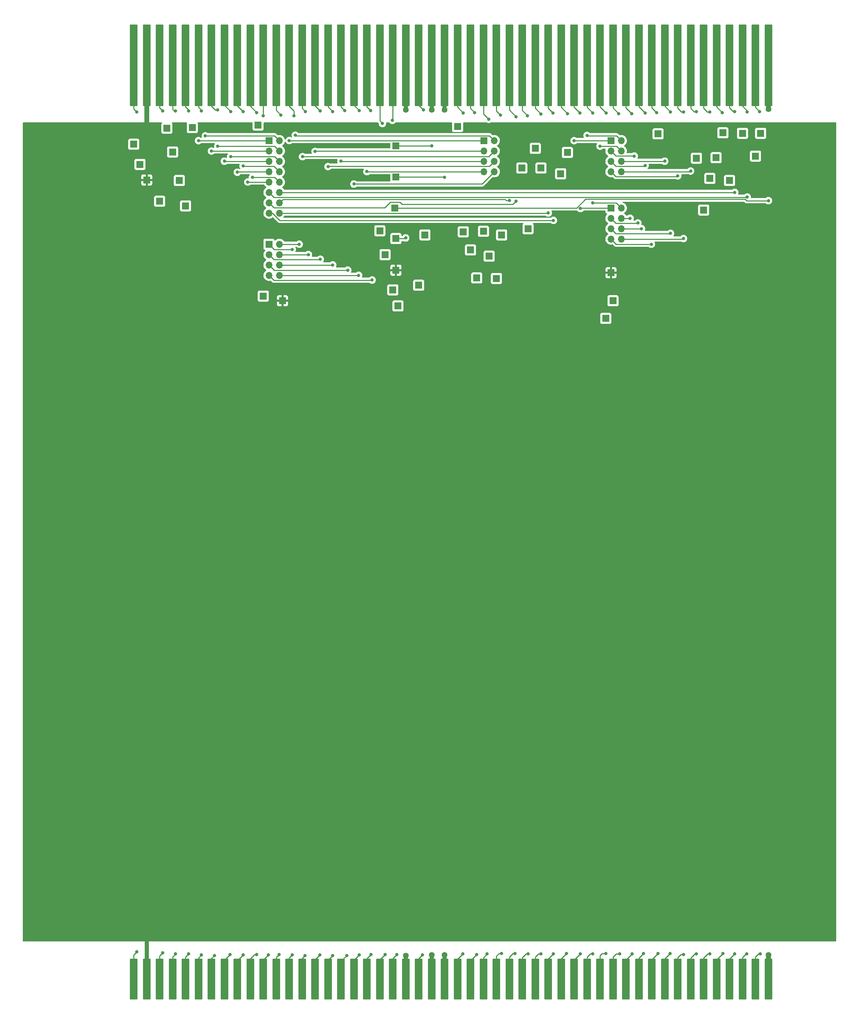
<source format=gbr>
%TF.GenerationSoftware,KiCad,Pcbnew,(6.0.9-0)*%
%TF.CreationDate,2023-01-29T21:50:31+01:00*%
%TF.ProjectId,Intellec8ExtenderBoard,496e7465-6c6c-4656-9338-457874656e64,rev?*%
%TF.SameCoordinates,Original*%
%TF.FileFunction,Copper,L2,Bot*%
%TF.FilePolarity,Positive*%
%FSLAX46Y46*%
G04 Gerber Fmt 4.6, Leading zero omitted, Abs format (unit mm)*
G04 Created by KiCad (PCBNEW (6.0.9-0)) date 2023-01-29 21:50:31*
%MOMM*%
%LPD*%
G01*
G04 APERTURE LIST*
G04 Aperture macros list*
%AMRoundRect*
0 Rectangle with rounded corners*
0 $1 Rounding radius*
0 $2 $3 $4 $5 $6 $7 $8 $9 X,Y pos of 4 corners*
0 Add a 4 corners polygon primitive as box body*
4,1,4,$2,$3,$4,$5,$6,$7,$8,$9,$2,$3,0*
0 Add four circle primitives for the rounded corners*
1,1,$1+$1,$2,$3*
1,1,$1+$1,$4,$5*
1,1,$1+$1,$6,$7*
1,1,$1+$1,$8,$9*
0 Add four rect primitives between the rounded corners*
20,1,$1+$1,$2,$3,$4,$5,0*
20,1,$1+$1,$4,$5,$6,$7,0*
20,1,$1+$1,$6,$7,$8,$9,0*
20,1,$1+$1,$8,$9,$2,$3,0*%
G04 Aperture macros list end*
%TA.AperFunction,SMDPad,CuDef*%
%ADD10RoundRect,0.072000X0.828000X-4.928000X0.828000X4.928000X-0.828000X4.928000X-0.828000X-4.928000X0*%
%TD*%
%TA.AperFunction,ComponentPad*%
%ADD11R,1.700000X1.700000*%
%TD*%
%TA.AperFunction,ComponentPad*%
%ADD12O,1.700000X1.700000*%
%TD*%
%TA.AperFunction,SMDPad,CuDef*%
%ADD13RoundRect,0.072000X0.828000X-9.928000X0.828000X9.928000X-0.828000X9.928000X-0.828000X-9.928000X0*%
%TD*%
%TA.AperFunction,ViaPad*%
%ADD14C,1.400000*%
%TD*%
%TA.AperFunction,ViaPad*%
%ADD15C,0.800000*%
%TD*%
%TA.AperFunction,Conductor*%
%ADD16C,1.200000*%
%TD*%
%TA.AperFunction,Conductor*%
%ADD17C,1.000000*%
%TD*%
%TA.AperFunction,Conductor*%
%ADD18C,0.250000*%
%TD*%
G04 APERTURE END LIST*
D10*
%TO.P,J1,2,Pin_2*%
%TO.N,/~{DB OUT}*%
X105900000Y-331825000D03*
%TO.P,J1,4,Pin_4*%
%TO.N,/GND*%
X109075000Y-331825000D03*
%TO.P,J1,6,Pin_6*%
%TO.N,/STACK CYCLE*%
X112250000Y-331825000D03*
%TO.P,J1,8,Pin_8*%
%TO.N,/~{T47}*%
X115425000Y-331825000D03*
%TO.P,J1,10,Pin_10*%
%TO.N,/~{T1}*%
X118600000Y-331825000D03*
%TO.P,J1,12,Pin_12*%
%TO.N,/MAD1*%
X121775000Y-331825000D03*
%TO.P,J1,14,Pin_14*%
%TO.N,/MAD3*%
X124950000Y-331825000D03*
%TO.P,J1,16,Pin_16*%
%TO.N,/MAD5*%
X128125000Y-331825000D03*
%TO.P,J1,18,Pin_18*%
%TO.N,/MAD7*%
X131300000Y-331825000D03*
%TO.P,J1,20,Pin_20*%
%TO.N,/MAD9*%
X134475000Y-331825000D03*
%TO.P,J1,22,Pin_22*%
%TO.N,/~{DBIN}*%
X137650000Y-331825000D03*
%TO.P,J1,24,Pin_24*%
%TO.N,/DB0*%
X140825000Y-331825000D03*
%TO.P,J1,26,Pin_26*%
%TO.N,/DB1*%
X144000000Y-331825000D03*
%TO.P,J1,28,Pin_28*%
%TO.N,/DB3*%
X147175000Y-331825000D03*
%TO.P,J1,30,Pin_30*%
%TO.N,/DB2*%
X150350000Y-331825000D03*
%TO.P,J1,32,Pin_32*%
%TO.N,/DB5*%
X153525000Y-331825000D03*
%TO.P,J1,34,Pin_34*%
%TO.N,/DB4*%
X156700000Y-331825000D03*
%TO.P,J1,36,Pin_36*%
%TO.N,/DB7*%
X159875000Y-331825000D03*
%TO.P,J1,38,Pin_38*%
%TO.N,/DB6*%
X163050000Y-331825000D03*
%TO.P,J1,40,Pin_40*%
%TO.N,/~{T40}*%
X166225000Y-331825000D03*
%TO.P,J1,42,Pin_42*%
%TO.N,/~{INT REQ}*%
X169400000Y-331825000D03*
%TO.P,J1,44,Pin_44*%
%TO.N,/-9V*%
X172575000Y-331825000D03*
%TO.P,J1,46,Pin_46*%
%TO.N,/~{HOLD ACK}*%
X175750000Y-331825000D03*
%TO.P,J1,48,Pin_48*%
%TO.N,/-12V*%
X178925000Y-331825000D03*
%TO.P,J1,50,Pin_50*%
%TO.N,/+12V*%
X182100000Y-331825000D03*
%TO.P,J1,52,Pin_52*%
%TO.N,/~{RESET}*%
X185275000Y-331825000D03*
%TO.P,J1,54,Pin_54*%
%TO.N,/~{I{slash}O OUT}*%
X188450000Y-331825000D03*
%TO.P,J1,56,Pin_56*%
%TO.N,/~{HLT INT REQ}*%
X191625000Y-331825000D03*
%TO.P,J1,58,Pin_58*%
%TO.N,/~{MEM WRITE CYCLE}*%
X194800000Y-331825000D03*
%TO.P,J1,60,Pin_60*%
%TO.N,/MAD12*%
X197975000Y-331825000D03*
%TO.P,J1,62,Pin_62*%
%TO.N,/~{HALT ACK}*%
X201150000Y-331825000D03*
%TO.P,J1,64,Pin_64*%
%TO.N,/~{I{slash}O CYCLE}*%
X204325000Y-331825000D03*
%TO.P,J1,66,Pin_66*%
%TO.N,/MAD14*%
X207500000Y-331825000D03*
%TO.P,J1,68,Pin_68*%
%TO.N,/~{FETCH CYCLE}*%
X210675000Y-331825000D03*
%TO.P,J1,70,Pin_70*%
%TO.N,/IN0*%
X213850000Y-331825000D03*
%TO.P,J1,72,Pin_72*%
%TO.N,/IN1*%
X217025000Y-331825000D03*
%TO.P,J1,74,Pin_74*%
%TO.N,/~{INT DSBL}*%
X220200000Y-331825000D03*
%TO.P,J1,76,Pin_76*%
%TO.N,/IN3*%
X223375000Y-331825000D03*
%TO.P,J1,78,Pin_78*%
%TO.N,/IN2*%
X226550000Y-331825000D03*
%TO.P,J1,80,Pin_80*%
%TO.N,/II4*%
X229725000Y-331825000D03*
%TO.P,J1,82,Pin_82*%
%TO.N,/~{I{slash}O IN}*%
X232900000Y-331825000D03*
%TO.P,J1,84,Pin_84*%
%TO.N,/IN4*%
X236075000Y-331825000D03*
%TO.P,J1,86,Pin_86*%
%TO.N,/IN7*%
X239250000Y-331825000D03*
%TO.P,J1,88,Pin_88*%
%TO.N,/~{T3A}*%
X242425000Y-331825000D03*
%TO.P,J1,90,Pin_90*%
%TO.N,/~{T44}*%
X245600000Y-331825000D03*
%TO.P,J1,92,Pin_92*%
%TO.N,/~{T46}*%
X248775000Y-331825000D03*
%TO.P,J1,94,Pin_94*%
%TO.N,/MAD11*%
X251950000Y-331825000D03*
%TO.P,J1,96,Pin_96*%
%TO.N,/MAD10*%
X255125000Y-331825000D03*
%TO.P,J1,98,Pin_98*%
%TO.N,/CLK PHASE 1*%
X258300000Y-331825000D03*
%TO.P,J1,100,Pin_100*%
%TO.N,/+5V*%
X261475000Y-331825000D03*
%TD*%
D11*
%TO.P,J57,1,Pin_1*%
%TO.N,/~{DB OUT}*%
X107442000Y-132207000D03*
%TD*%
%TO.P,J56,1,Pin_1*%
%TO.N,/~{HALT ACK}*%
X202565000Y-147955000D03*
%TD*%
%TO.P,J55,1,Pin_1*%
%TO.N,/~{INT REQ}*%
X170688000Y-166878000D03*
%TD*%
%TO.P,J54,1,Pin_1*%
%TO.N,/~{INTACK}*%
X112268000Y-141224000D03*
%TD*%
%TO.P,J53,1,Pin_1*%
%TO.N,/PROM MOD ENBL*%
X258318000Y-130175000D03*
%TD*%
%TO.P,J52,1,Pin_1*%
%TO.N,/~{HLT INT REQ}*%
X193040000Y-154686000D03*
%TD*%
%TO.P,J51,1,Pin_1*%
%TO.N,/~{INT REQ LTH}*%
X118618000Y-142367000D03*
%TD*%
%TO.P,J50,1,Pin_1*%
%TO.N,/~{INT DSBL}*%
X221615000Y-169926000D03*
%TD*%
%TO.P,J49,1,Pin_1*%
%TO.N,/CLK PHASE 2*%
X245618000Y-143383000D03*
%TD*%
%TO.P,J48,1,Pin_1*%
%TO.N,/~{HOLD REQ}*%
X185293000Y-122936000D03*
%TD*%
%TO.P,J47,1,Pin_1*%
%TO.N,/RAM MOD ENBL*%
X251968000Y-136144000D03*
%TD*%
%TO.P,J46,1,Pin_1*%
%TO.N,/CLK PHASE 1*%
X259588000Y-124587000D03*
%TD*%
%TO.P,J45,1,Pin_1*%
%TO.N,/OSC*%
X191643000Y-148590000D03*
%TD*%
%TO.P,J44,1,Pin_1*%
%TO.N,/~{HOLD ACK}*%
X177292000Y-149479000D03*
%TD*%
%TO.P,J43,1,Pin_1*%
%TO.N,/~{BUS BUSY}*%
X188468000Y-153162000D03*
%TD*%
%TO.P,J18,1,Pin_1*%
%TO.N,/R{slash}~{W}*%
X255143000Y-124587000D03*
%TD*%
%TO.P,J17,1,Pin_1*%
%TO.N,/~{IN JAM ENBL}*%
X194818000Y-160147000D03*
%TD*%
%TO.P,J16,1,Pin_1*%
%TO.N,/~{SYNCA}*%
X115443000Y-129159000D03*
%TD*%
%TO.P,J15,1,Pin_1*%
%TO.N,/~{I{slash}O OUT}*%
X189992000Y-160020000D03*
%TD*%
%TO.P,J11,1,Pin_1*%
%TO.N,/~{I{slash}O IN}*%
X234442000Y-124714000D03*
%TD*%
%TO.P,J10,1,Pin_1*%
%TO.N,/~{DBIN}*%
X137668000Y-164465000D03*
%TD*%
%TO.P,J42,1,Pin_1*%
%TO.N,/~{INT CYCLE}*%
X223393000Y-165608000D03*
%TD*%
%TO.P,J41,1,Pin_1*%
%TO.N,/~{MEM READ CYCLE}*%
X210566000Y-134493000D03*
%TD*%
%TO.P,J40,1,Pin_1*%
%TO.N,/~{MEM WRITE CYCLE}*%
X196088000Y-149479000D03*
%TD*%
%TO.P,J39,1,Pin_1*%
%TO.N,/~{FETCH CYCLE}*%
X212217000Y-129286000D03*
%TD*%
%TO.P,J38,1,Pin_1*%
%TO.N,/~{I{slash}O CYCLE}*%
X205740000Y-133096000D03*
%TD*%
%TO.P,J37,1,Pin_1*%
%TO.N,/STACK CYCLE*%
X114046000Y-123317000D03*
%TD*%
%TO.P,J13,1,Pin_1*%
%TO.N,/~{WAIT ACK}*%
X201041000Y-133096000D03*
%TD*%
%TO.P,J8,1,Pin_1*%
%TO.N,/~{WAIT REQ}*%
X136398000Y-122555000D03*
%TD*%
%TO.P,J29,1,Pin_1*%
%TO.N,/~{T44}*%
X247142000Y-135636000D03*
%TD*%
%TO.P,J25,1,Pin_1*%
%TO.N,/GND*%
X109093000Y-136017000D03*
%TD*%
%TO.P,J12,1,Pin_1*%
%TO.N,/+5V*%
X169926000Y-142875000D03*
%TD*%
%TO.P,J7,1,Pin_1*%
%TO.N,/IN0*%
X222885000Y-142875000D03*
D12*
%TO.P,J7,2,Pin_2*%
%TO.N,/IN1*%
X225425000Y-142875000D03*
%TO.P,J7,3,Pin_3*%
%TO.N,/IN2*%
X222885000Y-145415000D03*
%TO.P,J7,4,Pin_4*%
%TO.N,/IN3*%
X225425000Y-145415000D03*
%TO.P,J7,5,Pin_5*%
%TO.N,/IN4*%
X222885000Y-147955000D03*
%TO.P,J7,6,Pin_6*%
%TO.N,/IN5*%
X225425000Y-147955000D03*
%TO.P,J7,7,Pin_7*%
%TO.N,/IN6*%
X222885000Y-150495000D03*
%TO.P,J7,8,Pin_8*%
%TO.N,/IN7*%
X225425000Y-150495000D03*
%TD*%
D11*
%TO.P,J27,1,Pin_1*%
%TO.N,/~{T40}*%
X167513000Y-154305000D03*
%TD*%
%TO.P,J23,1,Pin_1*%
%TO.N,/GND*%
X170180000Y-158115000D03*
%TD*%
%TO.P,J32,1,Pin_1*%
%TO.N,/~{T3A}*%
X243840000Y-130683000D03*
%TD*%
%TO.P,J36,1,Pin_1*%
%TO.N,/~{T47}*%
X117094000Y-136144000D03*
%TD*%
%TO.P,J31,1,Pin_1*%
%TO.N,/~{T2}*%
X105918000Y-127254000D03*
%TD*%
%TO.P,J20,1,Pin_1*%
%TO.N,/-12V*%
X170180000Y-127635000D03*
%TD*%
%TO.P,J4,1,Pin_1*%
%TO.N,/DB0*%
X139060000Y-151765000D03*
D12*
%TO.P,J4,2,Pin_2*%
%TO.N,/DB1*%
X141600000Y-151765000D03*
%TO.P,J4,3,Pin_3*%
%TO.N,/DB2*%
X139060000Y-154305000D03*
%TO.P,J4,4,Pin_4*%
%TO.N,/DB3*%
X141600000Y-154305000D03*
%TO.P,J4,5,Pin_5*%
%TO.N,/DB4*%
X139060000Y-156845000D03*
%TO.P,J4,6,Pin_6*%
%TO.N,/DB5*%
X141600000Y-156845000D03*
%TO.P,J4,7,Pin_7*%
%TO.N,/DB6*%
X139060000Y-159385000D03*
%TO.P,J4,8,Pin_8*%
%TO.N,/DB7*%
X141600000Y-159385000D03*
%TD*%
D11*
%TO.P,J33,1,Pin_1*%
%TO.N,/~{T41}*%
X166243000Y-148463000D03*
%TD*%
%TO.P,J30,1,Pin_1*%
%TO.N,/~{T46}*%
X250317000Y-124460000D03*
%TD*%
%TO.P,J5,1,Pin_1*%
%TO.N,/MDI0*%
X191770000Y-126365000D03*
D12*
%TO.P,J5,2,Pin_2*%
%TO.N,/MDI1*%
X194310000Y-126365000D03*
%TO.P,J5,3,Pin_3*%
%TO.N,/MDI2*%
X191770000Y-128905000D03*
%TO.P,J5,4,Pin_4*%
%TO.N,/MDI3*%
X194310000Y-128905000D03*
%TO.P,J5,5,Pin_5*%
%TO.N,/MDI4*%
X191770000Y-131445000D03*
%TO.P,J5,6,Pin_6*%
%TO.N,/MDI5*%
X194310000Y-131445000D03*
%TO.P,J5,7,Pin_7*%
%TO.N,/MDI6*%
X191770000Y-133985000D03*
%TO.P,J5,8,Pin_8*%
%TO.N,/MDI7*%
X194310000Y-133985000D03*
%TD*%
D11*
%TO.P,J26,1,Pin_1*%
%TO.N,/~{T3}*%
X204343000Y-128270000D03*
%TD*%
%TO.P,J19,1,Pin_1*%
%TO.N,/-9V*%
X170180000Y-150368000D03*
%TD*%
%TO.P,J21,1,Pin_1*%
%TO.N,/+12V*%
X170180000Y-135255000D03*
%TD*%
D13*
%TO.P,J2,2,Pin_2*%
%TO.N,/~{DB OUT}*%
X105900000Y-107905000D03*
%TO.P,J2,4,Pin_4*%
%TO.N,/GND*%
X109075000Y-107905000D03*
%TO.P,J2,6,Pin_6*%
%TO.N,/STACK CYCLE*%
X112250000Y-107905000D03*
%TO.P,J2,8,Pin_8*%
%TO.N,/~{T47}*%
X115425000Y-107905000D03*
%TO.P,J2,10,Pin_10*%
%TO.N,/~{T1}*%
X118600000Y-107905000D03*
%TO.P,J2,12,Pin_12*%
%TO.N,/MAD1*%
X121775000Y-107905000D03*
%TO.P,J2,14,Pin_14*%
%TO.N,/MAD3*%
X124950000Y-107905000D03*
%TO.P,J2,16,Pin_16*%
%TO.N,/MAD5*%
X128125000Y-107905000D03*
%TO.P,J2,18,Pin_18*%
%TO.N,/MAD7*%
X131300000Y-107905000D03*
%TO.P,J2,20,Pin_20*%
%TO.N,/MAD9*%
X134475000Y-107905000D03*
%TO.P,J2,22,Pin_22*%
%TO.N,/~{DBIN}*%
X137650000Y-107905000D03*
%TO.P,J2,24,Pin_24*%
%TO.N,/DB0*%
X140825000Y-107905000D03*
%TO.P,J2,26,Pin_26*%
%TO.N,/DB1*%
X144000000Y-107905000D03*
%TO.P,J2,28,Pin_28*%
%TO.N,/DB3*%
X147175000Y-107905000D03*
%TO.P,J2,30,Pin_30*%
%TO.N,/DB2*%
X150350000Y-107905000D03*
%TO.P,J2,32,Pin_32*%
%TO.N,/DB5*%
X153525000Y-107905000D03*
%TO.P,J2,34,Pin_34*%
%TO.N,/DB4*%
X156700000Y-107905000D03*
%TO.P,J2,36,Pin_36*%
%TO.N,/DB7*%
X159875000Y-107905000D03*
%TO.P,J2,38,Pin_38*%
%TO.N,/DB6*%
X163050000Y-107905000D03*
%TO.P,J2,40,Pin_40*%
%TO.N,/~{T40}*%
X166225000Y-107905000D03*
%TO.P,J2,42,Pin_42*%
%TO.N,/~{INT REQ}*%
X169400000Y-107905000D03*
%TO.P,J2,44,Pin_44*%
%TO.N,/-9V*%
X172575000Y-107905000D03*
%TO.P,J2,46,Pin_46*%
%TO.N,/~{HOLD ACK}*%
X175750000Y-107905000D03*
%TO.P,J2,48,Pin_48*%
%TO.N,/-12V*%
X178925000Y-107905000D03*
%TO.P,J2,50,Pin_50*%
%TO.N,/+12V*%
X182100000Y-107905000D03*
%TO.P,J2,52,Pin_52*%
%TO.N,/~{RESET}*%
X185275000Y-107905000D03*
%TO.P,J2,54,Pin_54*%
%TO.N,/~{I{slash}O OUT}*%
X188450000Y-107905000D03*
%TO.P,J2,56,Pin_56*%
%TO.N,/~{HLT INT REQ}*%
X191625000Y-107905000D03*
%TO.P,J2,58,Pin_58*%
%TO.N,/~{MEM WRITE CYCLE}*%
X194800000Y-107905000D03*
%TO.P,J2,60,Pin_60*%
%TO.N,/MAD12*%
X197975000Y-107905000D03*
%TO.P,J2,62,Pin_62*%
%TO.N,/~{HALT ACK}*%
X201150000Y-107905000D03*
%TO.P,J2,64,Pin_64*%
%TO.N,/~{I{slash}O CYCLE}*%
X204325000Y-107905000D03*
%TO.P,J2,66,Pin_66*%
%TO.N,/MAD14*%
X207500000Y-107905000D03*
%TO.P,J2,68,Pin_68*%
%TO.N,/~{FETCH CYCLE}*%
X210675000Y-107905000D03*
%TO.P,J2,70,Pin_70*%
%TO.N,/IN0*%
X213850000Y-107905000D03*
%TO.P,J2,72,Pin_72*%
%TO.N,/IN1*%
X217025000Y-107905000D03*
%TO.P,J2,74,Pin_74*%
%TO.N,/~{INT DSBL}*%
X220200000Y-107905000D03*
%TO.P,J2,76,Pin_76*%
%TO.N,/IN3*%
X223375000Y-107905000D03*
%TO.P,J2,78,Pin_78*%
%TO.N,/IN2*%
X226550000Y-107905000D03*
%TO.P,J2,80,Pin_80*%
%TO.N,/II4*%
X229725000Y-107905000D03*
%TO.P,J2,82,Pin_82*%
%TO.N,/~{I{slash}O IN}*%
X232900000Y-107905000D03*
%TO.P,J2,84,Pin_84*%
%TO.N,/IN4*%
X236075000Y-107905000D03*
%TO.P,J2,86,Pin_86*%
%TO.N,/IN7*%
X239250000Y-107905000D03*
%TO.P,J2,88,Pin_88*%
%TO.N,/~{T3A}*%
X242425000Y-107905000D03*
%TO.P,J2,90,Pin_90*%
%TO.N,/~{T44}*%
X245600000Y-107905000D03*
%TO.P,J2,92,Pin_92*%
%TO.N,/~{T46}*%
X248775000Y-107905000D03*
%TO.P,J2,94,Pin_94*%
%TO.N,/MAD11*%
X251950000Y-107905000D03*
%TO.P,J2,96,Pin_96*%
%TO.N,/MAD10*%
X255125000Y-107905000D03*
%TO.P,J2,98,Pin_98*%
%TO.N,/CLK PHASE 1*%
X258300000Y-107905000D03*
%TO.P,J2,100,Pin_100*%
%TO.N,/+5V*%
X261475000Y-107905000D03*
%TD*%
D11*
%TO.P,J6,1,Pin_1*%
%TO.N,/II0*%
X222880000Y-126375000D03*
D12*
%TO.P,J6,2,Pin_2*%
%TO.N,/II1*%
X225420000Y-126375000D03*
%TO.P,J6,3,Pin_3*%
%TO.N,/II2*%
X222880000Y-128915000D03*
%TO.P,J6,4,Pin_4*%
%TO.N,/II3*%
X225420000Y-128915000D03*
%TO.P,J6,5,Pin_5*%
%TO.N,/II4*%
X222880000Y-131455000D03*
%TO.P,J6,6,Pin_6*%
%TO.N,/II5*%
X225420000Y-131455000D03*
%TO.P,J6,7,Pin_7*%
%TO.N,/II6*%
X222880000Y-133995000D03*
%TO.P,J6,8,Pin_8*%
%TO.N,/II7*%
X225420000Y-133995000D03*
%TD*%
D11*
%TO.P,J34,1,Pin_1*%
%TO.N,/~{T43}*%
X175768000Y-161798000D03*
%TD*%
%TO.P,J9,1,Pin_1*%
%TO.N,/~{T1}*%
X120269000Y-123190000D03*
%TD*%
%TO.P,J14,1,Pin_1*%
%TO.N,/~{RESET}*%
X186690000Y-148717000D03*
%TD*%
%TO.P,J22,1,Pin_1*%
%TO.N,/GND*%
X142367000Y-165608000D03*
%TD*%
%TO.P,J24,1,Pin_1*%
%TO.N,/GND*%
X222885000Y-158750000D03*
%TD*%
%TO.P,J35,1,Pin_1*%
%TO.N,/~{T45}*%
X248666000Y-130556000D03*
%TD*%
%TO.P,J28,1,Pin_1*%
%TO.N,/~{T42}*%
X169418000Y-162941000D03*
%TD*%
%TO.P,J3,1,Pin_1*%
%TO.N,/MAD0*%
X139065000Y-126365000D03*
D12*
%TO.P,J3,2,Pin_2*%
%TO.N,/MAD1*%
X141605000Y-126365000D03*
%TO.P,J3,3,Pin_3*%
%TO.N,/MAD2*%
X139065000Y-128905000D03*
%TO.P,J3,4,Pin_4*%
%TO.N,/MAD3*%
X141605000Y-128905000D03*
%TO.P,J3,5,Pin_5*%
%TO.N,/MAD4*%
X139065000Y-131445000D03*
%TO.P,J3,6,Pin_6*%
%TO.N,/MAD5*%
X141605000Y-131445000D03*
%TO.P,J3,7,Pin_7*%
%TO.N,/MAD6*%
X139065000Y-133985000D03*
%TO.P,J3,8,Pin_8*%
%TO.N,/MAD7*%
X141605000Y-133985000D03*
%TO.P,J3,9,Pin_9*%
%TO.N,/MAD8*%
X139065000Y-136525000D03*
%TO.P,J3,10,Pin_10*%
%TO.N,/MAD9*%
X141605000Y-136525000D03*
%TO.P,J3,11,Pin_11*%
%TO.N,/MAD10*%
X139065000Y-139065000D03*
%TO.P,J3,12,Pin_12*%
%TO.N,/MAD11*%
X141605000Y-139065000D03*
%TO.P,J3,13,Pin_13*%
%TO.N,/MAD12*%
X139065000Y-141605000D03*
%TO.P,J3,14,Pin_14*%
%TO.N,/MAD13*%
X141605000Y-141605000D03*
%TO.P,J3,15,Pin_15*%
%TO.N,/MAD14*%
X139065000Y-144145000D03*
%TO.P,J3,16,Pin_16*%
%TO.N,/MAD15*%
X141605000Y-144145000D03*
%TD*%
D14*
%TO.N,/GND*%
X109075000Y-124460000D03*
D15*
%TO.N,/+5V*%
X261493000Y-141097000D03*
%TO.N,/~{DB OUT}*%
X106680000Y-119380000D03*
X106680000Y-325120000D03*
D14*
%TO.N,/GND*%
X109075000Y-321455000D03*
D15*
%TO.N,/STACK CYCLE*%
X112974500Y-119126000D03*
X112974500Y-325374000D03*
%TO.N,/~{T47}*%
X116149500Y-325628000D03*
X116149500Y-119126000D03*
%TO.N,/~{T1}*%
X119324500Y-119126000D03*
X119324500Y-325628000D03*
%TO.N,/MAD0*%
X121775000Y-126383000D03*
%TO.N,/MAD1*%
X123444000Y-125222000D03*
X122499500Y-325882000D03*
X122499500Y-119126000D03*
%TO.N,/MAD2*%
X124950000Y-128923000D03*
%TO.N,/MAD3*%
X126492000Y-127762000D03*
X125674500Y-326009000D03*
X126492000Y-118872000D03*
%TO.N,/MAD4*%
X128125000Y-131427000D03*
%TO.N,/MAD5*%
X129540000Y-325755000D03*
X129667000Y-119253000D03*
X129667000Y-130302000D03*
%TO.N,/MAD6*%
X131300000Y-134130000D03*
%TO.N,/MAD7*%
X132715000Y-325882000D03*
X132715000Y-119253000D03*
X132715000Y-132588000D03*
%TO.N,/MAD8*%
X133858000Y-136525000D03*
%TO.N,/MAD9*%
X135001000Y-135382000D03*
X136017000Y-119507000D03*
X136017000Y-325755000D03*
%TO.N,/~{DBIN}*%
X137668000Y-120269000D03*
X138938000Y-325882000D03*
%TO.N,/MDI0*%
X144018000Y-126365000D03*
%TO.N,/DB0*%
X144759500Y-153035000D03*
X141549500Y-325755000D03*
X141986000Y-120142000D03*
%TO.N,/MDI1*%
X145504500Y-125037000D03*
%TO.N,/DB1*%
X144780000Y-325882000D03*
X146468500Y-151765000D03*
X145161000Y-120269000D03*
%TO.N,/MDI3*%
X147282500Y-130302000D03*
%TO.N,/DB3*%
X147917500Y-326009000D03*
X147955000Y-119253000D03*
X148717000Y-154305000D03*
%TO.N,/MDI2*%
X150350000Y-129014000D03*
%TO.N,/DB2*%
X151638000Y-155448000D03*
X151638000Y-119126000D03*
X151511000Y-325882000D03*
%TO.N,/MDI5*%
X153525000Y-132733000D03*
%TO.N,/DB5*%
X154686000Y-326009000D03*
X154686000Y-156845000D03*
X154686000Y-119253000D03*
%TO.N,/MDI4*%
X156700000Y-131427000D03*
%TO.N,/DB4*%
X158115000Y-326009000D03*
X158369000Y-158115000D03*
X157607000Y-118999000D03*
%TO.N,/MDI7*%
X159875000Y-137015000D03*
%TO.N,/DB7*%
X161163000Y-118999000D03*
X161036000Y-159385000D03*
X161163000Y-325882000D03*
%TO.N,/MDI6*%
X163050000Y-133967000D03*
%TO.N,/DB6*%
X164084000Y-325755000D03*
X164338000Y-160528000D03*
X163957000Y-118999000D03*
%TO.N,/~{T40}*%
X167513000Y-325755000D03*
X166878000Y-122174000D03*
%TO.N,/~{INT REQ}*%
X169291000Y-121412000D03*
X170434000Y-325755000D03*
D14*
%TO.N,/-9V*%
X172575000Y-118854000D03*
D15*
X172575000Y-150223000D03*
D14*
X172575000Y-326027000D03*
D15*
%TO.N,/~{HOLD ACK}*%
X176911000Y-118872000D03*
X176657000Y-325882000D03*
D14*
%TO.N,/-12V*%
X178925000Y-118890000D03*
D15*
X178925000Y-127653000D03*
D14*
X178925000Y-325900000D03*
%TO.N,/+12V*%
X182100000Y-118854000D03*
D15*
X182100000Y-135364000D03*
D14*
X182100000Y-325900000D03*
D15*
%TO.N,/~{RESET}*%
X186563000Y-325628000D03*
X186690000Y-119634000D03*
%TO.N,/~{I{slash}O OUT}*%
X189484000Y-119507000D03*
X189992000Y-325755000D03*
%TO.N,/~{HLT INT REQ}*%
X192913000Y-121158000D03*
X192532000Y-325628000D03*
%TO.N,/~{MEM WRITE CYCLE}*%
X196088000Y-325501000D03*
X195834000Y-120142000D03*
%TO.N,/MAD13*%
X197975000Y-141079000D03*
%TO.N,/MAD12*%
X199644000Y-120523000D03*
X199644000Y-141224000D03*
X199390000Y-325501000D03*
%TO.N,/~{HALT ACK}*%
X202565000Y-325628000D03*
X202438000Y-120269000D03*
%TO.N,/~{I{slash}O CYCLE}*%
X205740000Y-325628000D03*
X205740000Y-119888000D03*
%TO.N,/MAD15*%
X207500000Y-144127000D03*
%TO.N,/MAD14*%
X208788000Y-145923000D03*
X208661000Y-119634000D03*
X208788000Y-325628000D03*
%TO.N,/~{FETCH CYCLE}*%
X212217000Y-119761000D03*
X211963000Y-325501000D03*
%TO.N,/II0*%
X213850000Y-126383000D03*
%TO.N,/IN0*%
X215392000Y-325628000D03*
X215392000Y-143002000D03*
X215265000Y-119634000D03*
%TO.N,/II1*%
X217025000Y-125113000D03*
%TO.N,/IN1*%
X218440000Y-119634000D03*
X218440000Y-325628000D03*
X218440000Y-141605000D03*
%TO.N,/II3*%
X220200000Y-127744000D03*
%TO.N,/~{INT DSBL}*%
X221742000Y-119634000D03*
X221615000Y-325501000D03*
%TO.N,/IN3*%
X225044000Y-325628000D03*
X227584000Y-145415000D03*
X224790000Y-119761000D03*
%TO.N,/II2*%
X228600000Y-130175000D03*
%TO.N,/IN2*%
X228092000Y-325628000D03*
X227965000Y-119761000D03*
X229489000Y-146558000D03*
%TO.N,/IN5*%
X230378000Y-147955000D03*
%TO.N,/II4*%
X231267000Y-119634000D03*
X231267000Y-132461000D03*
X230886000Y-325501000D03*
%TO.N,/IN6*%
X232791000Y-151765000D03*
%TO.N,/~{I{slash}O IN}*%
X234061000Y-119507000D03*
X234442000Y-325501000D03*
%TO.N,/II5*%
X236075000Y-131427000D03*
%TO.N,/IN4*%
X237363000Y-325501000D03*
X237490000Y-119380000D03*
X237490000Y-149098000D03*
%TO.N,/II6*%
X239250000Y-135019000D03*
%TO.N,/IN7*%
X240665000Y-119380000D03*
X240665000Y-150368000D03*
X240665000Y-325755000D03*
%TO.N,/II7*%
X242425000Y-133840000D03*
%TO.N,/~{T3A}*%
X243840000Y-325628000D03*
X243840000Y-119253000D03*
%TO.N,/~{T44}*%
X247142000Y-325628000D03*
X247142000Y-119380000D03*
%TO.N,/~{T46}*%
X250317000Y-325501000D03*
X250190000Y-119507000D03*
%TO.N,/MAD11*%
X253238000Y-119253000D03*
X253238000Y-139065000D03*
X253238000Y-325628000D03*
%TO.N,/MAD10*%
X256159000Y-325628000D03*
X256286000Y-119380000D03*
X256286000Y-140208000D03*
%TO.N,/CLK PHASE 1*%
X259334000Y-119253000D03*
X259461000Y-325628000D03*
D14*
%TO.N,/+5V*%
X261475000Y-118727000D03*
X261475000Y-325900000D03*
%TD*%
D16*
%TO.N,/GND*%
X109075000Y-107905000D02*
X109075000Y-124460000D01*
D17*
X109075000Y-331825000D02*
X109075000Y-321455000D01*
D18*
%TO.N,/~{T40}*%
X166878000Y-122174000D02*
X166225000Y-121521000D01*
X166225000Y-121521000D02*
X166225000Y-107905000D01*
%TO.N,/-9V*%
X172575000Y-150223000D02*
X172430000Y-150368000D01*
X172430000Y-150368000D02*
X170180000Y-150368000D01*
%TO.N,/+5V*%
X256149695Y-141097000D02*
X261493000Y-141097000D01*
X216652695Y-140716000D02*
X255768695Y-140716000D01*
X214493695Y-142875000D02*
X216652695Y-140716000D01*
X255768695Y-140716000D02*
X256149695Y-141097000D01*
X169926000Y-142875000D02*
X214493695Y-142875000D01*
%TO.N,/~{DB OUT}*%
X105900000Y-325900000D02*
X106680000Y-325120000D01*
X105918000Y-118618000D02*
X105918000Y-107923000D01*
X105918000Y-107923000D02*
X105900000Y-107905000D01*
X105900000Y-331825000D02*
X105900000Y-325900000D01*
X106680000Y-119380000D02*
X105918000Y-118618000D01*
%TO.N,/STACK CYCLE*%
X112250000Y-118346000D02*
X112250000Y-107905000D01*
X112974500Y-119070500D02*
X112250000Y-118346000D01*
X112250000Y-326098500D02*
X112974500Y-325374000D01*
X112250000Y-331825000D02*
X112250000Y-326098500D01*
X112974500Y-119126000D02*
X112974500Y-119070500D01*
%TO.N,/~{T47}*%
X115824000Y-119126000D02*
X115425000Y-118727000D01*
X116149500Y-119126000D02*
X115824000Y-119126000D01*
X115425000Y-326352500D02*
X116149500Y-325628000D01*
X115425000Y-331825000D02*
X115425000Y-326352500D01*
X115425000Y-118727000D02*
X115425000Y-107905000D01*
%TO.N,/~{T1}*%
X119324500Y-119126000D02*
X119324500Y-118816500D01*
X118600000Y-331825000D02*
X118600000Y-326352500D01*
X118600000Y-326352500D02*
X119324500Y-325628000D01*
X118600000Y-118092000D02*
X118600000Y-107905000D01*
X119324500Y-118816500D02*
X118600000Y-118092000D01*
%TO.N,/MAD0*%
X121793000Y-126365000D02*
X121775000Y-126383000D01*
X139065000Y-126365000D02*
X121793000Y-126365000D01*
%TO.N,/MAD1*%
X140430000Y-125190000D02*
X123476000Y-125190000D01*
X121775000Y-326606500D02*
X122499500Y-325882000D01*
X123476000Y-125190000D02*
X123444000Y-125222000D01*
X121775000Y-331825000D02*
X121775000Y-326606500D01*
X122499500Y-118943500D02*
X121775000Y-118219000D01*
X122499500Y-119126000D02*
X122499500Y-118943500D01*
X121775000Y-118219000D02*
X121775000Y-107905000D01*
X141605000Y-126365000D02*
X140430000Y-125190000D01*
%TO.N,/MAD2*%
X124968000Y-128905000D02*
X124950000Y-128923000D01*
X139065000Y-128905000D02*
X124968000Y-128905000D01*
%TO.N,/MAD3*%
X126524000Y-127730000D02*
X126492000Y-127762000D01*
X124950000Y-326733500D02*
X125674500Y-326009000D01*
X141605000Y-128905000D02*
X140430000Y-127730000D01*
X124950000Y-331825000D02*
X124950000Y-326733500D01*
X124950000Y-117965000D02*
X124950000Y-107905000D01*
X126492000Y-118872000D02*
X125857000Y-118872000D01*
X140430000Y-127730000D02*
X126524000Y-127730000D01*
X125857000Y-118872000D02*
X124950000Y-117965000D01*
%TO.N,/MAD4*%
X128143000Y-131445000D02*
X128125000Y-131427000D01*
X139065000Y-131445000D02*
X128143000Y-131445000D01*
%TO.N,/MAD5*%
X128125000Y-117711000D02*
X129667000Y-119253000D01*
X140430000Y-130270000D02*
X129699000Y-130270000D01*
X129699000Y-130270000D02*
X129667000Y-130302000D01*
X129540000Y-325755000D02*
X128125000Y-327170000D01*
X128125000Y-327170000D02*
X128125000Y-331825000D01*
X128125000Y-107905000D02*
X128125000Y-117711000D01*
X141605000Y-131445000D02*
X140430000Y-130270000D01*
%TO.N,/MAD6*%
X139065000Y-133985000D02*
X131445000Y-133985000D01*
X131445000Y-133985000D02*
X131300000Y-134130000D01*
%TO.N,/MAD7*%
X132747000Y-132620000D02*
X132715000Y-132588000D01*
X140240000Y-132620000D02*
X132747000Y-132620000D01*
X132715000Y-119253000D02*
X131300000Y-117838000D01*
X131300000Y-327297000D02*
X132715000Y-325882000D01*
X141605000Y-133985000D02*
X140240000Y-132620000D01*
X131300000Y-331825000D02*
X131300000Y-327297000D01*
X131300000Y-117838000D02*
X131300000Y-107905000D01*
%TO.N,/MAD8*%
X139065000Y-136525000D02*
X133858000Y-136525000D01*
%TO.N,/MAD9*%
X134475000Y-326789000D02*
X134475000Y-331825000D01*
X135509000Y-325755000D02*
X134475000Y-326789000D01*
X140430000Y-135350000D02*
X135033000Y-135350000D01*
X134475000Y-117965000D02*
X136017000Y-119507000D01*
X134475000Y-107905000D02*
X134475000Y-117965000D01*
X141605000Y-136525000D02*
X140430000Y-135350000D01*
X136017000Y-325755000D02*
X135509000Y-325755000D01*
X135033000Y-135350000D02*
X135001000Y-135382000D01*
%TO.N,/~{DBIN}*%
X137668000Y-120269000D02*
X137668000Y-107923000D01*
X137668000Y-107923000D02*
X137650000Y-107905000D01*
X137650000Y-331825000D02*
X137650000Y-327170000D01*
X137650000Y-327170000D02*
X138938000Y-325882000D01*
%TO.N,/MDI0*%
X191770000Y-126365000D02*
X144018000Y-126365000D01*
%TO.N,/DB0*%
X141549500Y-325755000D02*
X140825000Y-326479500D01*
X139060000Y-151765000D02*
X140330000Y-153035000D01*
X140825000Y-107905000D02*
X140825000Y-118981000D01*
X140825000Y-118981000D02*
X141986000Y-120142000D01*
X140825000Y-326479500D02*
X140825000Y-331825000D01*
X140330000Y-153035000D02*
X144759500Y-153035000D01*
%TO.N,/MDI1*%
X194310000Y-126365000D02*
X193135000Y-125190000D01*
X145637000Y-125190000D02*
X145542000Y-125095000D01*
X193135000Y-125190000D02*
X145637000Y-125190000D01*
%TO.N,/DB1*%
X141600000Y-151765000D02*
X146468500Y-151765000D01*
X144000000Y-326662000D02*
X144780000Y-325882000D01*
X145161000Y-120269000D02*
X145161000Y-119094500D01*
X144000000Y-117933500D02*
X144000000Y-107905000D01*
X144000000Y-331825000D02*
X144000000Y-326662000D01*
X145161000Y-119094500D02*
X144000000Y-117933500D01*
%TO.N,/MDI3*%
X192945000Y-130270000D02*
X147314500Y-130270000D01*
X147314500Y-130270000D02*
X147282500Y-130302000D01*
X194310000Y-128905000D02*
X192945000Y-130270000D01*
%TO.N,/DB3*%
X147175000Y-107905000D02*
X147175000Y-118473000D01*
X147175000Y-326751500D02*
X147175000Y-331825000D01*
X147917500Y-326009000D02*
X147175000Y-326751500D01*
X147175000Y-118473000D02*
X147955000Y-119253000D01*
X141600000Y-154305000D02*
X148717000Y-154305000D01*
%TO.N,/MDI2*%
X150459000Y-128905000D02*
X150350000Y-129014000D01*
X191770000Y-128905000D02*
X150459000Y-128905000D01*
%TO.N,/DB2*%
X139060000Y-154305000D02*
X140235000Y-155480000D01*
X151606000Y-155480000D02*
X151638000Y-155448000D01*
X150350000Y-107905000D02*
X150350000Y-117838000D01*
X150350000Y-327043000D02*
X150350000Y-331825000D01*
X150350000Y-117838000D02*
X151638000Y-119126000D01*
X140235000Y-155480000D02*
X151606000Y-155480000D01*
X151511000Y-325882000D02*
X150350000Y-327043000D01*
%TO.N,/MDI5*%
X153638000Y-132620000D02*
X153525000Y-132733000D01*
X193135000Y-132620000D02*
X153638000Y-132620000D01*
X194310000Y-131445000D02*
X193135000Y-132620000D01*
%TO.N,/DB5*%
X153525000Y-327170000D02*
X154686000Y-326009000D01*
X154686000Y-119253000D02*
X153525000Y-118092000D01*
X153525000Y-118092000D02*
X153525000Y-107905000D01*
X141600000Y-156845000D02*
X154686000Y-156845000D01*
X153525000Y-331825000D02*
X153525000Y-327170000D01*
%TO.N,/MDI4*%
X156718000Y-131445000D02*
X156700000Y-131427000D01*
X191770000Y-131445000D02*
X156718000Y-131445000D01*
%TO.N,/DB4*%
X139060000Y-156845000D02*
X140330000Y-158115000D01*
X156700000Y-118092000D02*
X157607000Y-118999000D01*
X156700000Y-327424000D02*
X156700000Y-331825000D01*
X158115000Y-326009000D02*
X156700000Y-327424000D01*
X156700000Y-107905000D02*
X156700000Y-118092000D01*
X140330000Y-158115000D02*
X158369000Y-158115000D01*
%TO.N,/MDI7*%
X194310000Y-133985000D02*
X191280000Y-137015000D01*
X191280000Y-137015000D02*
X159875000Y-137015000D01*
%TO.N,/DB7*%
X141600000Y-159385000D02*
X161036000Y-159385000D01*
X161163000Y-118999000D02*
X159875000Y-117711000D01*
X159875000Y-331825000D02*
X159875000Y-327170000D01*
X159875000Y-327170000D02*
X161163000Y-325882000D01*
X159875000Y-117711000D02*
X159875000Y-107905000D01*
%TO.N,/MDI6*%
X163068000Y-133985000D02*
X163050000Y-133967000D01*
X191770000Y-133985000D02*
X163068000Y-133985000D01*
%TO.N,/DB6*%
X140235000Y-160560000D02*
X164306000Y-160560000D01*
X164306000Y-160560000D02*
X164338000Y-160528000D01*
X139060000Y-159385000D02*
X140235000Y-160560000D01*
X164084000Y-325755000D02*
X163050000Y-326789000D01*
X163050000Y-107905000D02*
X163050000Y-118092000D01*
X163050000Y-118092000D02*
X163957000Y-118999000D01*
X163050000Y-326789000D02*
X163050000Y-331825000D01*
%TO.N,/~{T40}*%
X166225000Y-331825000D02*
X166225000Y-327043000D01*
X166225000Y-327043000D02*
X167513000Y-325755000D01*
%TO.N,/~{INT REQ}*%
X169400000Y-121303000D02*
X169291000Y-121412000D01*
X170434000Y-325755000D02*
X169400000Y-326789000D01*
X169400000Y-326789000D02*
X169400000Y-331825000D01*
X169400000Y-107905000D02*
X169400000Y-121303000D01*
D17*
%TO.N,/-9V*%
X172575000Y-107905000D02*
X172575000Y-118854000D01*
X172575000Y-331825000D02*
X172575000Y-326027000D01*
D18*
%TO.N,/~{HOLD ACK}*%
X175750000Y-326789000D02*
X176657000Y-325882000D01*
X175750000Y-331825000D02*
X175750000Y-326789000D01*
X175750000Y-117711000D02*
X175750000Y-107905000D01*
X176911000Y-118872000D02*
X175750000Y-117711000D01*
D17*
%TO.N,/-12V*%
X178925000Y-107905000D02*
X178925000Y-118890000D01*
D18*
X178907000Y-127635000D02*
X178925000Y-127653000D01*
X170180000Y-127635000D02*
X178907000Y-127635000D01*
D17*
X178925000Y-331825000D02*
X178925000Y-325900000D01*
%TO.N,/+12V*%
X182100000Y-331825000D02*
X182100000Y-325900000D01*
X182100000Y-107905000D02*
X182100000Y-118854000D01*
D18*
X181991000Y-135255000D02*
X182100000Y-135364000D01*
X170180000Y-135255000D02*
X181991000Y-135255000D01*
%TO.N,/~{RESET}*%
X185275000Y-326916000D02*
X185275000Y-331825000D01*
X185275000Y-107905000D02*
X185275000Y-118219000D01*
X186563000Y-325628000D02*
X185275000Y-326916000D01*
X185275000Y-118219000D02*
X186690000Y-119634000D01*
%TO.N,/~{I{slash}O OUT}*%
X188450000Y-118473000D02*
X188450000Y-107905000D01*
X188450000Y-331825000D02*
X188450000Y-327297000D01*
X189484000Y-119507000D02*
X188450000Y-118473000D01*
X188450000Y-327297000D02*
X189992000Y-325755000D01*
%TO.N,/~{HLT INT REQ}*%
X191625000Y-107905000D02*
X191625000Y-119870000D01*
X192532000Y-325628000D02*
X191625000Y-326535000D01*
X191625000Y-119870000D02*
X192913000Y-121158000D01*
X191625000Y-326535000D02*
X191625000Y-331825000D01*
%TO.N,/~{MEM WRITE CYCLE}*%
X195453000Y-325501000D02*
X196088000Y-325501000D01*
X194800000Y-326154000D02*
X195453000Y-325501000D01*
X194800000Y-119108000D02*
X194800000Y-107905000D01*
X194800000Y-331825000D02*
X194800000Y-326154000D01*
X195834000Y-120142000D02*
X194800000Y-119108000D01*
%TO.N,/MAD13*%
X197975000Y-141079000D02*
X197224000Y-141079000D01*
X169291000Y-140774000D02*
X196919000Y-140774000D01*
X197224000Y-141079000D02*
X196919000Y-140774000D01*
X142436000Y-140774000D02*
X169291000Y-140774000D01*
X141605000Y-141605000D02*
X142436000Y-140774000D01*
%TO.N,/MAD12*%
X140240000Y-142780000D02*
X167481000Y-142780000D01*
X198882000Y-141986000D02*
X199644000Y-141224000D01*
X171133000Y-141478000D02*
X171641000Y-141986000D01*
X197975000Y-326408000D02*
X197975000Y-331825000D01*
X167481000Y-142780000D02*
X168783000Y-141478000D01*
X139065000Y-141605000D02*
X140240000Y-142780000D01*
X168783000Y-141478000D02*
X171133000Y-141478000D01*
X198882000Y-325501000D02*
X197975000Y-326408000D01*
X197975000Y-107905000D02*
X197975000Y-118854000D01*
X199390000Y-325501000D02*
X198882000Y-325501000D01*
X197975000Y-118854000D02*
X199644000Y-120523000D01*
X171641000Y-141986000D02*
X198882000Y-141986000D01*
%TO.N,/~{HALT ACK}*%
X202057000Y-325628000D02*
X202565000Y-325628000D01*
X201150000Y-118981000D02*
X201150000Y-107905000D01*
X202438000Y-120269000D02*
X201150000Y-118981000D01*
X201150000Y-326535000D02*
X202057000Y-325628000D01*
X201150000Y-331825000D02*
X201150000Y-326535000D01*
%TO.N,/~{I{slash}O CYCLE}*%
X205105000Y-325628000D02*
X204325000Y-326408000D01*
X204325000Y-107905000D02*
X204325000Y-118473000D01*
X204325000Y-326408000D02*
X204325000Y-331825000D01*
X205740000Y-325628000D02*
X205105000Y-325628000D01*
X204325000Y-118473000D02*
X205740000Y-119888000D01*
%TO.N,/MAD15*%
X207482000Y-144145000D02*
X207500000Y-144127000D01*
X141605000Y-144145000D02*
X207482000Y-144145000D01*
%TO.N,/MAD14*%
X139065000Y-144145000D02*
X139943299Y-144145000D01*
X207500000Y-118473000D02*
X207500000Y-107905000D01*
X208661000Y-119634000D02*
X207500000Y-118473000D01*
X207500000Y-331825000D02*
X207500000Y-326916000D01*
X141721299Y-145923000D02*
X208788000Y-145923000D01*
X139943299Y-144145000D02*
X141721299Y-145923000D01*
X207500000Y-326916000D02*
X208788000Y-325628000D01*
%TO.N,/~{FETCH CYCLE}*%
X210675000Y-326789000D02*
X210675000Y-331825000D01*
X210675000Y-118219000D02*
X212217000Y-119761000D01*
X210675000Y-107905000D02*
X210675000Y-118219000D01*
X211963000Y-325501000D02*
X210675000Y-326789000D01*
%TO.N,/II0*%
X213858000Y-126375000D02*
X213850000Y-126383000D01*
X222880000Y-126375000D02*
X213858000Y-126375000D01*
%TO.N,/IN0*%
X213850000Y-118219000D02*
X213850000Y-107905000D01*
X215519000Y-142875000D02*
X215392000Y-143002000D01*
X222885000Y-142875000D02*
X215519000Y-142875000D01*
X213850000Y-327170000D02*
X215392000Y-325628000D01*
X213850000Y-331825000D02*
X213850000Y-327170000D01*
X215265000Y-119634000D02*
X213850000Y-118219000D01*
%TO.N,/II1*%
X224245000Y-125200000D02*
X217112000Y-125200000D01*
X217112000Y-125200000D02*
X217025000Y-125113000D01*
X225420000Y-126375000D02*
X224245000Y-125200000D01*
%TO.N,/IN1*%
X218440000Y-325628000D02*
X217805000Y-325628000D01*
X224155000Y-141605000D02*
X218440000Y-141605000D01*
X217025000Y-107905000D02*
X217025000Y-118219000D01*
X217025000Y-118219000D02*
X218440000Y-119634000D01*
X217025000Y-326408000D02*
X217025000Y-331825000D01*
X225425000Y-142875000D02*
X224155000Y-141605000D01*
X217805000Y-325628000D02*
X217025000Y-326408000D01*
%TO.N,/II3*%
X224245000Y-127740000D02*
X220204000Y-127740000D01*
X220204000Y-127740000D02*
X220200000Y-127744000D01*
X225420000Y-128915000D02*
X224245000Y-127740000D01*
%TO.N,/~{INT DSBL}*%
X220200000Y-331825000D02*
X220200000Y-326027000D01*
X220200000Y-326027000D02*
X220726000Y-325501000D01*
X220726000Y-325501000D02*
X221615000Y-325501000D01*
X220200000Y-118092000D02*
X220200000Y-107905000D01*
X221742000Y-119634000D02*
X220200000Y-118092000D01*
%TO.N,/IN3*%
X225044000Y-325628000D02*
X224155000Y-325628000D01*
X223375000Y-107905000D02*
X223375000Y-118346000D01*
X224155000Y-325628000D02*
X223375000Y-326408000D01*
X223375000Y-118346000D02*
X224790000Y-119761000D01*
X225425000Y-145415000D02*
X227584000Y-145415000D01*
X223375000Y-326408000D02*
X223375000Y-331825000D01*
%TO.N,/II2*%
X224055000Y-130090000D02*
X222880000Y-128915000D01*
X228600000Y-130175000D02*
X228515000Y-130090000D01*
X228515000Y-130090000D02*
X224055000Y-130090000D01*
%TO.N,/IN2*%
X227965000Y-119761000D02*
X226550000Y-118346000D01*
X229457000Y-146590000D02*
X229489000Y-146558000D01*
X222885000Y-145415000D02*
X224060000Y-146590000D01*
X226550000Y-118346000D02*
X226550000Y-107905000D01*
X226550000Y-331825000D02*
X226550000Y-327170000D01*
X224060000Y-146590000D02*
X229457000Y-146590000D01*
X226550000Y-327170000D02*
X228092000Y-325628000D01*
%TO.N,/IN5*%
X225425000Y-147955000D02*
X230378000Y-147955000D01*
%TO.N,/II4*%
X222880000Y-131455000D02*
X224055000Y-132630000D01*
X229725000Y-118092000D02*
X231267000Y-119634000D01*
X224055000Y-132630000D02*
X231098000Y-132630000D01*
X230886000Y-325501000D02*
X229725000Y-326662000D01*
X229725000Y-107905000D02*
X229725000Y-118092000D01*
X231098000Y-132630000D02*
X231267000Y-132461000D01*
X229725000Y-326662000D02*
X229725000Y-331825000D01*
%TO.N,/IN6*%
X224155000Y-151765000D02*
X232791000Y-151765000D01*
X222885000Y-150495000D02*
X224155000Y-151765000D01*
%TO.N,/~{I{slash}O IN}*%
X232900000Y-118346000D02*
X232900000Y-107905000D01*
X232900000Y-331825000D02*
X232900000Y-327043000D01*
X232900000Y-327043000D02*
X234442000Y-325501000D01*
X234061000Y-119507000D02*
X232900000Y-118346000D01*
%TO.N,/II5*%
X236047000Y-131455000D02*
X236075000Y-131427000D01*
X225420000Y-131455000D02*
X236047000Y-131455000D01*
%TO.N,/IN4*%
X237331000Y-149130000D02*
X237490000Y-148971000D01*
X222885000Y-147955000D02*
X224060000Y-149130000D01*
X236075000Y-326789000D02*
X236075000Y-331825000D01*
X236075000Y-107905000D02*
X236075000Y-117965000D01*
X236075000Y-117965000D02*
X237490000Y-119380000D01*
X224060000Y-149130000D02*
X237331000Y-149130000D01*
X237363000Y-325501000D02*
X236075000Y-326789000D01*
%TO.N,/II6*%
X224055000Y-135170000D02*
X239099000Y-135170000D01*
X222880000Y-133995000D02*
X224055000Y-135170000D01*
X239099000Y-135170000D02*
X239250000Y-135019000D01*
%TO.N,/IN7*%
X225425000Y-150495000D02*
X240538000Y-150495000D01*
X240030000Y-325755000D02*
X240665000Y-325755000D01*
X239250000Y-118473000D02*
X239250000Y-107905000D01*
X240538000Y-150495000D02*
X240665000Y-150368000D01*
X240665000Y-119380000D02*
X240157000Y-119380000D01*
X239250000Y-326535000D02*
X240030000Y-325755000D01*
X239250000Y-331825000D02*
X239250000Y-326535000D01*
X240157000Y-119380000D02*
X239250000Y-118473000D01*
%TO.N,/II7*%
X225420000Y-133995000D02*
X242270000Y-133995000D01*
X242270000Y-133995000D02*
X242425000Y-133840000D01*
%TO.N,/~{T3A}*%
X243840000Y-325628000D02*
X243459000Y-325628000D01*
X242425000Y-326662000D02*
X242425000Y-331825000D01*
X242425000Y-107905000D02*
X242425000Y-118473000D01*
X243205000Y-119253000D02*
X243840000Y-119253000D01*
X242425000Y-118473000D02*
X243205000Y-119253000D01*
X243459000Y-325628000D02*
X242425000Y-326662000D01*
%TO.N,/~{T44}*%
X246507000Y-119380000D02*
X245600000Y-118473000D01*
X245600000Y-326662000D02*
X246634000Y-325628000D01*
X246634000Y-325628000D02*
X247142000Y-325628000D01*
X245600000Y-118473000D02*
X245600000Y-107905000D01*
X245600000Y-331825000D02*
X245600000Y-326662000D01*
X247142000Y-119380000D02*
X246507000Y-119380000D01*
%TO.N,/~{T46}*%
X248775000Y-327043000D02*
X248775000Y-331825000D01*
X250317000Y-325501000D02*
X248775000Y-327043000D01*
X248775000Y-107905000D02*
X248775000Y-118092000D01*
X248775000Y-118092000D02*
X250190000Y-119507000D01*
%TO.N,/MAD11*%
X251950000Y-331825000D02*
X251950000Y-326916000D01*
X251950000Y-118346000D02*
X251950000Y-107905000D01*
X252857000Y-119253000D02*
X251950000Y-118346000D01*
X251950000Y-326916000D02*
X253238000Y-325628000D01*
X253238000Y-119253000D02*
X252857000Y-119253000D01*
X141605000Y-139065000D02*
X253238000Y-139065000D01*
%TO.N,/MAD10*%
X139065000Y-139065000D02*
X140240000Y-140240000D01*
X255125000Y-326471500D02*
X255125000Y-331825000D01*
X255968500Y-325628000D02*
X255125000Y-326471500D01*
X140240000Y-140240000D02*
X256254000Y-140240000D01*
X256286000Y-119126000D02*
X256286000Y-119380000D01*
X255125000Y-117965000D02*
X256286000Y-119126000D01*
X255125000Y-107905000D02*
X255125000Y-117965000D01*
X256159000Y-325628000D02*
X255968500Y-325628000D01*
X256254000Y-140240000D02*
X256286000Y-140208000D01*
%TO.N,/CLK PHASE 1*%
X259334000Y-119253000D02*
X258300000Y-118219000D01*
X258300000Y-118219000D02*
X258300000Y-107905000D01*
X259080000Y-325628000D02*
X259461000Y-325628000D01*
X258300000Y-331825000D02*
X258300000Y-326408000D01*
X258300000Y-326408000D02*
X259080000Y-325628000D01*
D16*
%TO.N,/+5V*%
X261475000Y-331825000D02*
X261475000Y-325900000D01*
X261475000Y-107905000D02*
X261475000Y-118727000D01*
%TD*%
%TA.AperFunction,Conductor*%
%TO.N,/GND*%
G36*
X112786674Y-121940002D02*
G01*
X112833167Y-121993658D01*
X112843271Y-122063932D01*
X112819379Y-122121565D01*
X112745385Y-122220295D01*
X112694255Y-122356684D01*
X112687500Y-122418866D01*
X112687500Y-124215134D01*
X112694255Y-124277316D01*
X112745385Y-124413705D01*
X112832739Y-124530261D01*
X112949295Y-124617615D01*
X113085684Y-124668745D01*
X113147866Y-124675500D01*
X114944134Y-124675500D01*
X115006316Y-124668745D01*
X115142705Y-124617615D01*
X115259261Y-124530261D01*
X115346615Y-124413705D01*
X115397745Y-124277316D01*
X115404500Y-124215134D01*
X115404500Y-122418866D01*
X115397745Y-122356684D01*
X115346615Y-122220295D01*
X115272621Y-122121565D01*
X115247773Y-122055059D01*
X115262826Y-121985676D01*
X115313000Y-121935446D01*
X115373447Y-121920000D01*
X118852081Y-121920000D01*
X118920202Y-121940002D01*
X118966695Y-121993658D01*
X118976799Y-122063932D01*
X118967161Y-122092836D01*
X118968385Y-122093295D01*
X118917255Y-122229684D01*
X118910500Y-122291866D01*
X118910500Y-124088134D01*
X118917255Y-124150316D01*
X118968385Y-124286705D01*
X119055739Y-124403261D01*
X119172295Y-124490615D01*
X119308684Y-124541745D01*
X119364560Y-124547815D01*
X119366678Y-124548045D01*
X119370866Y-124548500D01*
X121167134Y-124548500D01*
X121171323Y-124548045D01*
X121173440Y-124547815D01*
X121229316Y-124541745D01*
X121365705Y-124490615D01*
X121482261Y-124403261D01*
X121569615Y-124286705D01*
X121620745Y-124150316D01*
X121627500Y-124088134D01*
X121627500Y-122291866D01*
X121620745Y-122229684D01*
X121569615Y-122093295D01*
X121572289Y-122092292D01*
X121560230Y-122037150D01*
X121584968Y-121970602D01*
X121641757Y-121927993D01*
X121685919Y-121920000D01*
X134913500Y-121920000D01*
X134981621Y-121940002D01*
X135028114Y-121993658D01*
X135039500Y-122046000D01*
X135039500Y-123453134D01*
X135046255Y-123515316D01*
X135097385Y-123651705D01*
X135184739Y-123768261D01*
X135301295Y-123855615D01*
X135437684Y-123906745D01*
X135499866Y-123913500D01*
X137296134Y-123913500D01*
X137358316Y-123906745D01*
X137494705Y-123855615D01*
X137611261Y-123768261D01*
X137698615Y-123651705D01*
X137749745Y-123515316D01*
X137756500Y-123453134D01*
X137756500Y-122046000D01*
X137776502Y-121977879D01*
X137830158Y-121931386D01*
X137882500Y-121920000D01*
X165670581Y-121920000D01*
X165738702Y-121940002D01*
X165758105Y-121956149D01*
X165759528Y-121958107D01*
X165765630Y-121963155D01*
X165765631Y-121963156D01*
X165793605Y-121986298D01*
X165802384Y-121994288D01*
X165930878Y-122122782D01*
X165964904Y-122185094D01*
X165967092Y-122198703D01*
X165970349Y-122229684D01*
X165983697Y-122356684D01*
X165984458Y-122363928D01*
X166043473Y-122545556D01*
X166138960Y-122710944D01*
X166266747Y-122852866D01*
X166421248Y-122965118D01*
X166427276Y-122967802D01*
X166427278Y-122967803D01*
X166589681Y-123040109D01*
X166595712Y-123042794D01*
X166689112Y-123062647D01*
X166776056Y-123081128D01*
X166776061Y-123081128D01*
X166782513Y-123082500D01*
X166973487Y-123082500D01*
X166979939Y-123081128D01*
X166979944Y-123081128D01*
X167066888Y-123062647D01*
X167160288Y-123042794D01*
X167166319Y-123040109D01*
X167328722Y-122967803D01*
X167328724Y-122967802D01*
X167334752Y-122965118D01*
X167489253Y-122852866D01*
X167617040Y-122710944D01*
X167712527Y-122545556D01*
X167771542Y-122363928D01*
X167772304Y-122356684D01*
X167790814Y-122180565D01*
X167791504Y-122174000D01*
X167779435Y-122059170D01*
X167792207Y-121989332D01*
X167840709Y-121937485D01*
X167904745Y-121920000D01*
X168469801Y-121920000D01*
X168537922Y-121940002D01*
X168563435Y-121961688D01*
X168679747Y-122090866D01*
X168772251Y-122158074D01*
X168803207Y-122180565D01*
X168834248Y-122203118D01*
X168840276Y-122205802D01*
X168840278Y-122205803D01*
X168911561Y-122237540D01*
X169008712Y-122280794D01*
X169102113Y-122300647D01*
X169189056Y-122319128D01*
X169189061Y-122319128D01*
X169195513Y-122320500D01*
X169386487Y-122320500D01*
X169392939Y-122319128D01*
X169392944Y-122319128D01*
X169479887Y-122300647D01*
X169573288Y-122280794D01*
X169670439Y-122237540D01*
X169741722Y-122205803D01*
X169741724Y-122205802D01*
X169747752Y-122203118D01*
X169778794Y-122180565D01*
X169809749Y-122158074D01*
X169902253Y-122090866D01*
X170018564Y-121961689D01*
X170079009Y-121924450D01*
X170112199Y-121920000D01*
X183808500Y-121920000D01*
X183876621Y-121940002D01*
X183923114Y-121993658D01*
X183934500Y-122046000D01*
X183934500Y-123834134D01*
X183941255Y-123896316D01*
X183992385Y-124032705D01*
X184079739Y-124149261D01*
X184196295Y-124236615D01*
X184332684Y-124287745D01*
X184394866Y-124294500D01*
X186191134Y-124294500D01*
X186253316Y-124287745D01*
X186389705Y-124236615D01*
X186506261Y-124149261D01*
X186593615Y-124032705D01*
X186644745Y-123896316D01*
X186651500Y-123834134D01*
X186651500Y-122046000D01*
X186671502Y-121977879D01*
X186725158Y-121931386D01*
X186777500Y-121920000D01*
X192375230Y-121920000D01*
X192443351Y-121940002D01*
X192449293Y-121944065D01*
X192456248Y-121949118D01*
X192462275Y-121951801D01*
X192462276Y-121951802D01*
X192556287Y-121993658D01*
X192630712Y-122026794D01*
X192721069Y-122046000D01*
X192811056Y-122065128D01*
X192811061Y-122065128D01*
X192817513Y-122066500D01*
X193008487Y-122066500D01*
X193014939Y-122065128D01*
X193014944Y-122065128D01*
X193104931Y-122046000D01*
X193195288Y-122026794D01*
X193269713Y-121993658D01*
X193363724Y-121951802D01*
X193363725Y-121951801D01*
X193369752Y-121949118D01*
X193376707Y-121944065D01*
X193377801Y-121943675D01*
X193380814Y-121941935D01*
X193381132Y-121942486D01*
X193443575Y-121920206D01*
X193450770Y-121920000D01*
X278004000Y-121920000D01*
X278072121Y-121940002D01*
X278118614Y-121993658D01*
X278130000Y-122046000D01*
X278130000Y-322454000D01*
X278109998Y-322522121D01*
X278056342Y-322568614D01*
X278004000Y-322580000D01*
X78866000Y-322580000D01*
X78797879Y-322559998D01*
X78751386Y-322506342D01*
X78740000Y-322454000D01*
X78740000Y-170824134D01*
X220256500Y-170824134D01*
X220263255Y-170886316D01*
X220314385Y-171022705D01*
X220401739Y-171139261D01*
X220518295Y-171226615D01*
X220654684Y-171277745D01*
X220716866Y-171284500D01*
X222513134Y-171284500D01*
X222575316Y-171277745D01*
X222711705Y-171226615D01*
X222828261Y-171139261D01*
X222915615Y-171022705D01*
X222966745Y-170886316D01*
X222973500Y-170824134D01*
X222973500Y-169027866D01*
X222966745Y-168965684D01*
X222915615Y-168829295D01*
X222828261Y-168712739D01*
X222711705Y-168625385D01*
X222575316Y-168574255D01*
X222513134Y-168567500D01*
X220716866Y-168567500D01*
X220654684Y-168574255D01*
X220518295Y-168625385D01*
X220401739Y-168712739D01*
X220314385Y-168829295D01*
X220263255Y-168965684D01*
X220256500Y-169027866D01*
X220256500Y-170824134D01*
X78740000Y-170824134D01*
X78740000Y-167776134D01*
X169329500Y-167776134D01*
X169336255Y-167838316D01*
X169387385Y-167974705D01*
X169474739Y-168091261D01*
X169591295Y-168178615D01*
X169727684Y-168229745D01*
X169789866Y-168236500D01*
X171586134Y-168236500D01*
X171648316Y-168229745D01*
X171784705Y-168178615D01*
X171901261Y-168091261D01*
X171988615Y-167974705D01*
X172039745Y-167838316D01*
X172046500Y-167776134D01*
X172046500Y-166506134D01*
X222034500Y-166506134D01*
X222041255Y-166568316D01*
X222092385Y-166704705D01*
X222179739Y-166821261D01*
X222296295Y-166908615D01*
X222432684Y-166959745D01*
X222494866Y-166966500D01*
X224291134Y-166966500D01*
X224353316Y-166959745D01*
X224489705Y-166908615D01*
X224606261Y-166821261D01*
X224693615Y-166704705D01*
X224744745Y-166568316D01*
X224751500Y-166506134D01*
X224751500Y-164709866D01*
X224744745Y-164647684D01*
X224693615Y-164511295D01*
X224606261Y-164394739D01*
X224489705Y-164307385D01*
X224353316Y-164256255D01*
X224291134Y-164249500D01*
X222494866Y-164249500D01*
X222432684Y-164256255D01*
X222296295Y-164307385D01*
X222179739Y-164394739D01*
X222092385Y-164511295D01*
X222041255Y-164647684D01*
X222034500Y-164709866D01*
X222034500Y-166506134D01*
X172046500Y-166506134D01*
X172046500Y-165979866D01*
X172039745Y-165917684D01*
X171988615Y-165781295D01*
X171901261Y-165664739D01*
X171784705Y-165577385D01*
X171648316Y-165526255D01*
X171586134Y-165519500D01*
X169789866Y-165519500D01*
X169727684Y-165526255D01*
X169591295Y-165577385D01*
X169474739Y-165664739D01*
X169387385Y-165781295D01*
X169336255Y-165917684D01*
X169329500Y-165979866D01*
X169329500Y-167776134D01*
X78740000Y-167776134D01*
X78740000Y-166502669D01*
X141009001Y-166502669D01*
X141009371Y-166509490D01*
X141014895Y-166560352D01*
X141018521Y-166575604D01*
X141063676Y-166696054D01*
X141072214Y-166711649D01*
X141148715Y-166813724D01*
X141161276Y-166826285D01*
X141263351Y-166902786D01*
X141278946Y-166911324D01*
X141399394Y-166956478D01*
X141414649Y-166960105D01*
X141465514Y-166965631D01*
X141472328Y-166966000D01*
X142094885Y-166966000D01*
X142110124Y-166961525D01*
X142111329Y-166960135D01*
X142113000Y-166952452D01*
X142113000Y-166947884D01*
X142621000Y-166947884D01*
X142625475Y-166963123D01*
X142626865Y-166964328D01*
X142634548Y-166965999D01*
X143261669Y-166965999D01*
X143268490Y-166965629D01*
X143319352Y-166960105D01*
X143334604Y-166956479D01*
X143455054Y-166911324D01*
X143470649Y-166902786D01*
X143572724Y-166826285D01*
X143585285Y-166813724D01*
X143661786Y-166711649D01*
X143670324Y-166696054D01*
X143715478Y-166575606D01*
X143719105Y-166560351D01*
X143724631Y-166509486D01*
X143725000Y-166502672D01*
X143725000Y-165880115D01*
X143720525Y-165864876D01*
X143719135Y-165863671D01*
X143711452Y-165862000D01*
X142639115Y-165862000D01*
X142623876Y-165866475D01*
X142622671Y-165867865D01*
X142621000Y-165875548D01*
X142621000Y-166947884D01*
X142113000Y-166947884D01*
X142113000Y-165880115D01*
X142108525Y-165864876D01*
X142107135Y-165863671D01*
X142099452Y-165862000D01*
X141027116Y-165862000D01*
X141011877Y-165866475D01*
X141010672Y-165867865D01*
X141009001Y-165875548D01*
X141009001Y-166502669D01*
X78740000Y-166502669D01*
X78740000Y-165363134D01*
X136309500Y-165363134D01*
X136316255Y-165425316D01*
X136367385Y-165561705D01*
X136454739Y-165678261D01*
X136571295Y-165765615D01*
X136707684Y-165816745D01*
X136769866Y-165823500D01*
X138566134Y-165823500D01*
X138628316Y-165816745D01*
X138764705Y-165765615D01*
X138881261Y-165678261D01*
X138968615Y-165561705D01*
X139019745Y-165425316D01*
X139026500Y-165363134D01*
X139026500Y-165335885D01*
X141009000Y-165335885D01*
X141013475Y-165351124D01*
X141014865Y-165352329D01*
X141022548Y-165354000D01*
X142094885Y-165354000D01*
X142110124Y-165349525D01*
X142111329Y-165348135D01*
X142113000Y-165340452D01*
X142113000Y-165335885D01*
X142621000Y-165335885D01*
X142625475Y-165351124D01*
X142626865Y-165352329D01*
X142634548Y-165354000D01*
X143706884Y-165354000D01*
X143722123Y-165349525D01*
X143723328Y-165348135D01*
X143724999Y-165340452D01*
X143724999Y-164713331D01*
X143724629Y-164706510D01*
X143719105Y-164655648D01*
X143715479Y-164640396D01*
X143670324Y-164519946D01*
X143661786Y-164504351D01*
X143585285Y-164402276D01*
X143572724Y-164389715D01*
X143470649Y-164313214D01*
X143455054Y-164304676D01*
X143334606Y-164259522D01*
X143319351Y-164255895D01*
X143268486Y-164250369D01*
X143261672Y-164250000D01*
X142639115Y-164250000D01*
X142623876Y-164254475D01*
X142622671Y-164255865D01*
X142621000Y-164263548D01*
X142621000Y-165335885D01*
X142113000Y-165335885D01*
X142113000Y-164268116D01*
X142108525Y-164252877D01*
X142107135Y-164251672D01*
X142099452Y-164250001D01*
X141472331Y-164250001D01*
X141465510Y-164250371D01*
X141414648Y-164255895D01*
X141399396Y-164259521D01*
X141278946Y-164304676D01*
X141263351Y-164313214D01*
X141161276Y-164389715D01*
X141148715Y-164402276D01*
X141072214Y-164504351D01*
X141063676Y-164519946D01*
X141018522Y-164640394D01*
X141014895Y-164655649D01*
X141009369Y-164706514D01*
X141009000Y-164713328D01*
X141009000Y-165335885D01*
X139026500Y-165335885D01*
X139026500Y-163839134D01*
X168059500Y-163839134D01*
X168066255Y-163901316D01*
X168117385Y-164037705D01*
X168204739Y-164154261D01*
X168321295Y-164241615D01*
X168457684Y-164292745D01*
X168519866Y-164299500D01*
X170316134Y-164299500D01*
X170378316Y-164292745D01*
X170514705Y-164241615D01*
X170631261Y-164154261D01*
X170718615Y-164037705D01*
X170769745Y-163901316D01*
X170776500Y-163839134D01*
X170776500Y-162696134D01*
X174409500Y-162696134D01*
X174416255Y-162758316D01*
X174467385Y-162894705D01*
X174554739Y-163011261D01*
X174671295Y-163098615D01*
X174807684Y-163149745D01*
X174869866Y-163156500D01*
X176666134Y-163156500D01*
X176728316Y-163149745D01*
X176864705Y-163098615D01*
X176981261Y-163011261D01*
X177068615Y-162894705D01*
X177119745Y-162758316D01*
X177126500Y-162696134D01*
X177126500Y-160918134D01*
X188633500Y-160918134D01*
X188640255Y-160980316D01*
X188691385Y-161116705D01*
X188778739Y-161233261D01*
X188895295Y-161320615D01*
X189031684Y-161371745D01*
X189093866Y-161378500D01*
X190890134Y-161378500D01*
X190952316Y-161371745D01*
X191088705Y-161320615D01*
X191205261Y-161233261D01*
X191292615Y-161116705D01*
X191319446Y-161045134D01*
X193459500Y-161045134D01*
X193466255Y-161107316D01*
X193517385Y-161243705D01*
X193604739Y-161360261D01*
X193721295Y-161447615D01*
X193857684Y-161498745D01*
X193919866Y-161505500D01*
X195716134Y-161505500D01*
X195778316Y-161498745D01*
X195914705Y-161447615D01*
X196031261Y-161360261D01*
X196118615Y-161243705D01*
X196169745Y-161107316D01*
X196176500Y-161045134D01*
X196176500Y-159644669D01*
X221527001Y-159644669D01*
X221527371Y-159651490D01*
X221532895Y-159702352D01*
X221536521Y-159717604D01*
X221581676Y-159838054D01*
X221590214Y-159853649D01*
X221666715Y-159955724D01*
X221679276Y-159968285D01*
X221781351Y-160044786D01*
X221796946Y-160053324D01*
X221917394Y-160098478D01*
X221932649Y-160102105D01*
X221983514Y-160107631D01*
X221990328Y-160108000D01*
X222612885Y-160108000D01*
X222628124Y-160103525D01*
X222629329Y-160102135D01*
X222631000Y-160094452D01*
X222631000Y-160089884D01*
X223139000Y-160089884D01*
X223143475Y-160105123D01*
X223144865Y-160106328D01*
X223152548Y-160107999D01*
X223779669Y-160107999D01*
X223786490Y-160107629D01*
X223837352Y-160102105D01*
X223852604Y-160098479D01*
X223973054Y-160053324D01*
X223988649Y-160044786D01*
X224090724Y-159968285D01*
X224103285Y-159955724D01*
X224179786Y-159853649D01*
X224188324Y-159838054D01*
X224233478Y-159717606D01*
X224237105Y-159702351D01*
X224242631Y-159651486D01*
X224243000Y-159644672D01*
X224243000Y-159022115D01*
X224238525Y-159006876D01*
X224237135Y-159005671D01*
X224229452Y-159004000D01*
X223157115Y-159004000D01*
X223141876Y-159008475D01*
X223140671Y-159009865D01*
X223139000Y-159017548D01*
X223139000Y-160089884D01*
X222631000Y-160089884D01*
X222631000Y-159022115D01*
X222626525Y-159006876D01*
X222625135Y-159005671D01*
X222617452Y-159004000D01*
X221545116Y-159004000D01*
X221529877Y-159008475D01*
X221528672Y-159009865D01*
X221527001Y-159017548D01*
X221527001Y-159644669D01*
X196176500Y-159644669D01*
X196176500Y-159248866D01*
X196169745Y-159186684D01*
X196118615Y-159050295D01*
X196031261Y-158933739D01*
X195914705Y-158846385D01*
X195778316Y-158795255D01*
X195716134Y-158788500D01*
X193919866Y-158788500D01*
X193857684Y-158795255D01*
X193721295Y-158846385D01*
X193604739Y-158933739D01*
X193517385Y-159050295D01*
X193466255Y-159186684D01*
X193459500Y-159248866D01*
X193459500Y-161045134D01*
X191319446Y-161045134D01*
X191343745Y-160980316D01*
X191350500Y-160918134D01*
X191350500Y-159121866D01*
X191343745Y-159059684D01*
X191292615Y-158923295D01*
X191205261Y-158806739D01*
X191088705Y-158719385D01*
X190952316Y-158668255D01*
X190890134Y-158661500D01*
X189093866Y-158661500D01*
X189031684Y-158668255D01*
X188895295Y-158719385D01*
X188778739Y-158806739D01*
X188691385Y-158923295D01*
X188640255Y-159059684D01*
X188633500Y-159121866D01*
X188633500Y-160918134D01*
X177126500Y-160918134D01*
X177126500Y-160899866D01*
X177119745Y-160837684D01*
X177068615Y-160701295D01*
X176981261Y-160584739D01*
X176864705Y-160497385D01*
X176728316Y-160446255D01*
X176666134Y-160439500D01*
X174869866Y-160439500D01*
X174807684Y-160446255D01*
X174671295Y-160497385D01*
X174554739Y-160584739D01*
X174467385Y-160701295D01*
X174416255Y-160837684D01*
X174409500Y-160899866D01*
X174409500Y-162696134D01*
X170776500Y-162696134D01*
X170776500Y-162042866D01*
X170769745Y-161980684D01*
X170718615Y-161844295D01*
X170631261Y-161727739D01*
X170514705Y-161640385D01*
X170378316Y-161589255D01*
X170316134Y-161582500D01*
X168519866Y-161582500D01*
X168457684Y-161589255D01*
X168321295Y-161640385D01*
X168204739Y-161727739D01*
X168117385Y-161844295D01*
X168066255Y-161980684D01*
X168059500Y-162042866D01*
X168059500Y-163839134D01*
X139026500Y-163839134D01*
X139026500Y-163566866D01*
X139019745Y-163504684D01*
X138968615Y-163368295D01*
X138881261Y-163251739D01*
X138764705Y-163164385D01*
X138628316Y-163113255D01*
X138566134Y-163106500D01*
X136769866Y-163106500D01*
X136707684Y-163113255D01*
X136571295Y-163164385D01*
X136454739Y-163251739D01*
X136367385Y-163368295D01*
X136316255Y-163504684D01*
X136309500Y-163566866D01*
X136309500Y-165363134D01*
X78740000Y-165363134D01*
X78740000Y-159351695D01*
X137697251Y-159351695D01*
X137710110Y-159574715D01*
X137711247Y-159579761D01*
X137711248Y-159579767D01*
X137720203Y-159619500D01*
X137759222Y-159792639D01*
X137843266Y-159999616D01*
X137845965Y-160004020D01*
X137907921Y-160105123D01*
X137959987Y-160190088D01*
X138106250Y-160358938D01*
X138278126Y-160501632D01*
X138471000Y-160614338D01*
X138679692Y-160694030D01*
X138684760Y-160695061D01*
X138684763Y-160695062D01*
X138792003Y-160716880D01*
X138898597Y-160738567D01*
X138903772Y-160738757D01*
X138903774Y-160738757D01*
X139116673Y-160746564D01*
X139116677Y-160746564D01*
X139121837Y-160746753D01*
X139126957Y-160746097D01*
X139126959Y-160746097D01*
X139205512Y-160736034D01*
X139343416Y-160718368D01*
X139389826Y-160704444D01*
X139460821Y-160704026D01*
X139515129Y-160736034D01*
X139731348Y-160952253D01*
X139738888Y-160960539D01*
X139743000Y-160967018D01*
X139748777Y-160972443D01*
X139792651Y-161013643D01*
X139795493Y-161016398D01*
X139815230Y-161036135D01*
X139818427Y-161038615D01*
X139827447Y-161046318D01*
X139859679Y-161076586D01*
X139866625Y-161080405D01*
X139866628Y-161080407D01*
X139877434Y-161086348D01*
X139893953Y-161097199D01*
X139909959Y-161109614D01*
X139917228Y-161112759D01*
X139917232Y-161112762D01*
X139950537Y-161127174D01*
X139961187Y-161132391D01*
X139999940Y-161153695D01*
X140007615Y-161155666D01*
X140007616Y-161155666D01*
X140019562Y-161158733D01*
X140038267Y-161165137D01*
X140056855Y-161173181D01*
X140064678Y-161174420D01*
X140064688Y-161174423D01*
X140100524Y-161180099D01*
X140112144Y-161182505D01*
X140147289Y-161191528D01*
X140154970Y-161193500D01*
X140175224Y-161193500D01*
X140194934Y-161195051D01*
X140214943Y-161198220D01*
X140222835Y-161197474D01*
X140258961Y-161194059D01*
X140270819Y-161193500D01*
X163667410Y-161193500D01*
X163735531Y-161213502D01*
X163741471Y-161217564D01*
X163777451Y-161243705D01*
X163881248Y-161319118D01*
X163887276Y-161321802D01*
X163887278Y-161321803D01*
X164049681Y-161394109D01*
X164055712Y-161396794D01*
X164149113Y-161416647D01*
X164236056Y-161435128D01*
X164236061Y-161435128D01*
X164242513Y-161436500D01*
X164433487Y-161436500D01*
X164439939Y-161435128D01*
X164439944Y-161435128D01*
X164526887Y-161416647D01*
X164620288Y-161396794D01*
X164626319Y-161394109D01*
X164788722Y-161321803D01*
X164788724Y-161321802D01*
X164794752Y-161319118D01*
X164949253Y-161206866D01*
X164957710Y-161197474D01*
X165072621Y-161069852D01*
X165072622Y-161069851D01*
X165077040Y-161064944D01*
X165172527Y-160899556D01*
X165231542Y-160717928D01*
X165232407Y-160709703D01*
X165250814Y-160534565D01*
X165251504Y-160528000D01*
X165233735Y-160358938D01*
X165232232Y-160344635D01*
X165232232Y-160344633D01*
X165231542Y-160338072D01*
X165172527Y-160156444D01*
X165077040Y-159991056D01*
X164949253Y-159849134D01*
X164850157Y-159777136D01*
X164800094Y-159740763D01*
X164800093Y-159740762D01*
X164794752Y-159736882D01*
X164788724Y-159734198D01*
X164788722Y-159734197D01*
X164626319Y-159661891D01*
X164626318Y-159661891D01*
X164620288Y-159659206D01*
X164526888Y-159639353D01*
X164439944Y-159620872D01*
X164439939Y-159620872D01*
X164433487Y-159619500D01*
X164242513Y-159619500D01*
X164236061Y-159620872D01*
X164236056Y-159620872D01*
X164149112Y-159639353D01*
X164055712Y-159659206D01*
X164049682Y-159661891D01*
X164049681Y-159661891D01*
X163887278Y-159734197D01*
X163887276Y-159734198D01*
X163881248Y-159736882D01*
X163875907Y-159740762D01*
X163875906Y-159740763D01*
X163818367Y-159782568D01*
X163726747Y-159849134D01*
X163722334Y-159854036D01*
X163722332Y-159854037D01*
X163694623Y-159884811D01*
X163634177Y-159922050D01*
X163600987Y-159926500D01*
X161988130Y-159926500D01*
X161920009Y-159906498D01*
X161873516Y-159852842D01*
X161863412Y-159782568D01*
X161870884Y-159756672D01*
X161870527Y-159756556D01*
X161914614Y-159620872D01*
X161929542Y-159574928D01*
X161949504Y-159385000D01*
X161929542Y-159195072D01*
X161870527Y-159013444D01*
X161868348Y-159009669D01*
X168822001Y-159009669D01*
X168822371Y-159016490D01*
X168827895Y-159067352D01*
X168831521Y-159082604D01*
X168876676Y-159203054D01*
X168885214Y-159218649D01*
X168961715Y-159320724D01*
X168974276Y-159333285D01*
X169076351Y-159409786D01*
X169091946Y-159418324D01*
X169212394Y-159463478D01*
X169227649Y-159467105D01*
X169278514Y-159472631D01*
X169285328Y-159473000D01*
X169907885Y-159473000D01*
X169923124Y-159468525D01*
X169924329Y-159467135D01*
X169926000Y-159459452D01*
X169926000Y-159454884D01*
X170434000Y-159454884D01*
X170438475Y-159470123D01*
X170439865Y-159471328D01*
X170447548Y-159472999D01*
X171074669Y-159472999D01*
X171081490Y-159472629D01*
X171132352Y-159467105D01*
X171147604Y-159463479D01*
X171268054Y-159418324D01*
X171283649Y-159409786D01*
X171385724Y-159333285D01*
X171398285Y-159320724D01*
X171474786Y-159218649D01*
X171483324Y-159203054D01*
X171528478Y-159082606D01*
X171532105Y-159067351D01*
X171537631Y-159016486D01*
X171538000Y-159009672D01*
X171538000Y-158477885D01*
X221527000Y-158477885D01*
X221531475Y-158493124D01*
X221532865Y-158494329D01*
X221540548Y-158496000D01*
X222612885Y-158496000D01*
X222628124Y-158491525D01*
X222629329Y-158490135D01*
X222631000Y-158482452D01*
X222631000Y-158477885D01*
X223139000Y-158477885D01*
X223143475Y-158493124D01*
X223144865Y-158494329D01*
X223152548Y-158496000D01*
X224224884Y-158496000D01*
X224240123Y-158491525D01*
X224241328Y-158490135D01*
X224242999Y-158482452D01*
X224242999Y-157855331D01*
X224242629Y-157848510D01*
X224237105Y-157797648D01*
X224233479Y-157782396D01*
X224188324Y-157661946D01*
X224179786Y-157646351D01*
X224103285Y-157544276D01*
X224090724Y-157531715D01*
X223988649Y-157455214D01*
X223973054Y-157446676D01*
X223852606Y-157401522D01*
X223837351Y-157397895D01*
X223786486Y-157392369D01*
X223779672Y-157392000D01*
X223157115Y-157392000D01*
X223141876Y-157396475D01*
X223140671Y-157397865D01*
X223139000Y-157405548D01*
X223139000Y-158477885D01*
X222631000Y-158477885D01*
X222631000Y-157410116D01*
X222626525Y-157394877D01*
X222625135Y-157393672D01*
X222617452Y-157392001D01*
X221990331Y-157392001D01*
X221983510Y-157392371D01*
X221932648Y-157397895D01*
X221917396Y-157401521D01*
X221796946Y-157446676D01*
X221781351Y-157455214D01*
X221679276Y-157531715D01*
X221666715Y-157544276D01*
X221590214Y-157646351D01*
X221581676Y-157661946D01*
X221536522Y-157782394D01*
X221532895Y-157797649D01*
X221527369Y-157848514D01*
X221527000Y-157855328D01*
X221527000Y-158477885D01*
X171538000Y-158477885D01*
X171538000Y-158387115D01*
X171533525Y-158371876D01*
X171532135Y-158370671D01*
X171524452Y-158369000D01*
X170452115Y-158369000D01*
X170436876Y-158373475D01*
X170435671Y-158374865D01*
X170434000Y-158382548D01*
X170434000Y-159454884D01*
X169926000Y-159454884D01*
X169926000Y-158387115D01*
X169921525Y-158371876D01*
X169920135Y-158370671D01*
X169912452Y-158369000D01*
X168840116Y-158369000D01*
X168824877Y-158373475D01*
X168823672Y-158374865D01*
X168822001Y-158382548D01*
X168822001Y-159009669D01*
X161868348Y-159009669D01*
X161865075Y-159004000D01*
X161778341Y-158853774D01*
X161775040Y-158848056D01*
X161689650Y-158753220D01*
X161651675Y-158711045D01*
X161651674Y-158711044D01*
X161647253Y-158706134D01*
X161492752Y-158593882D01*
X161486724Y-158591198D01*
X161486722Y-158591197D01*
X161324319Y-158518891D01*
X161324318Y-158518891D01*
X161318288Y-158516206D01*
X161223227Y-158496000D01*
X161137944Y-158477872D01*
X161137939Y-158477872D01*
X161131487Y-158476500D01*
X160940513Y-158476500D01*
X160934061Y-158477872D01*
X160934056Y-158477872D01*
X160848773Y-158496000D01*
X160753712Y-158516206D01*
X160747682Y-158518891D01*
X160747681Y-158518891D01*
X160585278Y-158591197D01*
X160585276Y-158591198D01*
X160579248Y-158593882D01*
X160424747Y-158706134D01*
X160420332Y-158711037D01*
X160415420Y-158715460D01*
X160414295Y-158714211D01*
X160360986Y-158747051D01*
X160327800Y-158751500D01*
X159268800Y-158751500D01*
X159200679Y-158731498D01*
X159154186Y-158677842D01*
X159144082Y-158607568D01*
X159159681Y-158562500D01*
X159200223Y-158492279D01*
X159200224Y-158492278D01*
X159203527Y-158486556D01*
X159262542Y-158304928D01*
X159269933Y-158234612D01*
X159281814Y-158121565D01*
X159282504Y-158115000D01*
X159262542Y-157925072D01*
X159235838Y-157842885D01*
X168822000Y-157842885D01*
X168826475Y-157858124D01*
X168827865Y-157859329D01*
X168835548Y-157861000D01*
X169907885Y-157861000D01*
X169923124Y-157856525D01*
X169924329Y-157855135D01*
X169926000Y-157847452D01*
X169926000Y-157842885D01*
X170434000Y-157842885D01*
X170438475Y-157858124D01*
X170439865Y-157859329D01*
X170447548Y-157861000D01*
X171519884Y-157861000D01*
X171535123Y-157856525D01*
X171536328Y-157855135D01*
X171537999Y-157847452D01*
X171537999Y-157220331D01*
X171537629Y-157213510D01*
X171532105Y-157162648D01*
X171528479Y-157147396D01*
X171483324Y-157026946D01*
X171474786Y-157011351D01*
X171398285Y-156909276D01*
X171385724Y-156896715D01*
X171283649Y-156820214D01*
X171268054Y-156811676D01*
X171147606Y-156766522D01*
X171132351Y-156762895D01*
X171081486Y-156757369D01*
X171074672Y-156757000D01*
X170452115Y-156757000D01*
X170436876Y-156761475D01*
X170435671Y-156762865D01*
X170434000Y-156770548D01*
X170434000Y-157842885D01*
X169926000Y-157842885D01*
X169926000Y-156775116D01*
X169921525Y-156759877D01*
X169920135Y-156758672D01*
X169912452Y-156757001D01*
X169285331Y-156757001D01*
X169278510Y-156757371D01*
X169227648Y-156762895D01*
X169212396Y-156766521D01*
X169091946Y-156811676D01*
X169076351Y-156820214D01*
X168974276Y-156896715D01*
X168961715Y-156909276D01*
X168885214Y-157011351D01*
X168876676Y-157026946D01*
X168831522Y-157147394D01*
X168827895Y-157162649D01*
X168822369Y-157213514D01*
X168822000Y-157220328D01*
X168822000Y-157842885D01*
X159235838Y-157842885D01*
X159203527Y-157743444D01*
X159108040Y-157578056D01*
X159077625Y-157544276D01*
X158984675Y-157441045D01*
X158984674Y-157441044D01*
X158980253Y-157436134D01*
X158825752Y-157323882D01*
X158819724Y-157321198D01*
X158819722Y-157321197D01*
X158657319Y-157248891D01*
X158657318Y-157248891D01*
X158651288Y-157246206D01*
X158538721Y-157222279D01*
X158470944Y-157207872D01*
X158470939Y-157207872D01*
X158464487Y-157206500D01*
X158273513Y-157206500D01*
X158267061Y-157207872D01*
X158267056Y-157207872D01*
X158199279Y-157222279D01*
X158086712Y-157246206D01*
X158080682Y-157248891D01*
X158080681Y-157248891D01*
X157918278Y-157321197D01*
X157918276Y-157321198D01*
X157912248Y-157323882D01*
X157906907Y-157327762D01*
X157906906Y-157327763D01*
X157805386Y-157401522D01*
X157757747Y-157436134D01*
X157753332Y-157441037D01*
X157748420Y-157445460D01*
X157747295Y-157444211D01*
X157693986Y-157477051D01*
X157660800Y-157481500D01*
X155585800Y-157481500D01*
X155517679Y-157461498D01*
X155471186Y-157407842D01*
X155461082Y-157337568D01*
X155476681Y-157292500D01*
X155517223Y-157222279D01*
X155517224Y-157222278D01*
X155520527Y-157216556D01*
X155579542Y-157034928D01*
X155599504Y-156845000D01*
X155579542Y-156655072D01*
X155520527Y-156473444D01*
X155425040Y-156308056D01*
X155328503Y-156200840D01*
X155301675Y-156171045D01*
X155301674Y-156171044D01*
X155297253Y-156166134D01*
X155142752Y-156053882D01*
X155136724Y-156051198D01*
X155136722Y-156051197D01*
X154974319Y-155978891D01*
X154974318Y-155978891D01*
X154968288Y-155976206D01*
X154874887Y-155956353D01*
X154787944Y-155937872D01*
X154787939Y-155937872D01*
X154781487Y-155936500D01*
X154590513Y-155936500D01*
X154584061Y-155937872D01*
X154584056Y-155937872D01*
X154497113Y-155956353D01*
X154403712Y-155976206D01*
X154397682Y-155978891D01*
X154397681Y-155978891D01*
X154235278Y-156051197D01*
X154235276Y-156051198D01*
X154229248Y-156053882D01*
X154223907Y-156057762D01*
X154223906Y-156057763D01*
X154113687Y-156137842D01*
X154074747Y-156166134D01*
X154070332Y-156171037D01*
X154065420Y-156175460D01*
X154064295Y-156174211D01*
X154010986Y-156207051D01*
X153977800Y-156211500D01*
X152456048Y-156211500D01*
X152387927Y-156191498D01*
X152341434Y-156137842D01*
X152331330Y-156067568D01*
X152362411Y-156001191D01*
X152377040Y-155984944D01*
X152472527Y-155819556D01*
X152531542Y-155637928D01*
X152551504Y-155448000D01*
X152533735Y-155278938D01*
X152532232Y-155264635D01*
X152532232Y-155264633D01*
X152531542Y-155258072D01*
X152513691Y-155203134D01*
X166154500Y-155203134D01*
X166161255Y-155265316D01*
X166212385Y-155401705D01*
X166299739Y-155518261D01*
X166416295Y-155605615D01*
X166552684Y-155656745D01*
X166614866Y-155663500D01*
X168411134Y-155663500D01*
X168473316Y-155656745D01*
X168609705Y-155605615D01*
X168638367Y-155584134D01*
X191681500Y-155584134D01*
X191688255Y-155646316D01*
X191739385Y-155782705D01*
X191826739Y-155899261D01*
X191943295Y-155986615D01*
X192079684Y-156037745D01*
X192141866Y-156044500D01*
X193938134Y-156044500D01*
X194000316Y-156037745D01*
X194136705Y-155986615D01*
X194253261Y-155899261D01*
X194340615Y-155782705D01*
X194391745Y-155646316D01*
X194398500Y-155584134D01*
X194398500Y-153787866D01*
X194391745Y-153725684D01*
X194340615Y-153589295D01*
X194253261Y-153472739D01*
X194136705Y-153385385D01*
X194000316Y-153334255D01*
X193938134Y-153327500D01*
X192141866Y-153327500D01*
X192079684Y-153334255D01*
X191943295Y-153385385D01*
X191826739Y-153472739D01*
X191739385Y-153589295D01*
X191688255Y-153725684D01*
X191681500Y-153787866D01*
X191681500Y-155584134D01*
X168638367Y-155584134D01*
X168726261Y-155518261D01*
X168813615Y-155401705D01*
X168864745Y-155265316D01*
X168871500Y-155203134D01*
X168871500Y-154060134D01*
X187109500Y-154060134D01*
X187116255Y-154122316D01*
X187167385Y-154258705D01*
X187254739Y-154375261D01*
X187371295Y-154462615D01*
X187507684Y-154513745D01*
X187569866Y-154520500D01*
X189366134Y-154520500D01*
X189428316Y-154513745D01*
X189564705Y-154462615D01*
X189681261Y-154375261D01*
X189768615Y-154258705D01*
X189819745Y-154122316D01*
X189826500Y-154060134D01*
X189826500Y-152263866D01*
X189819745Y-152201684D01*
X189768615Y-152065295D01*
X189681261Y-151948739D01*
X189564705Y-151861385D01*
X189428316Y-151810255D01*
X189366134Y-151803500D01*
X187569866Y-151803500D01*
X187507684Y-151810255D01*
X187371295Y-151861385D01*
X187254739Y-151948739D01*
X187167385Y-152065295D01*
X187116255Y-152201684D01*
X187109500Y-152263866D01*
X187109500Y-154060134D01*
X168871500Y-154060134D01*
X168871500Y-153406866D01*
X168864745Y-153344684D01*
X168813615Y-153208295D01*
X168726261Y-153091739D01*
X168609705Y-153004385D01*
X168473316Y-152953255D01*
X168411134Y-152946500D01*
X166614866Y-152946500D01*
X166552684Y-152953255D01*
X166416295Y-153004385D01*
X166299739Y-153091739D01*
X166212385Y-153208295D01*
X166161255Y-153344684D01*
X166154500Y-153406866D01*
X166154500Y-155203134D01*
X152513691Y-155203134D01*
X152472527Y-155076444D01*
X152377040Y-154911056D01*
X152249253Y-154769134D01*
X152150157Y-154697136D01*
X152100094Y-154660763D01*
X152100093Y-154660762D01*
X152094752Y-154656882D01*
X152088724Y-154654198D01*
X152088722Y-154654197D01*
X151926319Y-154581891D01*
X151926318Y-154581891D01*
X151920288Y-154579206D01*
X151826888Y-154559353D01*
X151739944Y-154540872D01*
X151739939Y-154540872D01*
X151733487Y-154539500D01*
X151542513Y-154539500D01*
X151536061Y-154540872D01*
X151536056Y-154540872D01*
X151449112Y-154559353D01*
X151355712Y-154579206D01*
X151349682Y-154581891D01*
X151349681Y-154581891D01*
X151187278Y-154654197D01*
X151187276Y-154654198D01*
X151181248Y-154656882D01*
X151175907Y-154660762D01*
X151175906Y-154660763D01*
X151118367Y-154702568D01*
X151026747Y-154769134D01*
X151022334Y-154774036D01*
X151022332Y-154774037D01*
X150994623Y-154804811D01*
X150934177Y-154842050D01*
X150900987Y-154846500D01*
X149669130Y-154846500D01*
X149601009Y-154826498D01*
X149554516Y-154772842D01*
X149544412Y-154702568D01*
X149551884Y-154676672D01*
X149551527Y-154676556D01*
X149595614Y-154540872D01*
X149610542Y-154494928D01*
X149630504Y-154305000D01*
X149612081Y-154129715D01*
X149611232Y-154121635D01*
X149611232Y-154121633D01*
X149610542Y-154115072D01*
X149551527Y-153933444D01*
X149456040Y-153768056D01*
X149370650Y-153673220D01*
X149332675Y-153631045D01*
X149332674Y-153631044D01*
X149328253Y-153626134D01*
X149173752Y-153513882D01*
X149167724Y-153511198D01*
X149167722Y-153511197D01*
X149005319Y-153438891D01*
X149005318Y-153438891D01*
X148999288Y-153436206D01*
X148877331Y-153410283D01*
X148818944Y-153397872D01*
X148818939Y-153397872D01*
X148812487Y-153396500D01*
X148621513Y-153396500D01*
X148615061Y-153397872D01*
X148615056Y-153397872D01*
X148556669Y-153410283D01*
X148434712Y-153436206D01*
X148428682Y-153438891D01*
X148428681Y-153438891D01*
X148266278Y-153511197D01*
X148266276Y-153511198D01*
X148260248Y-153513882D01*
X148105747Y-153626134D01*
X148101332Y-153631037D01*
X148096420Y-153635460D01*
X148095295Y-153634211D01*
X148041986Y-153667051D01*
X148008800Y-153671500D01*
X145659300Y-153671500D01*
X145591179Y-153651498D01*
X145544686Y-153597842D01*
X145534582Y-153527568D01*
X145550181Y-153482500D01*
X145590723Y-153412279D01*
X145590724Y-153412278D01*
X145594027Y-153406556D01*
X145653042Y-153224928D01*
X145653907Y-153216703D01*
X145672314Y-153041565D01*
X145673004Y-153035000D01*
X145663702Y-152946500D01*
X145653732Y-152851635D01*
X145653732Y-152851633D01*
X145653042Y-152845072D01*
X145594027Y-152663444D01*
X145576909Y-152633794D01*
X145550181Y-152587500D01*
X145533443Y-152518504D01*
X145556664Y-152451413D01*
X145612471Y-152407526D01*
X145659300Y-152398500D01*
X145760300Y-152398500D01*
X145828421Y-152418502D01*
X145847647Y-152434843D01*
X145847920Y-152434540D01*
X145852832Y-152438963D01*
X145857247Y-152443866D01*
X146011748Y-152556118D01*
X146017776Y-152558802D01*
X146017778Y-152558803D01*
X146082233Y-152587500D01*
X146186212Y-152633794D01*
X146279613Y-152653647D01*
X146366556Y-152672128D01*
X146366561Y-152672128D01*
X146373013Y-152673500D01*
X146563987Y-152673500D01*
X146570439Y-152672128D01*
X146570444Y-152672128D01*
X146657387Y-152653647D01*
X146750788Y-152633794D01*
X146854767Y-152587500D01*
X146919222Y-152558803D01*
X146919224Y-152558802D01*
X146925252Y-152556118D01*
X147079753Y-152443866D01*
X147116351Y-152403220D01*
X147203121Y-152306852D01*
X147203122Y-152306851D01*
X147207540Y-152301944D01*
X147282553Y-152172018D01*
X147299723Y-152142279D01*
X147299724Y-152142278D01*
X147303027Y-152136556D01*
X147362042Y-151954928D01*
X147372361Y-151856753D01*
X147381314Y-151771565D01*
X147382004Y-151765000D01*
X147362042Y-151575072D01*
X147303027Y-151393444D01*
X147229524Y-151266134D01*
X168821500Y-151266134D01*
X168828255Y-151328316D01*
X168879385Y-151464705D01*
X168966739Y-151581261D01*
X169083295Y-151668615D01*
X169219684Y-151719745D01*
X169281866Y-151726500D01*
X171078134Y-151726500D01*
X171140316Y-151719745D01*
X171276705Y-151668615D01*
X171393261Y-151581261D01*
X171480615Y-151464705D01*
X171531745Y-151328316D01*
X171538500Y-151266134D01*
X171538500Y-151127500D01*
X171558502Y-151059379D01*
X171612158Y-151012886D01*
X171664500Y-151001500D01*
X172064011Y-151001500D01*
X172117487Y-151015828D01*
X172118248Y-151014118D01*
X172280085Y-151086172D01*
X172292712Y-151091794D01*
X172385412Y-151111498D01*
X172473056Y-151130128D01*
X172473061Y-151130128D01*
X172479513Y-151131500D01*
X172670487Y-151131500D01*
X172676939Y-151130128D01*
X172676944Y-151130128D01*
X172764588Y-151111498D01*
X172857288Y-151091794D01*
X172863319Y-151089109D01*
X173025722Y-151016803D01*
X173025724Y-151016802D01*
X173031752Y-151014118D01*
X173186253Y-150901866D01*
X173192585Y-150894834D01*
X173309621Y-150764852D01*
X173309624Y-150764848D01*
X173314040Y-150759944D01*
X173387447Y-150632800D01*
X173406223Y-150600279D01*
X173406224Y-150600278D01*
X173409527Y-150594556D01*
X173468542Y-150412928D01*
X173469352Y-150405228D01*
X173472305Y-150377134D01*
X175933500Y-150377134D01*
X175940255Y-150439316D01*
X175991385Y-150575705D01*
X176078739Y-150692261D01*
X176195295Y-150779615D01*
X176331684Y-150830745D01*
X176393866Y-150837500D01*
X178190134Y-150837500D01*
X178252316Y-150830745D01*
X178388705Y-150779615D01*
X178505261Y-150692261D01*
X178592615Y-150575705D01*
X178643745Y-150439316D01*
X178650500Y-150377134D01*
X194729500Y-150377134D01*
X194736255Y-150439316D01*
X194787385Y-150575705D01*
X194874739Y-150692261D01*
X194991295Y-150779615D01*
X195127684Y-150830745D01*
X195189866Y-150837500D01*
X196986134Y-150837500D01*
X197048316Y-150830745D01*
X197184705Y-150779615D01*
X197301261Y-150692261D01*
X197388615Y-150575705D01*
X197439745Y-150439316D01*
X197446500Y-150377134D01*
X197446500Y-148580866D01*
X197439745Y-148518684D01*
X197388615Y-148382295D01*
X197301261Y-148265739D01*
X197184705Y-148178385D01*
X197048316Y-148127255D01*
X196986134Y-148120500D01*
X195189866Y-148120500D01*
X195127684Y-148127255D01*
X194991295Y-148178385D01*
X194874739Y-148265739D01*
X194787385Y-148382295D01*
X194736255Y-148518684D01*
X194729500Y-148580866D01*
X194729500Y-150377134D01*
X178650500Y-150377134D01*
X178650500Y-149615134D01*
X185331500Y-149615134D01*
X185338255Y-149677316D01*
X185389385Y-149813705D01*
X185476739Y-149930261D01*
X185593295Y-150017615D01*
X185729684Y-150068745D01*
X185791866Y-150075500D01*
X187588134Y-150075500D01*
X187650316Y-150068745D01*
X187786705Y-150017615D01*
X187903261Y-149930261D01*
X187990615Y-149813705D01*
X188041745Y-149677316D01*
X188048500Y-149615134D01*
X188048500Y-149488134D01*
X190284500Y-149488134D01*
X190291255Y-149550316D01*
X190342385Y-149686705D01*
X190429739Y-149803261D01*
X190546295Y-149890615D01*
X190682684Y-149941745D01*
X190744866Y-149948500D01*
X192541134Y-149948500D01*
X192603316Y-149941745D01*
X192739705Y-149890615D01*
X192856261Y-149803261D01*
X192943615Y-149686705D01*
X192994745Y-149550316D01*
X193001500Y-149488134D01*
X193001500Y-147691866D01*
X192994745Y-147629684D01*
X192943615Y-147493295D01*
X192856261Y-147376739D01*
X192739705Y-147289385D01*
X192603316Y-147238255D01*
X192541134Y-147231500D01*
X190744866Y-147231500D01*
X190682684Y-147238255D01*
X190546295Y-147289385D01*
X190429739Y-147376739D01*
X190342385Y-147493295D01*
X190291255Y-147629684D01*
X190284500Y-147691866D01*
X190284500Y-149488134D01*
X188048500Y-149488134D01*
X188048500Y-147818866D01*
X188041745Y-147756684D01*
X187990615Y-147620295D01*
X187903261Y-147503739D01*
X187786705Y-147416385D01*
X187650316Y-147365255D01*
X187588134Y-147358500D01*
X185791866Y-147358500D01*
X185729684Y-147365255D01*
X185593295Y-147416385D01*
X185476739Y-147503739D01*
X185389385Y-147620295D01*
X185338255Y-147756684D01*
X185331500Y-147818866D01*
X185331500Y-149615134D01*
X178650500Y-149615134D01*
X178650500Y-148580866D01*
X178643745Y-148518684D01*
X178592615Y-148382295D01*
X178505261Y-148265739D01*
X178388705Y-148178385D01*
X178252316Y-148127255D01*
X178190134Y-148120500D01*
X176393866Y-148120500D01*
X176331684Y-148127255D01*
X176195295Y-148178385D01*
X176078739Y-148265739D01*
X175991385Y-148382295D01*
X175940255Y-148518684D01*
X175933500Y-148580866D01*
X175933500Y-150377134D01*
X173472305Y-150377134D01*
X173487814Y-150229565D01*
X173488504Y-150223000D01*
X173472381Y-150069598D01*
X173469232Y-150039635D01*
X173469232Y-150039633D01*
X173468542Y-150033072D01*
X173409527Y-149851444D01*
X173381709Y-149803261D01*
X173366469Y-149776866D01*
X173314040Y-149686056D01*
X173306171Y-149677316D01*
X173190675Y-149549045D01*
X173190674Y-149549044D01*
X173186253Y-149544134D01*
X173031752Y-149431882D01*
X173025724Y-149429198D01*
X173025722Y-149429197D01*
X172863319Y-149356891D01*
X172863318Y-149356891D01*
X172857288Y-149354206D01*
X172763888Y-149334353D01*
X172676944Y-149315872D01*
X172676939Y-149315872D01*
X172670487Y-149314500D01*
X172479513Y-149314500D01*
X172473061Y-149315872D01*
X172473056Y-149315872D01*
X172386112Y-149334353D01*
X172292712Y-149354206D01*
X172286682Y-149356891D01*
X172286681Y-149356891D01*
X172124278Y-149429197D01*
X172124276Y-149429198D01*
X172118248Y-149431882D01*
X171963747Y-149544134D01*
X171959326Y-149549044D01*
X171959325Y-149549045D01*
X171936678Y-149574197D01*
X171835960Y-149686056D01*
X171835434Y-149685583D01*
X171783132Y-149725915D01*
X171737417Y-149734500D01*
X171664500Y-149734500D01*
X171596379Y-149714498D01*
X171549886Y-149660842D01*
X171538500Y-149608500D01*
X171538500Y-149469866D01*
X171531745Y-149407684D01*
X171480615Y-149271295D01*
X171393261Y-149154739D01*
X171276705Y-149067385D01*
X171140316Y-149016255D01*
X171078134Y-149009500D01*
X169281866Y-149009500D01*
X169219684Y-149016255D01*
X169083295Y-149067385D01*
X168966739Y-149154739D01*
X168879385Y-149271295D01*
X168828255Y-149407684D01*
X168821500Y-149469866D01*
X168821500Y-151266134D01*
X147229524Y-151266134D01*
X147207540Y-151228056D01*
X147141975Y-151155238D01*
X147084175Y-151091045D01*
X147084174Y-151091044D01*
X147079753Y-151086134D01*
X146925252Y-150973882D01*
X146919224Y-150971198D01*
X146919222Y-150971197D01*
X146756819Y-150898891D01*
X146756818Y-150898891D01*
X146750788Y-150896206D01*
X146628831Y-150870283D01*
X146570444Y-150857872D01*
X146570439Y-150857872D01*
X146563987Y-150856500D01*
X146373013Y-150856500D01*
X146366561Y-150857872D01*
X146366556Y-150857872D01*
X146308169Y-150870283D01*
X146186212Y-150896206D01*
X146180182Y-150898891D01*
X146180181Y-150898891D01*
X146017778Y-150971197D01*
X146017776Y-150971198D01*
X146011748Y-150973882D01*
X146006407Y-150977762D01*
X146006406Y-150977763D01*
X145905950Y-151050749D01*
X145857247Y-151086134D01*
X145852832Y-151091037D01*
X145847920Y-151095460D01*
X145846795Y-151094211D01*
X145793486Y-151127051D01*
X145760300Y-151131500D01*
X142876805Y-151131500D01*
X142808684Y-151111498D01*
X142771013Y-151073940D01*
X142682822Y-150937617D01*
X142682820Y-150937614D01*
X142680014Y-150933277D01*
X142529670Y-150768051D01*
X142525619Y-150764852D01*
X142525615Y-150764848D01*
X142358414Y-150632800D01*
X142358410Y-150632798D01*
X142354359Y-150629598D01*
X142158789Y-150521638D01*
X142153920Y-150519914D01*
X142153916Y-150519912D01*
X141953087Y-150448795D01*
X141953083Y-150448794D01*
X141948212Y-150447069D01*
X141943119Y-150446162D01*
X141943116Y-150446161D01*
X141733373Y-150408800D01*
X141733367Y-150408799D01*
X141728284Y-150407894D01*
X141654452Y-150406992D01*
X141510081Y-150405228D01*
X141510079Y-150405228D01*
X141504911Y-150405165D01*
X141284091Y-150438955D01*
X141071756Y-150508357D01*
X141041443Y-150524137D01*
X140906170Y-150594556D01*
X140873607Y-150611507D01*
X140869474Y-150614610D01*
X140869471Y-150614612D01*
X140711432Y-150733271D01*
X140694965Y-150745635D01*
X140638537Y-150804684D01*
X140614283Y-150830064D01*
X140552759Y-150865494D01*
X140481846Y-150862037D01*
X140424060Y-150820791D01*
X140405207Y-150787243D01*
X140363767Y-150676703D01*
X140360615Y-150668295D01*
X140273261Y-150551739D01*
X140156705Y-150464385D01*
X140020316Y-150413255D01*
X139958134Y-150406500D01*
X138161866Y-150406500D01*
X138099684Y-150413255D01*
X137963295Y-150464385D01*
X137846739Y-150551739D01*
X137759385Y-150668295D01*
X137708255Y-150804684D01*
X137701500Y-150866866D01*
X137701500Y-152663134D01*
X137708255Y-152725316D01*
X137759385Y-152861705D01*
X137846739Y-152978261D01*
X137963295Y-153065615D01*
X137971704Y-153068767D01*
X137971705Y-153068768D01*
X138080451Y-153109535D01*
X138137216Y-153152176D01*
X138161916Y-153218738D01*
X138146709Y-153288087D01*
X138127316Y-153314568D01*
X138000629Y-153447138D01*
X137874743Y-153631680D01*
X137780688Y-153834305D01*
X137720989Y-154049570D01*
X137697251Y-154271695D01*
X137710110Y-154494715D01*
X137711247Y-154499761D01*
X137711248Y-154499767D01*
X137715921Y-154520500D01*
X137759222Y-154712639D01*
X137843266Y-154919616D01*
X137959987Y-155110088D01*
X138106250Y-155278938D01*
X138278126Y-155421632D01*
X138312015Y-155441435D01*
X138351445Y-155464476D01*
X138400169Y-155516114D01*
X138413240Y-155585897D01*
X138386509Y-155651669D01*
X138346055Y-155685027D01*
X138333607Y-155691507D01*
X138329474Y-155694610D01*
X138329471Y-155694612D01*
X138171432Y-155813271D01*
X138154965Y-155825635D01*
X138000629Y-155987138D01*
X137997715Y-155991410D01*
X137997714Y-155991411D01*
X137966107Y-156037745D01*
X137874743Y-156171680D01*
X137780688Y-156374305D01*
X137720989Y-156589570D01*
X137697251Y-156811695D01*
X137710110Y-157034715D01*
X137711247Y-157039761D01*
X137711248Y-157039767D01*
X137735304Y-157146508D01*
X137759222Y-157252639D01*
X137793708Y-157337568D01*
X137838012Y-157446676D01*
X137843266Y-157459616D01*
X137959987Y-157650088D01*
X138106250Y-157818938D01*
X138278126Y-157961632D01*
X138348595Y-158002811D01*
X138351445Y-158004476D01*
X138400169Y-158056114D01*
X138413240Y-158125897D01*
X138386509Y-158191669D01*
X138346055Y-158225027D01*
X138333607Y-158231507D01*
X138329474Y-158234610D01*
X138329471Y-158234612D01*
X138159100Y-158362530D01*
X138154965Y-158365635D01*
X138149001Y-158371876D01*
X138033134Y-158493124D01*
X138000629Y-158527138D01*
X137874743Y-158711680D01*
X137780688Y-158914305D01*
X137720989Y-159129570D01*
X137697251Y-159351695D01*
X78740000Y-159351695D01*
X78740000Y-149361134D01*
X164884500Y-149361134D01*
X164891255Y-149423316D01*
X164942385Y-149559705D01*
X165029739Y-149676261D01*
X165146295Y-149763615D01*
X165282684Y-149814745D01*
X165344866Y-149821500D01*
X167141134Y-149821500D01*
X167203316Y-149814745D01*
X167339705Y-149763615D01*
X167456261Y-149676261D01*
X167543615Y-149559705D01*
X167594745Y-149423316D01*
X167601500Y-149361134D01*
X167601500Y-147564866D01*
X167594745Y-147502684D01*
X167543615Y-147366295D01*
X167456261Y-147249739D01*
X167339705Y-147162385D01*
X167203316Y-147111255D01*
X167141134Y-147104500D01*
X165344866Y-147104500D01*
X165282684Y-147111255D01*
X165146295Y-147162385D01*
X165029739Y-147249739D01*
X164942385Y-147366295D01*
X164891255Y-147502684D01*
X164884500Y-147564866D01*
X164884500Y-149361134D01*
X78740000Y-149361134D01*
X78740000Y-143265134D01*
X117259500Y-143265134D01*
X117266255Y-143327316D01*
X117317385Y-143463705D01*
X117404739Y-143580261D01*
X117521295Y-143667615D01*
X117657684Y-143718745D01*
X117719866Y-143725500D01*
X119516134Y-143725500D01*
X119578316Y-143718745D01*
X119714705Y-143667615D01*
X119831261Y-143580261D01*
X119918615Y-143463705D01*
X119969745Y-143327316D01*
X119976500Y-143265134D01*
X119976500Y-141468866D01*
X119969745Y-141406684D01*
X119918615Y-141270295D01*
X119831261Y-141153739D01*
X119714705Y-141066385D01*
X119578316Y-141015255D01*
X119516134Y-141008500D01*
X117719866Y-141008500D01*
X117657684Y-141015255D01*
X117521295Y-141066385D01*
X117404739Y-141153739D01*
X117317385Y-141270295D01*
X117266255Y-141406684D01*
X117259500Y-141468866D01*
X117259500Y-143265134D01*
X78740000Y-143265134D01*
X78740000Y-142122134D01*
X110909500Y-142122134D01*
X110916255Y-142184316D01*
X110967385Y-142320705D01*
X111054739Y-142437261D01*
X111171295Y-142524615D01*
X111307684Y-142575745D01*
X111369866Y-142582500D01*
X113166134Y-142582500D01*
X113228316Y-142575745D01*
X113364705Y-142524615D01*
X113481261Y-142437261D01*
X113568615Y-142320705D01*
X113619745Y-142184316D01*
X113626500Y-142122134D01*
X113626500Y-140325866D01*
X113619745Y-140263684D01*
X113568615Y-140127295D01*
X113481261Y-140010739D01*
X113364705Y-139923385D01*
X113228316Y-139872255D01*
X113166134Y-139865500D01*
X111369866Y-139865500D01*
X111307684Y-139872255D01*
X111171295Y-139923385D01*
X111054739Y-140010739D01*
X110967385Y-140127295D01*
X110916255Y-140263684D01*
X110909500Y-140325866D01*
X110909500Y-142122134D01*
X78740000Y-142122134D01*
X78740000Y-136911669D01*
X107735001Y-136911669D01*
X107735371Y-136918490D01*
X107740895Y-136969352D01*
X107744521Y-136984604D01*
X107789676Y-137105054D01*
X107798214Y-137120649D01*
X107874715Y-137222724D01*
X107887276Y-137235285D01*
X107989351Y-137311786D01*
X108004946Y-137320324D01*
X108125394Y-137365478D01*
X108140649Y-137369105D01*
X108191514Y-137374631D01*
X108198328Y-137375000D01*
X108820885Y-137375000D01*
X108836124Y-137370525D01*
X108837329Y-137369135D01*
X108839000Y-137361452D01*
X108839000Y-137356884D01*
X109347000Y-137356884D01*
X109351475Y-137372123D01*
X109352865Y-137373328D01*
X109360548Y-137374999D01*
X109987669Y-137374999D01*
X109994490Y-137374629D01*
X110045352Y-137369105D01*
X110060604Y-137365479D01*
X110181054Y-137320324D01*
X110196649Y-137311786D01*
X110298724Y-137235285D01*
X110311285Y-137222724D01*
X110387786Y-137120649D01*
X110396324Y-137105054D01*
X110419912Y-137042134D01*
X115735500Y-137042134D01*
X115742255Y-137104316D01*
X115793385Y-137240705D01*
X115880739Y-137357261D01*
X115997295Y-137444615D01*
X116133684Y-137495745D01*
X116195866Y-137502500D01*
X117992134Y-137502500D01*
X118054316Y-137495745D01*
X118190705Y-137444615D01*
X118307261Y-137357261D01*
X118394615Y-137240705D01*
X118445745Y-137104316D01*
X118452500Y-137042134D01*
X118452500Y-135245866D01*
X118445745Y-135183684D01*
X118394615Y-135047295D01*
X118307261Y-134930739D01*
X118190705Y-134843385D01*
X118054316Y-134792255D01*
X117992134Y-134785500D01*
X116195866Y-134785500D01*
X116133684Y-134792255D01*
X115997295Y-134843385D01*
X115880739Y-134930739D01*
X115793385Y-135047295D01*
X115742255Y-135183684D01*
X115735500Y-135245866D01*
X115735500Y-137042134D01*
X110419912Y-137042134D01*
X110441478Y-136984606D01*
X110445105Y-136969351D01*
X110450631Y-136918486D01*
X110451000Y-136911672D01*
X110451000Y-136289115D01*
X110446525Y-136273876D01*
X110445135Y-136272671D01*
X110437452Y-136271000D01*
X109365115Y-136271000D01*
X109349876Y-136275475D01*
X109348671Y-136276865D01*
X109347000Y-136284548D01*
X109347000Y-137356884D01*
X108839000Y-137356884D01*
X108839000Y-136289115D01*
X108834525Y-136273876D01*
X108833135Y-136272671D01*
X108825452Y-136271000D01*
X107753116Y-136271000D01*
X107737877Y-136275475D01*
X107736672Y-136276865D01*
X107735001Y-136284548D01*
X107735001Y-136911669D01*
X78740000Y-136911669D01*
X78740000Y-135744885D01*
X107735000Y-135744885D01*
X107739475Y-135760124D01*
X107740865Y-135761329D01*
X107748548Y-135763000D01*
X108820885Y-135763000D01*
X108836124Y-135758525D01*
X108837329Y-135757135D01*
X108839000Y-135749452D01*
X108839000Y-135744885D01*
X109347000Y-135744885D01*
X109351475Y-135760124D01*
X109352865Y-135761329D01*
X109360548Y-135763000D01*
X110432884Y-135763000D01*
X110448123Y-135758525D01*
X110449328Y-135757135D01*
X110450999Y-135749452D01*
X110450999Y-135122331D01*
X110450629Y-135115510D01*
X110445105Y-135064648D01*
X110441479Y-135049396D01*
X110396324Y-134928946D01*
X110387786Y-134913351D01*
X110311285Y-134811276D01*
X110298724Y-134798715D01*
X110196649Y-134722214D01*
X110181054Y-134713676D01*
X110060606Y-134668522D01*
X110045351Y-134664895D01*
X109994486Y-134659369D01*
X109987672Y-134659000D01*
X109365115Y-134659000D01*
X109349876Y-134663475D01*
X109348671Y-134664865D01*
X109347000Y-134672548D01*
X109347000Y-135744885D01*
X108839000Y-135744885D01*
X108839000Y-134677116D01*
X108834525Y-134661877D01*
X108833135Y-134660672D01*
X108825452Y-134659001D01*
X108198331Y-134659001D01*
X108191510Y-134659371D01*
X108140648Y-134664895D01*
X108125396Y-134668521D01*
X108004946Y-134713676D01*
X107989351Y-134722214D01*
X107887276Y-134798715D01*
X107874715Y-134811276D01*
X107798214Y-134913351D01*
X107789676Y-134928946D01*
X107744522Y-135049394D01*
X107740895Y-135064649D01*
X107735369Y-135115514D01*
X107735000Y-135122328D01*
X107735000Y-135744885D01*
X78740000Y-135744885D01*
X78740000Y-133105134D01*
X106083500Y-133105134D01*
X106090255Y-133167316D01*
X106141385Y-133303705D01*
X106228739Y-133420261D01*
X106345295Y-133507615D01*
X106481684Y-133558745D01*
X106543866Y-133565500D01*
X108340134Y-133565500D01*
X108402316Y-133558745D01*
X108538705Y-133507615D01*
X108655261Y-133420261D01*
X108742615Y-133303705D01*
X108793745Y-133167316D01*
X108800500Y-133105134D01*
X108800500Y-131308866D01*
X108793745Y-131246684D01*
X108742615Y-131110295D01*
X108655261Y-130993739D01*
X108538705Y-130906385D01*
X108402316Y-130855255D01*
X108340134Y-130848500D01*
X106543866Y-130848500D01*
X106481684Y-130855255D01*
X106345295Y-130906385D01*
X106228739Y-130993739D01*
X106141385Y-131110295D01*
X106090255Y-131246684D01*
X106083500Y-131308866D01*
X106083500Y-133105134D01*
X78740000Y-133105134D01*
X78740000Y-130057134D01*
X114084500Y-130057134D01*
X114091255Y-130119316D01*
X114142385Y-130255705D01*
X114229739Y-130372261D01*
X114346295Y-130459615D01*
X114482684Y-130510745D01*
X114544866Y-130517500D01*
X116341134Y-130517500D01*
X116403316Y-130510745D01*
X116539705Y-130459615D01*
X116656261Y-130372261D01*
X116743615Y-130255705D01*
X116794745Y-130119316D01*
X116801500Y-130057134D01*
X116801500Y-128260866D01*
X116794745Y-128198684D01*
X116743615Y-128062295D01*
X116656261Y-127945739D01*
X116539705Y-127858385D01*
X116403316Y-127807255D01*
X116341134Y-127800500D01*
X114544866Y-127800500D01*
X114482684Y-127807255D01*
X114346295Y-127858385D01*
X114229739Y-127945739D01*
X114142385Y-128062295D01*
X114091255Y-128198684D01*
X114084500Y-128260866D01*
X114084500Y-130057134D01*
X78740000Y-130057134D01*
X78740000Y-128152134D01*
X104559500Y-128152134D01*
X104566255Y-128214316D01*
X104617385Y-128350705D01*
X104704739Y-128467261D01*
X104821295Y-128554615D01*
X104957684Y-128605745D01*
X105019866Y-128612500D01*
X106816134Y-128612500D01*
X106878316Y-128605745D01*
X107014705Y-128554615D01*
X107131261Y-128467261D01*
X107218615Y-128350705D01*
X107269745Y-128214316D01*
X107276500Y-128152134D01*
X107276500Y-126383000D01*
X120861496Y-126383000D01*
X120881458Y-126572928D01*
X120940473Y-126754556D01*
X121035960Y-126919944D01*
X121040378Y-126924851D01*
X121040379Y-126924852D01*
X121154335Y-127051413D01*
X121163747Y-127061866D01*
X121225180Y-127106500D01*
X121307225Y-127166109D01*
X121318248Y-127174118D01*
X121324276Y-127176802D01*
X121324278Y-127176803D01*
X121486681Y-127249109D01*
X121492712Y-127251794D01*
X121562044Y-127266531D01*
X121673056Y-127290128D01*
X121673061Y-127290128D01*
X121679513Y-127291500D01*
X121870487Y-127291500D01*
X121876939Y-127290128D01*
X121876944Y-127290128D01*
X121987956Y-127266531D01*
X122057288Y-127251794D01*
X122063319Y-127249109D01*
X122225722Y-127176803D01*
X122225724Y-127176802D01*
X122231752Y-127174118D01*
X122242776Y-127166109D01*
X122324820Y-127106500D01*
X122386253Y-127061866D01*
X122405772Y-127040188D01*
X122466215Y-127002950D01*
X122499406Y-126998500D01*
X125673952Y-126998500D01*
X125742073Y-127018502D01*
X125788566Y-127072158D01*
X125798670Y-127142432D01*
X125767589Y-127208809D01*
X125752960Y-127225056D01*
X125704100Y-127309684D01*
X125671170Y-127366721D01*
X125657473Y-127390444D01*
X125598458Y-127572072D01*
X125597768Y-127578633D01*
X125597768Y-127578635D01*
X125579186Y-127755435D01*
X125578496Y-127762000D01*
X125579186Y-127768565D01*
X125596601Y-127934255D01*
X125598458Y-127951928D01*
X125614405Y-128001008D01*
X125616433Y-128071972D01*
X125579771Y-128132770D01*
X125516059Y-128164096D01*
X125445525Y-128156004D01*
X125420513Y-128141880D01*
X125406752Y-128131882D01*
X125400724Y-128129198D01*
X125400722Y-128129197D01*
X125238319Y-128056891D01*
X125238318Y-128056891D01*
X125232288Y-128054206D01*
X125119721Y-128030279D01*
X125051944Y-128015872D01*
X125051939Y-128015872D01*
X125045487Y-128014500D01*
X124854513Y-128014500D01*
X124848061Y-128015872D01*
X124848056Y-128015872D01*
X124780279Y-128030279D01*
X124667712Y-128054206D01*
X124661682Y-128056891D01*
X124661681Y-128056891D01*
X124499278Y-128129197D01*
X124499276Y-128129198D01*
X124493248Y-128131882D01*
X124487907Y-128135762D01*
X124487906Y-128135763D01*
X124460698Y-128155531D01*
X124338747Y-128244134D01*
X124334326Y-128249044D01*
X124334325Y-128249045D01*
X124258246Y-128333540D01*
X124210960Y-128386056D01*
X124189708Y-128422866D01*
X124123349Y-128537803D01*
X124115473Y-128551444D01*
X124056458Y-128733072D01*
X124036496Y-128923000D01*
X124037186Y-128929565D01*
X124055052Y-129099547D01*
X124056458Y-129112928D01*
X124115473Y-129294556D01*
X124118776Y-129300278D01*
X124118777Y-129300279D01*
X124147437Y-129349919D01*
X124210960Y-129459944D01*
X124215378Y-129464851D01*
X124215379Y-129464852D01*
X124319230Y-129580190D01*
X124338747Y-129601866D01*
X124493248Y-129714118D01*
X124499276Y-129716802D01*
X124499278Y-129716803D01*
X124661681Y-129789109D01*
X124667712Y-129791794D01*
X124752089Y-129809729D01*
X124848056Y-129830128D01*
X124848061Y-129830128D01*
X124854513Y-129831500D01*
X125045487Y-129831500D01*
X125051939Y-129830128D01*
X125051944Y-129830128D01*
X125147911Y-129809729D01*
X125232288Y-129791794D01*
X125238319Y-129789109D01*
X125400722Y-129716803D01*
X125400724Y-129716802D01*
X125406752Y-129714118D01*
X125561253Y-129601866D01*
X125580772Y-129580188D01*
X125641215Y-129542950D01*
X125674406Y-129538500D01*
X128848952Y-129538500D01*
X128917073Y-129558502D01*
X128963566Y-129612158D01*
X128973670Y-129682432D01*
X128942589Y-129748809D01*
X128927960Y-129765056D01*
X128869686Y-129865990D01*
X128856437Y-129888938D01*
X128832473Y-129930444D01*
X128773458Y-130112072D01*
X128772768Y-130118633D01*
X128772768Y-130118635D01*
X128759245Y-130247297D01*
X128753496Y-130302000D01*
X128773458Y-130491928D01*
X128775497Y-130498205D01*
X128776871Y-130504666D01*
X128774504Y-130505169D01*
X128776206Y-130565159D01*
X128739531Y-130625949D01*
X128675813Y-130657262D01*
X128605281Y-130649155D01*
X128591348Y-130642220D01*
X128587097Y-130639765D01*
X128581752Y-130635882D01*
X128575723Y-130633198D01*
X128575720Y-130633196D01*
X128413319Y-130560891D01*
X128413318Y-130560891D01*
X128407288Y-130558206D01*
X128313887Y-130538353D01*
X128226944Y-130519872D01*
X128226939Y-130519872D01*
X128220487Y-130518500D01*
X128029513Y-130518500D01*
X128023061Y-130519872D01*
X128023056Y-130519872D01*
X127936113Y-130538353D01*
X127842712Y-130558206D01*
X127836682Y-130560891D01*
X127836681Y-130560891D01*
X127674278Y-130633197D01*
X127674276Y-130633198D01*
X127668248Y-130635882D01*
X127662907Y-130639762D01*
X127662906Y-130639763D01*
X127656894Y-130644131D01*
X127513747Y-130748134D01*
X127385960Y-130890056D01*
X127290473Y-131055444D01*
X127231458Y-131237072D01*
X127230768Y-131243633D01*
X127230768Y-131243635D01*
X127227818Y-131271705D01*
X127211496Y-131427000D01*
X127212186Y-131433565D01*
X127220035Y-131508240D01*
X127231458Y-131616928D01*
X127290473Y-131798556D01*
X127385960Y-131963944D01*
X127390378Y-131968851D01*
X127390379Y-131968852D01*
X127499772Y-132090345D01*
X127513747Y-132105866D01*
X127522966Y-132112564D01*
X127645753Y-132201774D01*
X127668248Y-132218118D01*
X127674276Y-132220802D01*
X127674278Y-132220803D01*
X127773089Y-132264796D01*
X127842712Y-132295794D01*
X127936112Y-132315647D01*
X128023056Y-132334128D01*
X128023061Y-132334128D01*
X128029513Y-132335500D01*
X128220487Y-132335500D01*
X128226939Y-132334128D01*
X128226944Y-132334128D01*
X128313888Y-132315647D01*
X128407288Y-132295794D01*
X128476911Y-132264796D01*
X128575722Y-132220803D01*
X128575724Y-132220802D01*
X128581752Y-132218118D01*
X128604248Y-132201774D01*
X128736253Y-132105866D01*
X128737244Y-132107230D01*
X128793674Y-132080147D01*
X128813981Y-132078500D01*
X131751870Y-132078500D01*
X131819991Y-132098502D01*
X131866484Y-132152158D01*
X131876588Y-132222432D01*
X131871705Y-132243430D01*
X131821458Y-132398072D01*
X131820768Y-132404633D01*
X131820768Y-132404635D01*
X131818214Y-132428938D01*
X131801496Y-132588000D01*
X131821458Y-132777928D01*
X131880473Y-132959556D01*
X131883776Y-132965278D01*
X131883777Y-132965279D01*
X131899335Y-132992226D01*
X131975960Y-133124944D01*
X131990589Y-133141191D01*
X132021305Y-133205197D01*
X132012541Y-133275651D01*
X131967079Y-133330182D01*
X131896952Y-133351500D01*
X131810989Y-133351500D01*
X131757513Y-133337172D01*
X131756752Y-133338882D01*
X131588319Y-133263891D01*
X131588318Y-133263891D01*
X131582288Y-133261206D01*
X131488888Y-133241353D01*
X131401944Y-133222872D01*
X131401939Y-133222872D01*
X131395487Y-133221500D01*
X131204513Y-133221500D01*
X131198061Y-133222872D01*
X131198056Y-133222872D01*
X131111112Y-133241353D01*
X131017712Y-133261206D01*
X131011682Y-133263891D01*
X131011681Y-133263891D01*
X130849278Y-133336197D01*
X130849276Y-133336198D01*
X130843248Y-133338882D01*
X130688747Y-133451134D01*
X130684326Y-133456044D01*
X130684325Y-133456045D01*
X130585772Y-133565500D01*
X130560960Y-133593056D01*
X130465473Y-133758444D01*
X130406458Y-133940072D01*
X130386496Y-134130000D01*
X130387186Y-134136565D01*
X130402709Y-134284255D01*
X130406458Y-134319928D01*
X130465473Y-134501556D01*
X130468776Y-134507278D01*
X130468777Y-134507279D01*
X130475467Y-134518866D01*
X130560960Y-134666944D01*
X130565378Y-134671851D01*
X130565379Y-134671852D01*
X130676288Y-134795029D01*
X130688747Y-134808866D01*
X130787843Y-134880864D01*
X130832558Y-134913351D01*
X130843248Y-134921118D01*
X130849276Y-134923802D01*
X130849278Y-134923803D01*
X131011681Y-134996109D01*
X131017712Y-134998794D01*
X131081888Y-135012435D01*
X131198056Y-135037128D01*
X131198061Y-135037128D01*
X131204513Y-135038500D01*
X131395487Y-135038500D01*
X131401939Y-135037128D01*
X131401944Y-135037128D01*
X131518112Y-135012435D01*
X131582288Y-134998794D01*
X131588319Y-134996109D01*
X131750722Y-134923803D01*
X131750724Y-134923802D01*
X131756752Y-134921118D01*
X131767443Y-134913351D01*
X131812157Y-134880864D01*
X131911253Y-134808866D01*
X132039040Y-134666944D01*
X132039566Y-134667417D01*
X132091868Y-134627085D01*
X132137583Y-134618500D01*
X134182952Y-134618500D01*
X134251073Y-134638502D01*
X134297566Y-134692158D01*
X134307670Y-134762432D01*
X134276589Y-134828809D01*
X134261960Y-134845056D01*
X134216495Y-134923803D01*
X134180170Y-134986721D01*
X134166473Y-135010444D01*
X134107458Y-135192072D01*
X134106768Y-135198633D01*
X134106768Y-135198635D01*
X134091220Y-135346564D01*
X134087496Y-135382000D01*
X134097725Y-135479320D01*
X134084953Y-135549156D01*
X134036451Y-135601003D01*
X133967619Y-135618398D01*
X133959777Y-135617837D01*
X133953487Y-135616500D01*
X133762513Y-135616500D01*
X133756061Y-135617872D01*
X133756056Y-135617872D01*
X133669112Y-135636353D01*
X133575712Y-135656206D01*
X133569682Y-135658891D01*
X133569681Y-135658891D01*
X133407278Y-135731197D01*
X133407276Y-135731198D01*
X133401248Y-135733882D01*
X133395907Y-135737762D01*
X133395906Y-135737763D01*
X133361171Y-135763000D01*
X133246747Y-135846134D01*
X133242326Y-135851044D01*
X133242325Y-135851045D01*
X133198349Y-135899886D01*
X133118960Y-135988056D01*
X133023473Y-136153444D01*
X132964458Y-136335072D01*
X132963768Y-136341633D01*
X132963768Y-136341635D01*
X132959578Y-136381500D01*
X132944496Y-136525000D01*
X132945186Y-136531565D01*
X132951992Y-136596316D01*
X132964458Y-136714928D01*
X133023473Y-136896556D01*
X133026776Y-136902278D01*
X133026777Y-136902279D01*
X133046601Y-136936615D01*
X133118960Y-137061944D01*
X133123378Y-137066851D01*
X133123379Y-137066852D01*
X133223909Y-137178502D01*
X133246747Y-137203866D01*
X133307342Y-137247891D01*
X133395286Y-137311786D01*
X133401248Y-137316118D01*
X133407276Y-137318802D01*
X133407278Y-137318803D01*
X133559455Y-137386556D01*
X133575712Y-137393794D01*
X133662009Y-137412137D01*
X133756056Y-137432128D01*
X133756061Y-137432128D01*
X133762513Y-137433500D01*
X133953487Y-137433500D01*
X133959939Y-137432128D01*
X133959944Y-137432128D01*
X134053991Y-137412137D01*
X134140288Y-137393794D01*
X134156545Y-137386556D01*
X134308722Y-137318803D01*
X134308724Y-137318802D01*
X134314752Y-137316118D01*
X134320715Y-137311786D01*
X134459150Y-137211206D01*
X134469253Y-137203866D01*
X134473668Y-137198963D01*
X134478580Y-137194540D01*
X134479705Y-137195789D01*
X134533014Y-137162949D01*
X134566200Y-137158500D01*
X137789274Y-137158500D01*
X137857395Y-137178502D01*
X137896707Y-137218665D01*
X137964987Y-137330088D01*
X138111250Y-137498938D01*
X138283126Y-137641632D01*
X138298648Y-137650702D01*
X138356445Y-137684476D01*
X138405169Y-137736114D01*
X138418240Y-137805897D01*
X138391509Y-137871669D01*
X138351055Y-137905027D01*
X138338607Y-137911507D01*
X138334474Y-137914610D01*
X138334471Y-137914612D01*
X138310247Y-137932800D01*
X138159965Y-138045635D01*
X138005629Y-138207138D01*
X137879743Y-138391680D01*
X137785688Y-138594305D01*
X137725989Y-138809570D01*
X137702251Y-139031695D01*
X137715110Y-139254715D01*
X137716247Y-139259761D01*
X137716248Y-139259767D01*
X137725203Y-139299500D01*
X137764222Y-139472639D01*
X137848266Y-139679616D01*
X137964987Y-139870088D01*
X138111250Y-140038938D01*
X138283126Y-140181632D01*
X138317015Y-140201435D01*
X138356445Y-140224476D01*
X138405169Y-140276114D01*
X138418240Y-140345897D01*
X138391509Y-140411669D01*
X138351055Y-140445027D01*
X138338607Y-140451507D01*
X138334474Y-140454610D01*
X138334471Y-140454612D01*
X138194033Y-140560056D01*
X138159965Y-140585635D01*
X138005629Y-140747138D01*
X137879743Y-140931680D01*
X137843913Y-141008869D01*
X137806052Y-141090435D01*
X137785688Y-141134305D01*
X137725989Y-141349570D01*
X137702251Y-141571695D01*
X137702548Y-141576848D01*
X137702548Y-141576851D01*
X137711788Y-141737101D01*
X137715110Y-141794715D01*
X137716247Y-141799761D01*
X137716248Y-141799767D01*
X137736765Y-141890803D01*
X137764222Y-142012639D01*
X137808424Y-142121496D01*
X137842167Y-142204595D01*
X137848266Y-142219616D01*
X137964987Y-142410088D01*
X138111250Y-142578938D01*
X138283126Y-142721632D01*
X138353595Y-142762811D01*
X138356445Y-142764476D01*
X138405169Y-142816114D01*
X138418240Y-142885897D01*
X138391509Y-142951669D01*
X138351055Y-142985027D01*
X138338607Y-142991507D01*
X138334474Y-142994610D01*
X138334471Y-142994612D01*
X138164100Y-143122530D01*
X138159965Y-143125635D01*
X138156393Y-143129373D01*
X138026657Y-143265134D01*
X138005629Y-143287138D01*
X137879743Y-143471680D01*
X137861745Y-143510453D01*
X137804629Y-143633501D01*
X137785688Y-143674305D01*
X137725989Y-143889570D01*
X137702251Y-144111695D01*
X137702548Y-144116848D01*
X137702548Y-144116851D01*
X137711932Y-144279598D01*
X137715110Y-144334715D01*
X137716247Y-144339761D01*
X137716248Y-144339767D01*
X137740304Y-144446508D01*
X137764222Y-144552639D01*
X137818685Y-144686767D01*
X137837041Y-144731971D01*
X137848266Y-144759616D01*
X137897285Y-144839608D01*
X137950475Y-144926406D01*
X137964987Y-144950088D01*
X138111250Y-145118938D01*
X138283126Y-145261632D01*
X138476000Y-145374338D01*
X138480825Y-145376180D01*
X138480826Y-145376181D01*
X138495266Y-145381695D01*
X138684692Y-145454030D01*
X138689760Y-145455061D01*
X138689763Y-145455062D01*
X138797017Y-145476883D01*
X138903597Y-145498567D01*
X138908772Y-145498757D01*
X138908774Y-145498757D01*
X139121673Y-145506564D01*
X139121677Y-145506564D01*
X139126837Y-145506753D01*
X139131957Y-145506097D01*
X139131959Y-145506097D01*
X139343288Y-145479025D01*
X139343289Y-145479025D01*
X139348416Y-145478368D01*
X139353366Y-145476883D01*
X139557429Y-145415661D01*
X139557434Y-145415659D01*
X139562384Y-145414174D01*
X139762994Y-145315896D01*
X139767199Y-145312896D01*
X139767205Y-145312893D01*
X139941900Y-145188284D01*
X140008973Y-145165011D01*
X140077982Y-145181694D01*
X140104163Y-145201768D01*
X141217642Y-146315247D01*
X141225186Y-146323537D01*
X141229299Y-146330018D01*
X141235076Y-146335443D01*
X141278966Y-146376658D01*
X141281808Y-146379413D01*
X141301530Y-146399135D01*
X141304672Y-146401572D01*
X141304732Y-146401619D01*
X141313744Y-146409317D01*
X141339335Y-146433347D01*
X141345978Y-146439586D01*
X141352921Y-146443403D01*
X141363730Y-146449345D01*
X141380252Y-146460198D01*
X141396258Y-146472614D01*
X141403536Y-146475764D01*
X141403537Y-146475764D01*
X141436836Y-146490174D01*
X141447486Y-146495391D01*
X141486239Y-146516695D01*
X141493914Y-146518666D01*
X141493915Y-146518666D01*
X141505861Y-146521733D01*
X141524565Y-146528137D01*
X141532642Y-146531632D01*
X141543154Y-146536181D01*
X141550977Y-146537420D01*
X141550987Y-146537423D01*
X141586823Y-146543099D01*
X141598443Y-146545505D01*
X141621541Y-146551435D01*
X141641269Y-146556500D01*
X141661523Y-146556500D01*
X141681233Y-146558051D01*
X141701242Y-146561220D01*
X141709134Y-146560474D01*
X141745260Y-146557059D01*
X141757118Y-146556500D01*
X201238677Y-146556500D01*
X201306798Y-146576502D01*
X201353291Y-146630158D01*
X201363395Y-146700432D01*
X201339503Y-146758065D01*
X201284467Y-146831500D01*
X201264385Y-146858295D01*
X201213255Y-146994684D01*
X201206500Y-147056866D01*
X201206500Y-148853134D01*
X201213255Y-148915316D01*
X201264385Y-149051705D01*
X201351739Y-149168261D01*
X201468295Y-149255615D01*
X201604684Y-149306745D01*
X201666866Y-149313500D01*
X203463134Y-149313500D01*
X203525316Y-149306745D01*
X203661705Y-149255615D01*
X203778261Y-149168261D01*
X203865615Y-149051705D01*
X203916745Y-148915316D01*
X203923500Y-148853134D01*
X203923500Y-147056866D01*
X203916745Y-146994684D01*
X203865615Y-146858295D01*
X203845534Y-146831500D01*
X203790497Y-146758065D01*
X203765649Y-146691558D01*
X203780702Y-146622176D01*
X203830876Y-146571946D01*
X203891323Y-146556500D01*
X208079800Y-146556500D01*
X208147921Y-146576502D01*
X208167147Y-146592843D01*
X208167420Y-146592540D01*
X208172332Y-146596963D01*
X208176747Y-146601866D01*
X208331248Y-146714118D01*
X208337276Y-146716802D01*
X208337278Y-146716803D01*
X208499681Y-146789109D01*
X208505712Y-146791794D01*
X208566016Y-146804612D01*
X208686056Y-146830128D01*
X208686061Y-146830128D01*
X208692513Y-146831500D01*
X208883487Y-146831500D01*
X208889939Y-146830128D01*
X208889944Y-146830128D01*
X209009984Y-146804612D01*
X209070288Y-146791794D01*
X209076319Y-146789109D01*
X209238722Y-146716803D01*
X209238724Y-146716802D01*
X209244752Y-146714118D01*
X209399253Y-146601866D01*
X209435851Y-146561220D01*
X209522621Y-146464852D01*
X209522622Y-146464851D01*
X209527040Y-146459944D01*
X209602053Y-146330018D01*
X209619223Y-146300279D01*
X209619224Y-146300278D01*
X209622527Y-146294556D01*
X209681542Y-146112928D01*
X209689836Y-146034020D01*
X209700814Y-145929565D01*
X209701504Y-145923000D01*
X209687163Y-145786556D01*
X209682232Y-145739635D01*
X209682232Y-145739633D01*
X209681542Y-145733072D01*
X209622527Y-145551444D01*
X209596616Y-145506564D01*
X209541958Y-145411895D01*
X209527040Y-145386056D01*
X209412033Y-145258327D01*
X209403675Y-145249045D01*
X209403674Y-145249044D01*
X209399253Y-145244134D01*
X209244752Y-145131882D01*
X209238724Y-145129198D01*
X209238722Y-145129197D01*
X209076319Y-145056891D01*
X209076318Y-145056891D01*
X209070288Y-145054206D01*
X208949300Y-145028489D01*
X208889944Y-145015872D01*
X208889939Y-145015872D01*
X208883487Y-145014500D01*
X208692513Y-145014500D01*
X208686061Y-145015872D01*
X208686056Y-145015872D01*
X208626700Y-145028489D01*
X208505712Y-145054206D01*
X208499682Y-145056891D01*
X208499681Y-145056891D01*
X208337278Y-145129197D01*
X208337276Y-145129198D01*
X208331248Y-145131882D01*
X208325907Y-145135762D01*
X208325906Y-145135763D01*
X208215687Y-145215842D01*
X208176747Y-145244134D01*
X208172332Y-145249037D01*
X208167420Y-145253460D01*
X208166295Y-145252211D01*
X208112986Y-145285051D01*
X208079800Y-145289500D01*
X142686116Y-145289500D01*
X142617995Y-145269498D01*
X142571502Y-145215842D01*
X142561398Y-145145568D01*
X142590892Y-145080988D01*
X142597176Y-145074249D01*
X142639435Y-145032137D01*
X142643096Y-145028489D01*
X142702594Y-144945689D01*
X142770435Y-144851277D01*
X142773453Y-144847077D01*
X142775746Y-144842437D01*
X142777446Y-144839608D01*
X142829674Y-144791518D01*
X142885451Y-144778500D01*
X206811019Y-144778500D01*
X206879140Y-144798502D01*
X206888667Y-144805777D01*
X206888747Y-144805866D01*
X206889497Y-144806411D01*
X206889505Y-144806417D01*
X207037906Y-144914237D01*
X207043248Y-144918118D01*
X207049276Y-144920802D01*
X207049278Y-144920803D01*
X207115054Y-144950088D01*
X207217712Y-144995794D01*
X207305716Y-145014500D01*
X207398056Y-145034128D01*
X207398061Y-145034128D01*
X207404513Y-145035500D01*
X207595487Y-145035500D01*
X207601939Y-145034128D01*
X207601944Y-145034128D01*
X207694284Y-145014500D01*
X207782288Y-144995794D01*
X207884946Y-144950088D01*
X207950722Y-144920803D01*
X207950724Y-144920802D01*
X207956752Y-144918118D01*
X208111253Y-144805866D01*
X208133192Y-144781500D01*
X208234621Y-144668852D01*
X208234622Y-144668851D01*
X208239040Y-144663944D01*
X208307808Y-144544834D01*
X208331223Y-144504279D01*
X208331224Y-144504278D01*
X208334527Y-144498556D01*
X208393542Y-144316928D01*
X208396673Y-144287143D01*
X208412814Y-144133565D01*
X208413504Y-144127000D01*
X208404771Y-144043909D01*
X208394232Y-143943635D01*
X208394232Y-143943633D01*
X208393542Y-143937072D01*
X208334527Y-143755444D01*
X208301073Y-143697500D01*
X208284335Y-143628505D01*
X208307555Y-143561413D01*
X208363363Y-143517526D01*
X208410192Y-143508500D01*
X214414928Y-143508500D01*
X214426111Y-143509027D01*
X214433604Y-143510702D01*
X214441530Y-143510453D01*
X214441531Y-143510453D01*
X214501681Y-143508562D01*
X214505640Y-143508500D01*
X214533551Y-143508500D01*
X214537486Y-143508003D01*
X214537551Y-143507995D01*
X214549385Y-143507063D01*
X214563736Y-143506611D01*
X214632450Y-143524462D01*
X214661324Y-143548233D01*
X214780747Y-143680866D01*
X214935248Y-143793118D01*
X214941276Y-143795802D01*
X214941278Y-143795803D01*
X215103681Y-143868109D01*
X215109712Y-143870794D01*
X215198046Y-143889570D01*
X215290056Y-143909128D01*
X215290061Y-143909128D01*
X215296513Y-143910500D01*
X215487487Y-143910500D01*
X215493939Y-143909128D01*
X215493944Y-143909128D01*
X215585954Y-143889570D01*
X215674288Y-143870794D01*
X215680319Y-143868109D01*
X215842722Y-143795803D01*
X215842724Y-143795802D01*
X215848752Y-143793118D01*
X216003253Y-143680866D01*
X216120914Y-143550190D01*
X216181360Y-143512950D01*
X216214550Y-143508500D01*
X221400500Y-143508500D01*
X221468621Y-143528502D01*
X221515114Y-143582158D01*
X221526500Y-143634500D01*
X221526500Y-143773134D01*
X221533255Y-143835316D01*
X221584385Y-143971705D01*
X221671739Y-144088261D01*
X221788295Y-144175615D01*
X221796704Y-144178767D01*
X221796705Y-144178768D01*
X221905451Y-144219535D01*
X221962216Y-144262176D01*
X221986916Y-144328738D01*
X221971709Y-144398087D01*
X221952316Y-144424568D01*
X221834748Y-144547596D01*
X221825629Y-144557138D01*
X221699743Y-144741680D01*
X221682652Y-144778500D01*
X221617844Y-144918118D01*
X221605688Y-144944305D01*
X221545989Y-145159570D01*
X221522251Y-145381695D01*
X221522548Y-145386848D01*
X221522548Y-145386851D01*
X221529424Y-145506097D01*
X221535110Y-145604715D01*
X221536247Y-145609761D01*
X221536248Y-145609767D01*
X221545203Y-145649500D01*
X221584222Y-145822639D01*
X221668266Y-146029616D01*
X221784987Y-146220088D01*
X221931250Y-146388938D01*
X222103126Y-146531632D01*
X222153760Y-146561220D01*
X222176445Y-146574476D01*
X222225169Y-146626114D01*
X222238240Y-146695897D01*
X222211509Y-146761669D01*
X222171055Y-146795027D01*
X222158607Y-146801507D01*
X222154474Y-146804610D01*
X222154471Y-146804612D01*
X222024006Y-146902568D01*
X221979965Y-146935635D01*
X221825629Y-147097138D01*
X221822715Y-147101410D01*
X221822714Y-147101411D01*
X221780099Y-147163882D01*
X221699743Y-147281680D01*
X221605688Y-147484305D01*
X221545989Y-147699570D01*
X221522251Y-147921695D01*
X221535110Y-148144715D01*
X221536247Y-148149761D01*
X221536248Y-148149767D01*
X221545203Y-148189500D01*
X221584222Y-148362639D01*
X221668266Y-148569616D01*
X221784987Y-148760088D01*
X221931250Y-148928938D01*
X222103126Y-149071632D01*
X222137015Y-149091435D01*
X222176445Y-149114476D01*
X222225169Y-149166114D01*
X222238240Y-149235897D01*
X222211509Y-149301669D01*
X222171055Y-149335027D01*
X222158607Y-149341507D01*
X222154474Y-149344610D01*
X222154471Y-149344612D01*
X221984100Y-149472530D01*
X221979965Y-149475635D01*
X221958751Y-149497834D01*
X221846657Y-149615134D01*
X221825629Y-149637138D01*
X221822715Y-149641410D01*
X221822714Y-149641411D01*
X221792582Y-149685583D01*
X221699743Y-149821680D01*
X221652715Y-149922993D01*
X221618621Y-149996444D01*
X221605688Y-150024305D01*
X221545989Y-150239570D01*
X221522251Y-150461695D01*
X221522548Y-150466848D01*
X221522548Y-150466851D01*
X221530751Y-150609118D01*
X221535110Y-150684715D01*
X221536247Y-150689761D01*
X221536248Y-150689767D01*
X221555283Y-150774229D01*
X221584222Y-150902639D01*
X221668266Y-151109616D01*
X221696223Y-151155238D01*
X221769692Y-151275128D01*
X221784987Y-151300088D01*
X221931250Y-151468938D01*
X222103126Y-151611632D01*
X222296000Y-151724338D01*
X222300825Y-151726180D01*
X222300826Y-151726181D01*
X222373612Y-151753975D01*
X222504692Y-151804030D01*
X222509760Y-151805061D01*
X222509763Y-151805062D01*
X222617012Y-151826882D01*
X222723597Y-151848567D01*
X222728772Y-151848757D01*
X222728774Y-151848757D01*
X222941673Y-151856564D01*
X222941677Y-151856564D01*
X222946837Y-151856753D01*
X222951957Y-151856097D01*
X222951959Y-151856097D01*
X223163288Y-151829025D01*
X223163289Y-151829025D01*
X223168416Y-151828368D01*
X223173367Y-151826883D01*
X223173370Y-151826882D01*
X223214829Y-151814444D01*
X223285825Y-151814028D01*
X223340131Y-151846035D01*
X223651343Y-152157247D01*
X223658887Y-152165537D01*
X223663000Y-152172018D01*
X223668777Y-152177443D01*
X223712667Y-152218658D01*
X223715509Y-152221413D01*
X223735230Y-152241134D01*
X223738425Y-152243612D01*
X223747447Y-152251318D01*
X223779679Y-152281586D01*
X223786628Y-152285406D01*
X223797432Y-152291346D01*
X223813956Y-152302199D01*
X223829959Y-152314613D01*
X223870543Y-152332176D01*
X223881173Y-152337383D01*
X223919940Y-152358695D01*
X223927617Y-152360666D01*
X223927622Y-152360668D01*
X223939558Y-152363732D01*
X223958266Y-152370137D01*
X223976855Y-152378181D01*
X223984683Y-152379421D01*
X223984690Y-152379423D01*
X224020524Y-152385099D01*
X224032144Y-152387505D01*
X224067289Y-152396528D01*
X224074970Y-152398500D01*
X224095224Y-152398500D01*
X224114934Y-152400051D01*
X224134943Y-152403220D01*
X224142835Y-152402474D01*
X224178961Y-152399059D01*
X224190819Y-152398500D01*
X232082800Y-152398500D01*
X232150921Y-152418502D01*
X232170147Y-152434843D01*
X232170420Y-152434540D01*
X232175332Y-152438963D01*
X232179747Y-152443866D01*
X232334248Y-152556118D01*
X232340276Y-152558802D01*
X232340278Y-152558803D01*
X232404733Y-152587500D01*
X232508712Y-152633794D01*
X232602113Y-152653647D01*
X232689056Y-152672128D01*
X232689061Y-152672128D01*
X232695513Y-152673500D01*
X232886487Y-152673500D01*
X232892939Y-152672128D01*
X232892944Y-152672128D01*
X232979887Y-152653647D01*
X233073288Y-152633794D01*
X233177267Y-152587500D01*
X233241722Y-152558803D01*
X233241724Y-152558802D01*
X233247752Y-152556118D01*
X233402253Y-152443866D01*
X233438851Y-152403220D01*
X233525621Y-152306852D01*
X233525622Y-152306851D01*
X233530040Y-152301944D01*
X233605053Y-152172018D01*
X233622223Y-152142279D01*
X233622224Y-152142278D01*
X233625527Y-152136556D01*
X233684542Y-151954928D01*
X233694861Y-151856753D01*
X233703814Y-151771565D01*
X233704504Y-151765000D01*
X233684542Y-151575072D01*
X233625527Y-151393444D01*
X233592197Y-151335715D01*
X233581681Y-151317500D01*
X233564943Y-151248504D01*
X233588164Y-151181413D01*
X233643971Y-151137526D01*
X233690800Y-151128500D01*
X240125166Y-151128500D01*
X240199226Y-151152563D01*
X240202907Y-151155238D01*
X240202910Y-151155240D01*
X240208248Y-151159118D01*
X240214276Y-151161802D01*
X240214278Y-151161803D01*
X240352062Y-151223148D01*
X240382712Y-151236794D01*
X240476113Y-151256647D01*
X240563056Y-151275128D01*
X240563061Y-151275128D01*
X240569513Y-151276500D01*
X240760487Y-151276500D01*
X240766939Y-151275128D01*
X240766944Y-151275128D01*
X240853887Y-151256647D01*
X240947288Y-151236794D01*
X240977938Y-151223148D01*
X241115722Y-151161803D01*
X241115724Y-151161802D01*
X241121752Y-151159118D01*
X241276253Y-151046866D01*
X241304200Y-151015828D01*
X241399621Y-150909852D01*
X241399622Y-150909851D01*
X241404040Y-150904944D01*
X241476399Y-150779615D01*
X241496223Y-150745279D01*
X241496224Y-150745278D01*
X241499527Y-150739556D01*
X241558542Y-150557928D01*
X241568115Y-150466851D01*
X241577814Y-150374565D01*
X241578504Y-150368000D01*
X241558542Y-150178072D01*
X241499527Y-149996444D01*
X241471847Y-149948500D01*
X241421617Y-149861500D01*
X241404040Y-149831056D01*
X241395104Y-149821131D01*
X241280675Y-149694045D01*
X241280674Y-149694044D01*
X241276253Y-149689134D01*
X241121752Y-149576882D01*
X241115724Y-149574198D01*
X241115722Y-149574197D01*
X240953319Y-149501891D01*
X240953318Y-149501891D01*
X240947288Y-149499206D01*
X240825331Y-149473283D01*
X240766944Y-149460872D01*
X240766939Y-149460872D01*
X240760487Y-149459500D01*
X240569513Y-149459500D01*
X240563061Y-149460872D01*
X240563056Y-149460872D01*
X240504669Y-149473283D01*
X240382712Y-149499206D01*
X240376682Y-149501891D01*
X240376681Y-149501891D01*
X240214278Y-149574197D01*
X240214276Y-149574198D01*
X240208248Y-149576882D01*
X240053747Y-149689134D01*
X239940647Y-149814745D01*
X239936086Y-149819810D01*
X239875640Y-149857050D01*
X239842450Y-149861500D01*
X238308048Y-149861500D01*
X238239927Y-149841498D01*
X238193434Y-149787842D01*
X238183330Y-149717568D01*
X238214411Y-149651191D01*
X238229040Y-149634944D01*
X238324527Y-149469556D01*
X238383542Y-149287928D01*
X238384407Y-149279703D01*
X238402814Y-149104565D01*
X238403504Y-149098000D01*
X238385735Y-148928938D01*
X238384232Y-148914635D01*
X238384232Y-148914633D01*
X238383542Y-148908072D01*
X238324527Y-148726444D01*
X238229040Y-148561056D01*
X238101253Y-148419134D01*
X238002157Y-148347136D01*
X237952094Y-148310763D01*
X237952093Y-148310762D01*
X237946752Y-148306882D01*
X237940724Y-148304198D01*
X237940722Y-148304197D01*
X237778319Y-148231891D01*
X237778318Y-148231891D01*
X237772288Y-148229206D01*
X237678887Y-148209353D01*
X237591944Y-148190872D01*
X237591939Y-148190872D01*
X237585487Y-148189500D01*
X237394513Y-148189500D01*
X237388061Y-148190872D01*
X237388056Y-148190872D01*
X237301113Y-148209353D01*
X237207712Y-148229206D01*
X237201682Y-148231891D01*
X237201681Y-148231891D01*
X237039278Y-148304197D01*
X237039276Y-148304198D01*
X237033248Y-148306882D01*
X237027907Y-148310762D01*
X237027906Y-148310763D01*
X236970367Y-148352568D01*
X236878747Y-148419134D01*
X236874334Y-148424036D01*
X236874332Y-148424037D01*
X236846623Y-148454811D01*
X236786177Y-148492050D01*
X236752987Y-148496500D01*
X231330130Y-148496500D01*
X231262009Y-148476498D01*
X231215516Y-148422842D01*
X231205412Y-148352568D01*
X231212884Y-148326672D01*
X231212527Y-148326556D01*
X231256614Y-148190872D01*
X231271542Y-148144928D01*
X231273400Y-148127255D01*
X231290814Y-147961565D01*
X231291504Y-147955000D01*
X231271542Y-147765072D01*
X231212527Y-147583444D01*
X231117040Y-147418056D01*
X231020503Y-147310840D01*
X230993675Y-147281045D01*
X230993674Y-147281044D01*
X230989253Y-147276134D01*
X230834752Y-147163882D01*
X230828724Y-147161198D01*
X230828722Y-147161197D01*
X230666319Y-147088891D01*
X230666318Y-147088891D01*
X230660288Y-147086206D01*
X230538331Y-147060283D01*
X230479944Y-147047872D01*
X230479939Y-147047872D01*
X230473487Y-147046500D01*
X230458954Y-147046500D01*
X230390833Y-147026498D01*
X230344340Y-146972842D01*
X230334236Y-146902568D01*
X230339121Y-146881564D01*
X230380502Y-146754206D01*
X230382542Y-146747928D01*
X230385814Y-146716803D01*
X230401814Y-146564565D01*
X230402504Y-146558000D01*
X230385807Y-146399135D01*
X230383232Y-146374635D01*
X230383232Y-146374633D01*
X230382542Y-146368072D01*
X230323527Y-146186444D01*
X230228040Y-146021056D01*
X230100253Y-145879134D01*
X230001157Y-145807136D01*
X229951094Y-145770763D01*
X229951093Y-145770762D01*
X229945752Y-145766882D01*
X229939724Y-145764198D01*
X229939722Y-145764197D01*
X229777319Y-145691891D01*
X229777318Y-145691891D01*
X229771288Y-145689206D01*
X229677887Y-145669353D01*
X229590944Y-145650872D01*
X229590939Y-145650872D01*
X229584487Y-145649500D01*
X229393513Y-145649500D01*
X229387061Y-145650872D01*
X229387056Y-145650872D01*
X229300113Y-145669353D01*
X229206712Y-145689206D01*
X229200682Y-145691891D01*
X229200681Y-145691891D01*
X229038278Y-145764197D01*
X229038276Y-145764198D01*
X229032248Y-145766882D01*
X229026907Y-145770762D01*
X229026906Y-145770763D01*
X228969367Y-145812568D01*
X228877747Y-145879134D01*
X228873334Y-145884036D01*
X228873332Y-145884037D01*
X228845623Y-145914811D01*
X228785177Y-145952050D01*
X228751987Y-145956500D01*
X228536130Y-145956500D01*
X228468009Y-145936498D01*
X228421516Y-145882842D01*
X228411412Y-145812568D01*
X228418884Y-145786672D01*
X228418527Y-145786556D01*
X228462614Y-145650872D01*
X228477542Y-145604928D01*
X228487861Y-145506753D01*
X228496814Y-145421565D01*
X228497504Y-145415000D01*
X228480526Y-145253460D01*
X228478232Y-145231635D01*
X228478232Y-145231633D01*
X228477542Y-145225072D01*
X228418527Y-145043444D01*
X228413149Y-145034128D01*
X228326341Y-144883774D01*
X228323040Y-144878056D01*
X228295147Y-144847077D01*
X228199675Y-144741045D01*
X228199674Y-144741044D01*
X228195253Y-144736134D01*
X228040752Y-144623882D01*
X228034724Y-144621198D01*
X228034722Y-144621197D01*
X227872319Y-144548891D01*
X227872318Y-144548891D01*
X227866288Y-144546206D01*
X227772888Y-144526353D01*
X227685944Y-144507872D01*
X227685939Y-144507872D01*
X227679487Y-144506500D01*
X227488513Y-144506500D01*
X227482061Y-144507872D01*
X227482056Y-144507872D01*
X227395112Y-144526353D01*
X227301712Y-144546206D01*
X227295682Y-144548891D01*
X227295681Y-144548891D01*
X227133278Y-144621197D01*
X227133276Y-144621198D01*
X227127248Y-144623882D01*
X227121907Y-144627762D01*
X227121906Y-144627763D01*
X227005890Y-144712054D01*
X226972747Y-144736134D01*
X226968332Y-144741037D01*
X226963420Y-144745460D01*
X226962295Y-144744211D01*
X226908986Y-144777051D01*
X226875800Y-144781500D01*
X226701805Y-144781500D01*
X226633684Y-144761498D01*
X226596013Y-144723940D01*
X226507822Y-144587617D01*
X226507820Y-144587614D01*
X226505014Y-144583277D01*
X226354670Y-144418051D01*
X226350619Y-144414852D01*
X226350615Y-144414848D01*
X226183414Y-144282800D01*
X226183410Y-144282798D01*
X226181303Y-144281134D01*
X244259500Y-144281134D01*
X244266255Y-144343316D01*
X244317385Y-144479705D01*
X244404739Y-144596261D01*
X244521295Y-144683615D01*
X244657684Y-144734745D01*
X244713560Y-144740815D01*
X244715678Y-144741045D01*
X244719866Y-144741500D01*
X246516134Y-144741500D01*
X246520323Y-144741045D01*
X246522440Y-144740815D01*
X246578316Y-144734745D01*
X246714705Y-144683615D01*
X246831261Y-144596261D01*
X246918615Y-144479705D01*
X246969745Y-144343316D01*
X246976500Y-144281134D01*
X246976500Y-142484866D01*
X246969745Y-142422684D01*
X246918615Y-142286295D01*
X246831261Y-142169739D01*
X246714705Y-142082385D01*
X246578316Y-142031255D01*
X246516134Y-142024500D01*
X244719866Y-142024500D01*
X244657684Y-142031255D01*
X244521295Y-142082385D01*
X244404739Y-142169739D01*
X244317385Y-142286295D01*
X244266255Y-142422684D01*
X244259500Y-142484866D01*
X244259500Y-144281134D01*
X226181303Y-144281134D01*
X226179359Y-144279598D01*
X226138053Y-144256796D01*
X226088084Y-144206364D01*
X226073312Y-144136921D01*
X226098428Y-144070516D01*
X226125780Y-144043909D01*
X226169603Y-144012650D01*
X226304860Y-143916173D01*
X226463096Y-143758489D01*
X226469397Y-143749721D01*
X226590435Y-143581277D01*
X226593453Y-143577077D01*
X226606742Y-143550190D01*
X226690136Y-143381453D01*
X226690137Y-143381451D01*
X226692430Y-143376811D01*
X226757370Y-143163069D01*
X226786529Y-142941590D01*
X226788156Y-142875000D01*
X226769852Y-142652361D01*
X226715431Y-142435702D01*
X226626354Y-142230840D01*
X226571792Y-142146500D01*
X226507822Y-142047617D01*
X226507820Y-142047614D01*
X226505014Y-142043277D01*
X226354670Y-141878051D01*
X226350619Y-141874852D01*
X226350615Y-141874848D01*
X226183414Y-141742800D01*
X226183410Y-141742798D01*
X226179359Y-141739598D01*
X226171427Y-141735219D01*
X226111500Y-141702138D01*
X225983789Y-141631638D01*
X225943599Y-141617406D01*
X225878274Y-141594273D01*
X225820737Y-141552679D01*
X225794821Y-141486581D01*
X225808755Y-141416965D01*
X225858114Y-141365934D01*
X225920333Y-141349500D01*
X255454101Y-141349500D01*
X255522222Y-141369502D01*
X255543196Y-141386405D01*
X255646038Y-141489247D01*
X255653582Y-141497537D01*
X255657695Y-141504018D01*
X255663472Y-141509443D01*
X255707362Y-141550658D01*
X255710204Y-141553413D01*
X255729925Y-141573134D01*
X255733120Y-141575612D01*
X255742142Y-141583318D01*
X255774374Y-141613586D01*
X255781323Y-141617406D01*
X255792127Y-141623346D01*
X255808651Y-141634199D01*
X255824654Y-141646613D01*
X255865238Y-141664176D01*
X255875868Y-141669383D01*
X255914635Y-141690695D01*
X255922312Y-141692666D01*
X255922317Y-141692668D01*
X255934253Y-141695732D01*
X255952961Y-141702137D01*
X255971550Y-141710181D01*
X255979375Y-141711420D01*
X255979377Y-141711421D01*
X256015214Y-141717097D01*
X256026835Y-141719504D01*
X256061984Y-141728528D01*
X256069665Y-141730500D01*
X256089926Y-141730500D01*
X256109635Y-141732051D01*
X256129638Y-141735219D01*
X256137530Y-141734473D01*
X256142757Y-141733979D01*
X256173649Y-141731059D01*
X256185506Y-141730500D01*
X260784800Y-141730500D01*
X260852921Y-141750502D01*
X260872147Y-141766843D01*
X260872420Y-141766540D01*
X260877332Y-141770963D01*
X260881747Y-141775866D01*
X261036248Y-141888118D01*
X261042276Y-141890802D01*
X261042278Y-141890803D01*
X261078094Y-141906749D01*
X261210712Y-141965794D01*
X261295757Y-141983871D01*
X261391056Y-142004128D01*
X261391061Y-142004128D01*
X261397513Y-142005500D01*
X261588487Y-142005500D01*
X261594939Y-142004128D01*
X261594944Y-142004128D01*
X261690243Y-141983871D01*
X261775288Y-141965794D01*
X261907906Y-141906749D01*
X261943722Y-141890803D01*
X261943724Y-141890802D01*
X261949752Y-141888118D01*
X262104253Y-141775866D01*
X262140852Y-141735219D01*
X262227621Y-141638852D01*
X262227622Y-141638851D01*
X262232040Y-141633944D01*
X262307053Y-141504018D01*
X262324223Y-141474279D01*
X262324224Y-141474278D01*
X262327527Y-141468556D01*
X262386542Y-141286928D01*
X262387407Y-141278703D01*
X262405814Y-141103565D01*
X262406504Y-141097000D01*
X262392193Y-140960840D01*
X262387232Y-140913635D01*
X262387232Y-140913633D01*
X262386542Y-140907072D01*
X262327527Y-140725444D01*
X262232040Y-140560056D01*
X262104253Y-140418134D01*
X261949752Y-140305882D01*
X261943724Y-140303198D01*
X261943722Y-140303197D01*
X261781319Y-140230891D01*
X261781318Y-140230891D01*
X261775288Y-140228206D01*
X261680227Y-140208000D01*
X261594944Y-140189872D01*
X261594939Y-140189872D01*
X261588487Y-140188500D01*
X261397513Y-140188500D01*
X261391061Y-140189872D01*
X261391056Y-140189872D01*
X261305773Y-140208000D01*
X261210712Y-140228206D01*
X261204682Y-140230891D01*
X261204681Y-140230891D01*
X261042278Y-140303197D01*
X261042276Y-140303198D01*
X261036248Y-140305882D01*
X260881747Y-140418134D01*
X260877332Y-140423037D01*
X260872420Y-140427460D01*
X260871295Y-140426211D01*
X260817986Y-140459051D01*
X260784800Y-140463500D01*
X257312587Y-140463500D01*
X257244466Y-140443498D01*
X257197973Y-140389842D01*
X257187277Y-140324329D01*
X257187473Y-140322469D01*
X257199504Y-140208000D01*
X257197599Y-140189872D01*
X257180232Y-140024635D01*
X257180232Y-140024633D01*
X257179542Y-140018072D01*
X257120527Y-139836444D01*
X257025040Y-139671056D01*
X256897253Y-139529134D01*
X256798157Y-139457136D01*
X256748094Y-139420763D01*
X256748093Y-139420762D01*
X256742752Y-139416882D01*
X256736724Y-139414198D01*
X256736722Y-139414197D01*
X256574319Y-139341891D01*
X256574318Y-139341891D01*
X256568288Y-139339206D01*
X256474887Y-139319353D01*
X256387944Y-139300872D01*
X256387939Y-139300872D01*
X256381487Y-139299500D01*
X256190513Y-139299500D01*
X256184061Y-139300872D01*
X256184056Y-139300872D01*
X256097113Y-139319353D01*
X256003712Y-139339206D01*
X255997682Y-139341891D01*
X255997681Y-139341891D01*
X255835278Y-139414197D01*
X255835276Y-139414198D01*
X255829248Y-139416882D01*
X255823907Y-139420762D01*
X255823906Y-139420763D01*
X255766367Y-139462568D01*
X255674747Y-139529134D01*
X255670334Y-139534036D01*
X255670332Y-139534037D01*
X255642623Y-139564811D01*
X255582177Y-139602050D01*
X255548987Y-139606500D01*
X254190130Y-139606500D01*
X254122009Y-139586498D01*
X254075516Y-139532842D01*
X254065412Y-139462568D01*
X254072884Y-139436672D01*
X254072527Y-139436556D01*
X254116614Y-139300872D01*
X254131542Y-139254928D01*
X254151504Y-139065000D01*
X254131542Y-138875072D01*
X254072527Y-138693444D01*
X253977040Y-138528056D01*
X253880503Y-138420840D01*
X253853675Y-138391045D01*
X253853674Y-138391044D01*
X253849253Y-138386134D01*
X253694752Y-138273882D01*
X253688724Y-138271198D01*
X253688722Y-138271197D01*
X253526319Y-138198891D01*
X253526318Y-138198891D01*
X253520288Y-138196206D01*
X253426887Y-138176353D01*
X253339944Y-138157872D01*
X253339939Y-138157872D01*
X253333487Y-138156500D01*
X253142513Y-138156500D01*
X253136061Y-138157872D01*
X253136056Y-138157872D01*
X253049113Y-138176353D01*
X252955712Y-138196206D01*
X252949682Y-138198891D01*
X252949681Y-138198891D01*
X252787278Y-138271197D01*
X252787276Y-138271198D01*
X252781248Y-138273882D01*
X252626747Y-138386134D01*
X252622332Y-138391037D01*
X252617420Y-138395460D01*
X252616295Y-138394211D01*
X252562986Y-138427051D01*
X252529800Y-138431500D01*
X142881805Y-138431500D01*
X142813684Y-138411498D01*
X142776013Y-138373940D01*
X142687822Y-138237617D01*
X142687820Y-138237614D01*
X142685014Y-138233277D01*
X142534670Y-138068051D01*
X142530619Y-138064852D01*
X142530615Y-138064848D01*
X142363414Y-137932800D01*
X142363410Y-137932798D01*
X142359359Y-137929598D01*
X142318053Y-137906796D01*
X142268084Y-137856364D01*
X142253312Y-137786921D01*
X142278428Y-137720516D01*
X142305780Y-137693909D01*
X142373404Y-137645673D01*
X142484860Y-137566173D01*
X142509070Y-137542048D01*
X142576988Y-137474366D01*
X142643096Y-137408489D01*
X142652670Y-137395166D01*
X142770435Y-137231277D01*
X142773453Y-137227077D01*
X142777611Y-137218665D01*
X142870136Y-137031453D01*
X142870137Y-137031451D01*
X142872430Y-137026811D01*
X142926374Y-136849261D01*
X142935865Y-136818023D01*
X142935865Y-136818021D01*
X142937370Y-136813069D01*
X142966529Y-136591590D01*
X142967996Y-136531565D01*
X142968074Y-136528365D01*
X142968074Y-136528361D01*
X142968156Y-136525000D01*
X142949852Y-136302361D01*
X142895431Y-136085702D01*
X142806354Y-135880840D01*
X142766906Y-135819862D01*
X142687822Y-135697617D01*
X142687820Y-135697614D01*
X142685014Y-135693277D01*
X142534670Y-135528051D01*
X142530619Y-135524852D01*
X142530615Y-135524848D01*
X142363414Y-135392800D01*
X142363410Y-135392798D01*
X142359359Y-135389598D01*
X142318053Y-135366796D01*
X142268084Y-135316364D01*
X142253312Y-135246921D01*
X142278428Y-135180516D01*
X142305780Y-135153909D01*
X142369684Y-135108327D01*
X142484860Y-135026173D01*
X142643096Y-134868489D01*
X142655826Y-134850774D01*
X142770435Y-134691277D01*
X142773453Y-134687077D01*
X142777611Y-134678665D01*
X142870136Y-134491453D01*
X142870137Y-134491451D01*
X142872430Y-134486811D01*
X142915735Y-134344279D01*
X142935865Y-134278023D01*
X142935865Y-134278021D01*
X142937370Y-134273069D01*
X142966529Y-134051590D01*
X142967933Y-133994134D01*
X142968074Y-133988365D01*
X142968074Y-133988361D01*
X142968156Y-133985000D01*
X142949852Y-133762361D01*
X142895431Y-133545702D01*
X142806354Y-133340840D01*
X142756573Y-133263891D01*
X142687822Y-133157617D01*
X142687820Y-133157614D01*
X142685014Y-133153277D01*
X142534670Y-132988051D01*
X142530619Y-132984852D01*
X142530615Y-132984848D01*
X142363414Y-132852800D01*
X142363410Y-132852798D01*
X142359359Y-132849598D01*
X142318053Y-132826796D01*
X142268084Y-132776364D01*
X142253312Y-132706921D01*
X142278428Y-132640516D01*
X142305780Y-132613909D01*
X142405090Y-132543072D01*
X142484860Y-132486173D01*
X142643096Y-132328489D01*
X142773453Y-132147077D01*
X142786011Y-132121669D01*
X142870136Y-131951453D01*
X142870137Y-131951451D01*
X142872430Y-131946811D01*
X142915735Y-131804279D01*
X142935865Y-131738023D01*
X142935865Y-131738021D01*
X142937370Y-131733069D01*
X142966529Y-131511590D01*
X142967933Y-131454134D01*
X142968074Y-131448365D01*
X142968074Y-131448361D01*
X142968156Y-131445000D01*
X142949852Y-131222361D01*
X142895431Y-131005702D01*
X142806354Y-130800840D01*
X142758571Y-130726978D01*
X142687822Y-130617617D01*
X142687820Y-130617614D01*
X142685014Y-130613277D01*
X142534670Y-130448051D01*
X142530619Y-130444852D01*
X142530615Y-130444848D01*
X142363414Y-130312800D01*
X142363410Y-130312798D01*
X142359359Y-130309598D01*
X142318053Y-130286796D01*
X142268084Y-130236364D01*
X142253312Y-130166921D01*
X142278428Y-130100516D01*
X142305780Y-130073909D01*
X142430325Y-129985072D01*
X142484860Y-129946173D01*
X142643096Y-129788489D01*
X142648141Y-129781469D01*
X142770435Y-129611277D01*
X142773453Y-129607077D01*
X142776029Y-129601866D01*
X142870136Y-129411453D01*
X142870137Y-129411451D01*
X142872430Y-129406811D01*
X142915060Y-129266500D01*
X142935865Y-129198023D01*
X142935865Y-129198021D01*
X142937370Y-129193069D01*
X142966529Y-128971590D01*
X142967716Y-128923000D01*
X142968074Y-128908365D01*
X142968074Y-128908361D01*
X142968156Y-128905000D01*
X142949852Y-128682361D01*
X142895431Y-128465702D01*
X142806354Y-128260840D01*
X142755421Y-128182109D01*
X142687822Y-128077617D01*
X142687820Y-128077614D01*
X142685014Y-128073277D01*
X142534670Y-127908051D01*
X142530619Y-127904852D01*
X142530615Y-127904848D01*
X142363414Y-127772800D01*
X142363410Y-127772798D01*
X142359359Y-127769598D01*
X142318053Y-127746796D01*
X142268084Y-127696364D01*
X142253312Y-127626921D01*
X142278428Y-127560516D01*
X142305780Y-127533909D01*
X142349603Y-127502650D01*
X142484860Y-127406173D01*
X142643096Y-127248489D01*
X142652670Y-127235166D01*
X142770435Y-127071277D01*
X142773453Y-127067077D01*
X142776029Y-127061866D01*
X142870136Y-126871453D01*
X142870137Y-126871451D01*
X142872430Y-126866811D01*
X142906536Y-126754556D01*
X142926660Y-126688321D01*
X142965601Y-126628957D01*
X143030455Y-126600070D01*
X143100631Y-126610832D01*
X143153849Y-126657825D01*
X143167050Y-126686012D01*
X143183473Y-126736556D01*
X143186776Y-126742278D01*
X143186777Y-126742279D01*
X143220686Y-126801010D01*
X143278960Y-126901944D01*
X143283378Y-126906851D01*
X143283379Y-126906852D01*
X143402325Y-127038955D01*
X143406747Y-127043866D01*
X143561248Y-127156118D01*
X143567276Y-127158802D01*
X143567278Y-127158803D01*
X143716086Y-127225056D01*
X143735712Y-127233794D01*
X143820395Y-127251794D01*
X143916056Y-127272128D01*
X143916061Y-127272128D01*
X143922513Y-127273500D01*
X144113487Y-127273500D01*
X144119939Y-127272128D01*
X144119944Y-127272128D01*
X144215605Y-127251794D01*
X144300288Y-127233794D01*
X144319914Y-127225056D01*
X144468722Y-127158803D01*
X144468724Y-127158802D01*
X144474752Y-127156118D01*
X144529893Y-127116056D01*
X144620549Y-127050190D01*
X144629253Y-127043866D01*
X144633668Y-127038963D01*
X144638580Y-127034540D01*
X144639705Y-127035789D01*
X144693014Y-127002949D01*
X144726200Y-126998500D01*
X168695500Y-126998500D01*
X168763621Y-127018502D01*
X168810114Y-127072158D01*
X168821500Y-127124500D01*
X168821500Y-128145500D01*
X168801498Y-128213621D01*
X168747842Y-128260114D01*
X168695500Y-128271500D01*
X150914609Y-128271500D01*
X150840549Y-128247436D01*
X150812099Y-128226766D01*
X150812094Y-128226763D01*
X150806752Y-128222882D01*
X150800724Y-128220198D01*
X150800722Y-128220197D01*
X150638319Y-128147891D01*
X150638318Y-128147891D01*
X150632288Y-128145206D01*
X150519721Y-128121279D01*
X150451944Y-128106872D01*
X150451939Y-128106872D01*
X150445487Y-128105500D01*
X150254513Y-128105500D01*
X150248061Y-128106872D01*
X150248056Y-128106872D01*
X150180279Y-128121279D01*
X150067712Y-128145206D01*
X150061682Y-128147891D01*
X150061681Y-128147891D01*
X149899278Y-128220197D01*
X149899276Y-128220198D01*
X149893248Y-128222882D01*
X149887907Y-128226762D01*
X149887906Y-128226763D01*
X149840968Y-128260866D01*
X149738747Y-128335134D01*
X149734326Y-128340044D01*
X149734325Y-128340045D01*
X149656257Y-128426749D01*
X149610960Y-128477056D01*
X149515473Y-128642444D01*
X149456458Y-128824072D01*
X149455768Y-128830633D01*
X149455768Y-128830635D01*
X149441234Y-128968919D01*
X149436496Y-129014000D01*
X149437186Y-129020565D01*
X149455317Y-129193069D01*
X149456458Y-129203928D01*
X149515473Y-129385556D01*
X149518775Y-129391276D01*
X149518779Y-129391284D01*
X149551236Y-129447501D01*
X149567974Y-129516496D01*
X149544753Y-129583588D01*
X149488946Y-129627475D01*
X149442117Y-129636500D01*
X147953090Y-129636500D01*
X147884969Y-129616498D01*
X147879029Y-129612436D01*
X147744594Y-129514763D01*
X147744593Y-129514762D01*
X147739252Y-129510882D01*
X147733224Y-129508198D01*
X147733222Y-129508197D01*
X147570819Y-129435891D01*
X147570818Y-129435891D01*
X147564788Y-129433206D01*
X147462449Y-129411453D01*
X147384444Y-129394872D01*
X147384439Y-129394872D01*
X147377987Y-129393500D01*
X147187013Y-129393500D01*
X147180561Y-129394872D01*
X147180556Y-129394872D01*
X147102551Y-129411453D01*
X147000212Y-129433206D01*
X146994182Y-129435891D01*
X146994181Y-129435891D01*
X146831778Y-129508197D01*
X146831776Y-129508198D01*
X146825748Y-129510882D01*
X146820407Y-129514762D01*
X146820406Y-129514763D01*
X146799963Y-129529616D01*
X146671247Y-129623134D01*
X146666826Y-129628044D01*
X146666825Y-129628045D01*
X146636898Y-129661283D01*
X146543460Y-129765056D01*
X146485186Y-129865990D01*
X146471937Y-129888938D01*
X146447973Y-129930444D01*
X146388958Y-130112072D01*
X146388268Y-130118633D01*
X146388268Y-130118635D01*
X146374745Y-130247297D01*
X146368996Y-130302000D01*
X146388958Y-130491928D01*
X146447973Y-130673556D01*
X146543460Y-130838944D01*
X146547878Y-130843851D01*
X146547879Y-130843852D01*
X146557378Y-130854402D01*
X146671247Y-130980866D01*
X146825748Y-131093118D01*
X146831776Y-131095802D01*
X146831778Y-131095803D01*
X146937145Y-131142715D01*
X147000212Y-131170794D01*
X147093613Y-131190647D01*
X147180556Y-131209128D01*
X147180561Y-131209128D01*
X147187013Y-131210500D01*
X147377987Y-131210500D01*
X147384439Y-131209128D01*
X147384444Y-131209128D01*
X147471387Y-131190647D01*
X147564788Y-131170794D01*
X147627855Y-131142715D01*
X147733222Y-131095803D01*
X147733224Y-131095802D01*
X147739252Y-131093118D01*
X147773223Y-131068437D01*
X147883441Y-130988358D01*
X147893753Y-130980866D01*
X147925877Y-130945189D01*
X147986323Y-130907950D01*
X148019513Y-130903500D01*
X155741419Y-130903500D01*
X155809540Y-130923502D01*
X155856033Y-130977158D01*
X155866137Y-131047432D01*
X155861254Y-131068429D01*
X155806458Y-131237072D01*
X155805768Y-131243633D01*
X155805768Y-131243635D01*
X155802818Y-131271705D01*
X155786496Y-131427000D01*
X155787186Y-131433565D01*
X155795035Y-131508240D01*
X155806458Y-131616928D01*
X155815032Y-131643316D01*
X155863419Y-131792233D01*
X155865473Y-131798556D01*
X155868775Y-131804275D01*
X155870990Y-131809250D01*
X155880425Y-131879617D01*
X155850319Y-131943915D01*
X155790231Y-131981728D01*
X155755884Y-131986500D01*
X154084103Y-131986500D01*
X154015982Y-131966498D01*
X154010042Y-131962436D01*
X153987094Y-131945763D01*
X153987093Y-131945762D01*
X153981752Y-131941882D01*
X153975724Y-131939198D01*
X153975722Y-131939197D01*
X153813319Y-131866891D01*
X153813318Y-131866891D01*
X153807288Y-131864206D01*
X153713888Y-131844353D01*
X153626944Y-131825872D01*
X153626939Y-131825872D01*
X153620487Y-131824500D01*
X153429513Y-131824500D01*
X153423061Y-131825872D01*
X153423056Y-131825872D01*
X153336112Y-131844353D01*
X153242712Y-131864206D01*
X153236682Y-131866891D01*
X153236681Y-131866891D01*
X153074278Y-131939197D01*
X153074276Y-131939198D01*
X153068248Y-131941882D01*
X153062907Y-131945762D01*
X153062906Y-131945763D01*
X153039958Y-131962436D01*
X152913747Y-132054134D01*
X152909326Y-132059044D01*
X152909325Y-132059045D01*
X152798196Y-132182467D01*
X152785960Y-132196056D01*
X152690473Y-132361444D01*
X152631458Y-132543072D01*
X152630768Y-132549633D01*
X152630768Y-132549635D01*
X152614237Y-132706921D01*
X152611496Y-132733000D01*
X152631458Y-132922928D01*
X152690473Y-133104556D01*
X152693776Y-133110278D01*
X152693777Y-133110279D01*
X152721108Y-133157617D01*
X152785960Y-133269944D01*
X152790378Y-133274851D01*
X152790379Y-133274852D01*
X152907297Y-133404703D01*
X152913747Y-133411866D01*
X152955911Y-133442500D01*
X153045534Y-133507615D01*
X153068248Y-133524118D01*
X153074276Y-133526802D01*
X153074278Y-133526803D01*
X153234826Y-133598283D01*
X153242712Y-133601794D01*
X153336113Y-133621647D01*
X153423056Y-133640128D01*
X153423061Y-133640128D01*
X153429513Y-133641500D01*
X153620487Y-133641500D01*
X153626939Y-133640128D01*
X153626944Y-133640128D01*
X153713887Y-133621647D01*
X153807288Y-133601794D01*
X153815174Y-133598283D01*
X153975722Y-133526803D01*
X153975724Y-133526802D01*
X153981752Y-133524118D01*
X154004467Y-133507615D01*
X154094089Y-133442500D01*
X154136253Y-133411866D01*
X154156744Y-133389109D01*
X154195928Y-133345590D01*
X154241309Y-133295189D01*
X154301754Y-133257950D01*
X154334944Y-133253500D01*
X162194656Y-133253500D01*
X162262777Y-133273502D01*
X162309270Y-133327158D01*
X162319374Y-133397432D01*
X162303775Y-133442500D01*
X162241294Y-133550720D01*
X162215473Y-133595444D01*
X162156458Y-133777072D01*
X162136496Y-133967000D01*
X162137186Y-133973565D01*
X162145035Y-134048240D01*
X162156458Y-134156928D01*
X162215473Y-134338556D01*
X162310960Y-134503944D01*
X162315378Y-134508851D01*
X162315379Y-134508852D01*
X162424773Y-134630346D01*
X162438747Y-134645866D01*
X162531146Y-134712998D01*
X162578122Y-134747128D01*
X162593248Y-134758118D01*
X162599276Y-134760802D01*
X162599278Y-134760803D01*
X162761681Y-134833109D01*
X162767712Y-134835794D01*
X162861113Y-134855647D01*
X162948056Y-134874128D01*
X162948061Y-134874128D01*
X162954513Y-134875500D01*
X163145487Y-134875500D01*
X163151939Y-134874128D01*
X163151944Y-134874128D01*
X163238887Y-134855647D01*
X163332288Y-134835794D01*
X163338319Y-134833109D01*
X163500722Y-134760803D01*
X163500724Y-134760802D01*
X163506752Y-134758118D01*
X163521879Y-134747128D01*
X163661253Y-134645866D01*
X163662244Y-134647230D01*
X163718674Y-134620147D01*
X163738981Y-134618500D01*
X168695500Y-134618500D01*
X168763621Y-134638502D01*
X168810114Y-134692158D01*
X168821500Y-134744500D01*
X168821500Y-136153134D01*
X168828255Y-136215316D01*
X168831029Y-136222716D01*
X168831894Y-136226353D01*
X168828192Y-136297253D01*
X168786746Y-136354897D01*
X168720716Y-136380983D01*
X168709311Y-136381500D01*
X160583200Y-136381500D01*
X160515079Y-136361498D01*
X160495853Y-136345157D01*
X160495580Y-136345460D01*
X160490668Y-136341037D01*
X160486253Y-136336134D01*
X160404677Y-136276865D01*
X160337094Y-136227763D01*
X160337093Y-136227762D01*
X160331752Y-136223882D01*
X160325724Y-136221198D01*
X160325722Y-136221197D01*
X160163319Y-136148891D01*
X160163318Y-136148891D01*
X160157288Y-136146206D01*
X160063888Y-136126353D01*
X159976944Y-136107872D01*
X159976939Y-136107872D01*
X159970487Y-136106500D01*
X159779513Y-136106500D01*
X159773061Y-136107872D01*
X159773056Y-136107872D01*
X159686112Y-136126353D01*
X159592712Y-136146206D01*
X159586682Y-136148891D01*
X159586681Y-136148891D01*
X159424278Y-136221197D01*
X159424276Y-136221198D01*
X159418248Y-136223882D01*
X159412907Y-136227762D01*
X159412906Y-136227763D01*
X159399411Y-136237568D01*
X159263747Y-136336134D01*
X159259326Y-136341044D01*
X159259325Y-136341045D01*
X159225492Y-136378621D01*
X159135960Y-136478056D01*
X159040473Y-136643444D01*
X158981458Y-136825072D01*
X158980768Y-136831633D01*
X158980768Y-136831635D01*
X158964652Y-136984971D01*
X158961496Y-137015000D01*
X158962186Y-137021565D01*
X158978681Y-137178502D01*
X158981458Y-137204928D01*
X159040473Y-137386556D01*
X159135960Y-137551944D01*
X159140378Y-137556851D01*
X159140379Y-137556852D01*
X159222452Y-137648003D01*
X159263747Y-137693866D01*
X159321896Y-137736114D01*
X159401809Y-137794174D01*
X159418248Y-137806118D01*
X159424276Y-137808802D01*
X159424278Y-137808803D01*
X159586681Y-137881109D01*
X159592712Y-137883794D01*
X159686113Y-137903647D01*
X159773056Y-137922128D01*
X159773061Y-137922128D01*
X159779513Y-137923500D01*
X159970487Y-137923500D01*
X159976939Y-137922128D01*
X159976944Y-137922128D01*
X160063887Y-137903647D01*
X160157288Y-137883794D01*
X160163319Y-137881109D01*
X160325722Y-137808803D01*
X160325724Y-137808802D01*
X160331752Y-137806118D01*
X160348192Y-137794174D01*
X160464671Y-137709546D01*
X160486253Y-137693866D01*
X160490668Y-137688963D01*
X160495580Y-137684540D01*
X160496705Y-137685789D01*
X160550014Y-137652949D01*
X160583200Y-137648500D01*
X191201233Y-137648500D01*
X191212416Y-137649027D01*
X191219909Y-137650702D01*
X191227835Y-137650453D01*
X191227836Y-137650453D01*
X191287986Y-137648562D01*
X191291945Y-137648500D01*
X191319856Y-137648500D01*
X191323791Y-137648003D01*
X191323856Y-137647995D01*
X191335693Y-137647062D01*
X191367951Y-137646048D01*
X191371970Y-137645922D01*
X191379889Y-137645673D01*
X191399343Y-137640021D01*
X191418700Y-137636013D01*
X191430930Y-137634468D01*
X191430931Y-137634468D01*
X191438797Y-137633474D01*
X191446168Y-137630555D01*
X191446170Y-137630555D01*
X191479912Y-137617196D01*
X191491142Y-137613351D01*
X191525983Y-137603229D01*
X191525984Y-137603229D01*
X191533593Y-137601018D01*
X191540412Y-137596985D01*
X191540417Y-137596983D01*
X191551028Y-137590707D01*
X191568776Y-137582012D01*
X191587617Y-137574552D01*
X191595024Y-137569171D01*
X191623387Y-137548564D01*
X191633307Y-137542048D01*
X191664535Y-137523580D01*
X191664538Y-137523578D01*
X191671362Y-137519542D01*
X191685683Y-137505221D01*
X191700717Y-137492380D01*
X191710694Y-137485131D01*
X191717107Y-137480472D01*
X191745298Y-137446395D01*
X191753288Y-137437616D01*
X192148770Y-137042134D01*
X250609500Y-137042134D01*
X250616255Y-137104316D01*
X250667385Y-137240705D01*
X250754739Y-137357261D01*
X250871295Y-137444615D01*
X251007684Y-137495745D01*
X251069866Y-137502500D01*
X252866134Y-137502500D01*
X252928316Y-137495745D01*
X253064705Y-137444615D01*
X253181261Y-137357261D01*
X253268615Y-137240705D01*
X253319745Y-137104316D01*
X253326500Y-137042134D01*
X253326500Y-135245866D01*
X253319745Y-135183684D01*
X253268615Y-135047295D01*
X253181261Y-134930739D01*
X253064705Y-134843385D01*
X252928316Y-134792255D01*
X252866134Y-134785500D01*
X251069866Y-134785500D01*
X251007684Y-134792255D01*
X250871295Y-134843385D01*
X250754739Y-134930739D01*
X250667385Y-135047295D01*
X250616255Y-135183684D01*
X250609500Y-135245866D01*
X250609500Y-137042134D01*
X192148770Y-137042134D01*
X192656770Y-136534134D01*
X245783500Y-136534134D01*
X245790255Y-136596316D01*
X245841385Y-136732705D01*
X245928739Y-136849261D01*
X246045295Y-136936615D01*
X246181684Y-136987745D01*
X246243866Y-136994500D01*
X248040134Y-136994500D01*
X248102316Y-136987745D01*
X248238705Y-136936615D01*
X248355261Y-136849261D01*
X248442615Y-136732705D01*
X248493745Y-136596316D01*
X248500500Y-136534134D01*
X248500500Y-134737866D01*
X248493745Y-134675684D01*
X248442615Y-134539295D01*
X248355261Y-134422739D01*
X248238705Y-134335385D01*
X248102316Y-134284255D01*
X248046440Y-134278185D01*
X248043531Y-134277869D01*
X248040134Y-134277500D01*
X246243866Y-134277500D01*
X246240469Y-134277869D01*
X246237560Y-134278185D01*
X246181684Y-134284255D01*
X246045295Y-134335385D01*
X245928739Y-134422739D01*
X245841385Y-134539295D01*
X245790255Y-134675684D01*
X245783500Y-134737866D01*
X245783500Y-136534134D01*
X192656770Y-136534134D01*
X193799770Y-135391134D01*
X209207500Y-135391134D01*
X209214255Y-135453316D01*
X209265385Y-135589705D01*
X209352739Y-135706261D01*
X209469295Y-135793615D01*
X209605684Y-135844745D01*
X209661560Y-135850815D01*
X209663678Y-135851045D01*
X209667866Y-135851500D01*
X211464134Y-135851500D01*
X211468323Y-135851045D01*
X211470440Y-135850815D01*
X211526316Y-135844745D01*
X211662705Y-135793615D01*
X211779261Y-135706261D01*
X211866615Y-135589705D01*
X211917745Y-135453316D01*
X211924500Y-135391134D01*
X211924500Y-133594866D01*
X211917745Y-133532684D01*
X211866615Y-133396295D01*
X211779261Y-133279739D01*
X211662705Y-133192385D01*
X211526316Y-133141255D01*
X211464134Y-133134500D01*
X209667866Y-133134500D01*
X209605684Y-133141255D01*
X209469295Y-133192385D01*
X209352739Y-133279739D01*
X209265385Y-133396295D01*
X209214255Y-133532684D01*
X209207500Y-133594866D01*
X209207500Y-135391134D01*
X193799770Y-135391134D01*
X193854549Y-135336355D01*
X193916861Y-135302329D01*
X193968762Y-135301979D01*
X194148597Y-135338567D01*
X194153772Y-135338757D01*
X194153774Y-135338757D01*
X194366673Y-135346564D01*
X194366677Y-135346564D01*
X194371837Y-135346753D01*
X194376957Y-135346097D01*
X194376959Y-135346097D01*
X194588288Y-135319025D01*
X194588289Y-135319025D01*
X194593416Y-135318368D01*
X194600096Y-135316364D01*
X194802429Y-135255661D01*
X194802434Y-135255659D01*
X194807384Y-135254174D01*
X195007994Y-135155896D01*
X195189860Y-135026173D01*
X195348096Y-134868489D01*
X195360826Y-134850774D01*
X195475435Y-134691277D01*
X195478453Y-134687077D01*
X195482611Y-134678665D01*
X195575136Y-134491453D01*
X195575137Y-134491451D01*
X195577430Y-134486811D01*
X195620735Y-134344279D01*
X195640865Y-134278023D01*
X195640865Y-134278021D01*
X195642370Y-134273069D01*
X195671529Y-134051590D01*
X195672933Y-133994134D01*
X199682500Y-133994134D01*
X199689255Y-134056316D01*
X199740385Y-134192705D01*
X199827739Y-134309261D01*
X199944295Y-134396615D01*
X200080684Y-134447745D01*
X200142866Y-134454500D01*
X201939134Y-134454500D01*
X202001316Y-134447745D01*
X202137705Y-134396615D01*
X202254261Y-134309261D01*
X202341615Y-134192705D01*
X202392745Y-134056316D01*
X202399500Y-133994134D01*
X204381500Y-133994134D01*
X204388255Y-134056316D01*
X204439385Y-134192705D01*
X204526739Y-134309261D01*
X204643295Y-134396615D01*
X204779684Y-134447745D01*
X204841866Y-134454500D01*
X206638134Y-134454500D01*
X206700316Y-134447745D01*
X206836705Y-134396615D01*
X206953261Y-134309261D01*
X207040615Y-134192705D01*
X207091745Y-134056316D01*
X207098500Y-133994134D01*
X207098500Y-132197866D01*
X207091745Y-132135684D01*
X207040615Y-131999295D01*
X206953261Y-131882739D01*
X206836705Y-131795385D01*
X206700316Y-131744255D01*
X206644440Y-131738185D01*
X206641531Y-131737869D01*
X206638134Y-131737500D01*
X204841866Y-131737500D01*
X204838469Y-131737869D01*
X204835560Y-131738185D01*
X204779684Y-131744255D01*
X204643295Y-131795385D01*
X204526739Y-131882739D01*
X204439385Y-131999295D01*
X204388255Y-132135684D01*
X204381500Y-132197866D01*
X204381500Y-133994134D01*
X202399500Y-133994134D01*
X202399500Y-132197866D01*
X202392745Y-132135684D01*
X202341615Y-131999295D01*
X202254261Y-131882739D01*
X202137705Y-131795385D01*
X202001316Y-131744255D01*
X201945440Y-131738185D01*
X201942531Y-131737869D01*
X201939134Y-131737500D01*
X200142866Y-131737500D01*
X200139469Y-131737869D01*
X200136560Y-131738185D01*
X200080684Y-131744255D01*
X199944295Y-131795385D01*
X199827739Y-131882739D01*
X199740385Y-131999295D01*
X199689255Y-132135684D01*
X199682500Y-132197866D01*
X199682500Y-133994134D01*
X195672933Y-133994134D01*
X195673074Y-133988365D01*
X195673074Y-133988361D01*
X195673156Y-133985000D01*
X195654852Y-133762361D01*
X195600431Y-133545702D01*
X195511354Y-133340840D01*
X195461573Y-133263891D01*
X195392822Y-133157617D01*
X195392820Y-133157614D01*
X195390014Y-133153277D01*
X195239670Y-132988051D01*
X195235619Y-132984852D01*
X195235615Y-132984848D01*
X195068414Y-132852800D01*
X195068410Y-132852798D01*
X195064359Y-132849598D01*
X195023053Y-132826796D01*
X194973084Y-132776364D01*
X194958312Y-132706921D01*
X194983428Y-132640516D01*
X195010780Y-132613909D01*
X195110090Y-132543072D01*
X195189860Y-132486173D01*
X195348096Y-132328489D01*
X195478453Y-132147077D01*
X195491011Y-132121669D01*
X195575136Y-131951453D01*
X195575137Y-131951451D01*
X195577430Y-131946811D01*
X195620735Y-131804279D01*
X195640865Y-131738023D01*
X195640865Y-131738021D01*
X195642370Y-131733069D01*
X195671529Y-131511590D01*
X195672933Y-131454134D01*
X195673074Y-131448365D01*
X195673074Y-131448361D01*
X195673156Y-131445000D01*
X195654852Y-131222361D01*
X195600431Y-131005702D01*
X195511354Y-130800840D01*
X195463571Y-130726978D01*
X195392822Y-130617617D01*
X195392820Y-130617614D01*
X195390014Y-130613277D01*
X195239670Y-130448051D01*
X195235619Y-130444852D01*
X195235615Y-130444848D01*
X195068414Y-130312800D01*
X195068410Y-130312798D01*
X195064359Y-130309598D01*
X195023053Y-130286796D01*
X194973084Y-130236364D01*
X194961974Y-130184134D01*
X210858500Y-130184134D01*
X210865255Y-130246316D01*
X210916385Y-130382705D01*
X211003739Y-130499261D01*
X211120295Y-130586615D01*
X211256684Y-130637745D01*
X211318866Y-130644500D01*
X213115134Y-130644500D01*
X213177316Y-130637745D01*
X213313705Y-130586615D01*
X213430261Y-130499261D01*
X213517615Y-130382705D01*
X213568745Y-130246316D01*
X213575500Y-130184134D01*
X213575500Y-128387866D01*
X213568745Y-128325684D01*
X213517615Y-128189295D01*
X213430261Y-128072739D01*
X213313705Y-127985385D01*
X213177316Y-127934255D01*
X213115134Y-127927500D01*
X211318866Y-127927500D01*
X211256684Y-127934255D01*
X211120295Y-127985385D01*
X211003739Y-128072739D01*
X210916385Y-128189295D01*
X210865255Y-128325684D01*
X210858500Y-128387866D01*
X210858500Y-130184134D01*
X194961974Y-130184134D01*
X194958312Y-130166921D01*
X194983428Y-130100516D01*
X195010780Y-130073909D01*
X195135325Y-129985072D01*
X195189860Y-129946173D01*
X195348096Y-129788489D01*
X195353141Y-129781469D01*
X195475435Y-129611277D01*
X195478453Y-129607077D01*
X195481029Y-129601866D01*
X195575136Y-129411453D01*
X195575137Y-129411451D01*
X195577430Y-129406811D01*
X195620060Y-129266500D01*
X195640865Y-129198023D01*
X195640865Y-129198021D01*
X195642370Y-129193069D01*
X195645653Y-129168134D01*
X202984500Y-129168134D01*
X202991255Y-129230316D01*
X203042385Y-129366705D01*
X203129739Y-129483261D01*
X203246295Y-129570615D01*
X203382684Y-129621745D01*
X203435431Y-129627475D01*
X203440678Y-129628045D01*
X203444866Y-129628500D01*
X205241134Y-129628500D01*
X205245323Y-129628045D01*
X205250569Y-129627475D01*
X205303316Y-129621745D01*
X205439705Y-129570615D01*
X205556261Y-129483261D01*
X205643615Y-129366705D01*
X205694745Y-129230316D01*
X205701500Y-129168134D01*
X205701500Y-127371866D01*
X205694745Y-127309684D01*
X205643615Y-127173295D01*
X205556261Y-127056739D01*
X205439705Y-126969385D01*
X205303316Y-126918255D01*
X205241134Y-126911500D01*
X203444866Y-126911500D01*
X203382684Y-126918255D01*
X203246295Y-126969385D01*
X203129739Y-127056739D01*
X203042385Y-127173295D01*
X202991255Y-127309684D01*
X202984500Y-127371866D01*
X202984500Y-129168134D01*
X195645653Y-129168134D01*
X195671529Y-128971590D01*
X195672716Y-128923000D01*
X195673074Y-128908365D01*
X195673074Y-128908361D01*
X195673156Y-128905000D01*
X195654852Y-128682361D01*
X195600431Y-128465702D01*
X195511354Y-128260840D01*
X195460421Y-128182109D01*
X195392822Y-128077617D01*
X195392820Y-128077614D01*
X195390014Y-128073277D01*
X195239670Y-127908051D01*
X195235619Y-127904852D01*
X195235615Y-127904848D01*
X195068414Y-127772800D01*
X195068410Y-127772798D01*
X195064359Y-127769598D01*
X195023053Y-127746796D01*
X194973084Y-127696364D01*
X194958312Y-127626921D01*
X194983428Y-127560516D01*
X195010780Y-127533909D01*
X195054603Y-127502650D01*
X195189860Y-127406173D01*
X195348096Y-127248489D01*
X195357670Y-127235166D01*
X195475435Y-127071277D01*
X195478453Y-127067077D01*
X195481029Y-127061866D01*
X195575136Y-126871453D01*
X195575137Y-126871451D01*
X195577430Y-126866811D01*
X195642370Y-126653069D01*
X195671529Y-126431590D01*
X195672716Y-126383000D01*
X212936496Y-126383000D01*
X212956458Y-126572928D01*
X213015473Y-126754556D01*
X213110960Y-126919944D01*
X213115378Y-126924851D01*
X213115379Y-126924852D01*
X213229335Y-127051413D01*
X213238747Y-127061866D01*
X213300180Y-127106500D01*
X213382225Y-127166109D01*
X213393248Y-127174118D01*
X213399276Y-127176802D01*
X213399278Y-127176803D01*
X213561681Y-127249109D01*
X213567712Y-127251794D01*
X213637044Y-127266531D01*
X213748056Y-127290128D01*
X213748061Y-127290128D01*
X213754513Y-127291500D01*
X213945487Y-127291500D01*
X213951939Y-127290128D01*
X213951944Y-127290128D01*
X214062956Y-127266531D01*
X214132288Y-127251794D01*
X214138319Y-127249109D01*
X214300722Y-127176803D01*
X214300724Y-127176802D01*
X214306752Y-127174118D01*
X214317776Y-127166109D01*
X214399820Y-127106500D01*
X214461253Y-127061866D01*
X214471768Y-127050188D01*
X214532211Y-127012950D01*
X214565402Y-127008500D01*
X219358784Y-127008500D01*
X219426905Y-127028502D01*
X219473398Y-127082158D01*
X219483502Y-127152432D01*
X219461634Y-127206307D01*
X219460960Y-127207056D01*
X219365473Y-127372444D01*
X219306458Y-127554072D01*
X219305768Y-127560633D01*
X219305768Y-127560635D01*
X219290118Y-127709535D01*
X219286496Y-127744000D01*
X219287186Y-127750565D01*
X219305191Y-127921870D01*
X219306458Y-127933928D01*
X219365473Y-128115556D01*
X219368776Y-128121278D01*
X219368777Y-128121279D01*
X219386591Y-128152134D01*
X219460960Y-128280944D01*
X219465378Y-128285851D01*
X219465379Y-128285852D01*
X219580349Y-128413539D01*
X219588747Y-128422866D01*
X219743248Y-128535118D01*
X219749276Y-128537802D01*
X219749278Y-128537803D01*
X219903795Y-128606598D01*
X219917712Y-128612794D01*
X220011113Y-128632647D01*
X220098056Y-128651128D01*
X220098061Y-128651128D01*
X220104513Y-128652500D01*
X220295487Y-128652500D01*
X220301939Y-128651128D01*
X220301944Y-128651128D01*
X220388887Y-128632647D01*
X220482288Y-128612794D01*
X220496205Y-128606598D01*
X220650722Y-128537803D01*
X220650724Y-128537802D01*
X220656752Y-128535118D01*
X220731624Y-128480720D01*
X220805909Y-128426749D01*
X220805911Y-128426747D01*
X220811253Y-128422866D01*
X220818161Y-128415193D01*
X220820002Y-128414059D01*
X220820580Y-128413539D01*
X220820675Y-128413645D01*
X220878606Y-128377951D01*
X220911801Y-128373500D01*
X221454626Y-128373500D01*
X221522747Y-128393502D01*
X221569240Y-128447158D01*
X221579344Y-128517432D01*
X221576045Y-128533164D01*
X221540989Y-128659570D01*
X221517251Y-128881695D01*
X221517548Y-128886848D01*
X221517548Y-128886851D01*
X221525258Y-129020565D01*
X221530110Y-129104715D01*
X221531247Y-129109761D01*
X221531248Y-129109767D01*
X221550022Y-129193069D01*
X221579222Y-129322639D01*
X221617461Y-129416811D01*
X221657939Y-129516496D01*
X221663266Y-129529616D01*
X221665965Y-129534020D01*
X221777044Y-129715285D01*
X221779987Y-129720088D01*
X221926250Y-129888938D01*
X222098126Y-130031632D01*
X222135920Y-130053717D01*
X222171445Y-130074476D01*
X222220169Y-130126114D01*
X222233240Y-130195897D01*
X222206509Y-130261669D01*
X222166055Y-130295027D01*
X222153607Y-130301507D01*
X222149474Y-130304610D01*
X222149471Y-130304612D01*
X222045461Y-130382705D01*
X221974965Y-130435635D01*
X221820629Y-130597138D01*
X221817715Y-130601410D01*
X221817714Y-130601411D01*
X221768500Y-130673556D01*
X221694743Y-130781680D01*
X221680901Y-130811500D01*
X221604006Y-130977158D01*
X221600688Y-130984305D01*
X221540989Y-131199570D01*
X221517251Y-131421695D01*
X221517548Y-131426848D01*
X221517548Y-131426851D01*
X221526247Y-131577717D01*
X221530110Y-131644715D01*
X221531247Y-131649761D01*
X221531248Y-131649767D01*
X221550022Y-131733069D01*
X221579222Y-131862639D01*
X221622350Y-131968852D01*
X221658974Y-132059045D01*
X221663266Y-132069616D01*
X221695164Y-132121669D01*
X221751890Y-132214237D01*
X221779987Y-132260088D01*
X221926250Y-132428938D01*
X222098126Y-132571632D01*
X222168595Y-132612811D01*
X222171445Y-132614476D01*
X222220169Y-132666114D01*
X222233240Y-132735897D01*
X222206509Y-132801669D01*
X222166055Y-132835027D01*
X222153607Y-132841507D01*
X222149474Y-132844610D01*
X222149471Y-132844612D01*
X221979100Y-132972530D01*
X221974965Y-132975635D01*
X221959110Y-132992226D01*
X221847967Y-133108531D01*
X221820629Y-133137138D01*
X221817715Y-133141410D01*
X221817714Y-133141411D01*
X221809817Y-133152988D01*
X221694743Y-133321680D01*
X221600688Y-133524305D01*
X221540989Y-133739570D01*
X221517251Y-133961695D01*
X221517548Y-133966848D01*
X221517548Y-133966851D01*
X221522707Y-134056316D01*
X221530110Y-134184715D01*
X221531247Y-134189761D01*
X221531248Y-134189767D01*
X221550022Y-134273069D01*
X221579222Y-134402639D01*
X221663266Y-134609616D01*
X221696271Y-134663475D01*
X221771274Y-134785869D01*
X221779987Y-134800088D01*
X221926250Y-134968938D01*
X222098126Y-135111632D01*
X222291000Y-135224338D01*
X222499692Y-135304030D01*
X222504760Y-135305061D01*
X222504763Y-135305062D01*
X222570165Y-135318368D01*
X222718597Y-135348567D01*
X222723772Y-135348757D01*
X222723774Y-135348757D01*
X222936673Y-135356564D01*
X222936677Y-135356564D01*
X222941837Y-135356753D01*
X222946957Y-135356097D01*
X222946959Y-135356097D01*
X223025512Y-135346034D01*
X223163416Y-135328368D01*
X223209826Y-135314444D01*
X223280821Y-135314026D01*
X223335129Y-135346034D01*
X223551348Y-135562253D01*
X223558888Y-135570539D01*
X223563000Y-135577018D01*
X223568777Y-135582443D01*
X223612651Y-135623643D01*
X223615493Y-135626398D01*
X223635230Y-135646135D01*
X223638427Y-135648615D01*
X223647447Y-135656318D01*
X223679679Y-135686586D01*
X223686625Y-135690405D01*
X223686628Y-135690407D01*
X223697434Y-135696348D01*
X223713953Y-135707199D01*
X223729959Y-135719614D01*
X223737228Y-135722759D01*
X223737232Y-135722762D01*
X223770537Y-135737174D01*
X223781187Y-135742391D01*
X223819940Y-135763695D01*
X223827615Y-135765666D01*
X223827616Y-135765666D01*
X223839562Y-135768733D01*
X223858267Y-135775137D01*
X223876855Y-135783181D01*
X223884678Y-135784420D01*
X223884688Y-135784423D01*
X223920524Y-135790099D01*
X223932144Y-135792505D01*
X223967289Y-135801528D01*
X223974970Y-135803500D01*
X223995224Y-135803500D01*
X224014934Y-135805051D01*
X224034943Y-135808220D01*
X224042835Y-135807474D01*
X224078961Y-135804059D01*
X224090819Y-135803500D01*
X238751601Y-135803500D01*
X238802850Y-135814393D01*
X238967712Y-135887794D01*
X239029578Y-135900944D01*
X239148056Y-135926128D01*
X239148061Y-135926128D01*
X239154513Y-135927500D01*
X239345487Y-135927500D01*
X239351939Y-135926128D01*
X239351944Y-135926128D01*
X239470422Y-135900944D01*
X239532288Y-135887794D01*
X239557673Y-135876492D01*
X239700722Y-135812803D01*
X239700724Y-135812802D01*
X239706752Y-135810118D01*
X239715092Y-135804059D01*
X239767935Y-135765666D01*
X239861253Y-135697866D01*
X239867969Y-135690407D01*
X239984621Y-135560852D01*
X239984622Y-135560851D01*
X239989040Y-135555944D01*
X240084527Y-135390556D01*
X240143542Y-135208928D01*
X240145974Y-135185794D01*
X240162814Y-135025565D01*
X240163504Y-135019000D01*
X240162003Y-135004721D01*
X240144232Y-134835635D01*
X240144232Y-134835633D01*
X240143542Y-134829072D01*
X240131963Y-134793436D01*
X240129935Y-134722469D01*
X240166598Y-134661671D01*
X240230310Y-134630346D01*
X240251796Y-134628500D01*
X241935585Y-134628500D01*
X241986834Y-134639393D01*
X242105347Y-134692158D01*
X242142712Y-134708794D01*
X242236112Y-134728647D01*
X242323056Y-134747128D01*
X242323061Y-134747128D01*
X242329513Y-134748500D01*
X242520487Y-134748500D01*
X242526939Y-134747128D01*
X242526944Y-134747128D01*
X242613888Y-134728647D01*
X242707288Y-134708794D01*
X242720001Y-134703134D01*
X242875722Y-134633803D01*
X242875724Y-134633802D01*
X242881752Y-134631118D01*
X243036253Y-134518866D01*
X243060936Y-134491453D01*
X243159621Y-134381852D01*
X243159622Y-134381851D01*
X243164040Y-134376944D01*
X243259527Y-134211556D01*
X243318542Y-134029928D01*
X243322911Y-133988365D01*
X243337814Y-133846565D01*
X243338504Y-133840000D01*
X243329331Y-133752721D01*
X243319232Y-133656635D01*
X243319232Y-133656633D01*
X243318542Y-133650072D01*
X243259527Y-133468444D01*
X243252369Y-133456045D01*
X243186965Y-133342763D01*
X243164040Y-133303056D01*
X243156958Y-133295190D01*
X243040675Y-133166045D01*
X243040674Y-133166044D01*
X243036253Y-133161134D01*
X242881752Y-133048882D01*
X242875724Y-133046198D01*
X242875722Y-133046197D01*
X242713319Y-132973891D01*
X242713318Y-132973891D01*
X242707288Y-132971206D01*
X242613888Y-132951353D01*
X242526944Y-132932872D01*
X242526939Y-132932872D01*
X242520487Y-132931500D01*
X242329513Y-132931500D01*
X242323061Y-132932872D01*
X242323056Y-132932872D01*
X242236112Y-132951353D01*
X242142712Y-132971206D01*
X242136682Y-132973891D01*
X242136681Y-132973891D01*
X241974278Y-133046197D01*
X241974276Y-133046198D01*
X241968248Y-133048882D01*
X241813747Y-133161134D01*
X241809326Y-133166044D01*
X241809325Y-133166045D01*
X241780759Y-133197771D01*
X241685960Y-133303056D01*
X241682659Y-133308774D01*
X241682086Y-133309563D01*
X241625862Y-133352916D01*
X241580151Y-133361500D01*
X231959313Y-133361500D01*
X231891192Y-133341498D01*
X231844699Y-133287842D01*
X231834595Y-133217568D01*
X231864089Y-133152988D01*
X231873759Y-133143131D01*
X231878253Y-133139866D01*
X231910046Y-133104556D01*
X232001621Y-133002852D01*
X232001622Y-133002851D01*
X232006040Y-132997944D01*
X232093128Y-132847104D01*
X232098223Y-132838279D01*
X232098224Y-132838278D01*
X232101527Y-132832556D01*
X232160542Y-132650928D01*
X232161637Y-132640516D01*
X232179814Y-132467565D01*
X232180504Y-132461000D01*
X232167314Y-132335500D01*
X232161232Y-132277635D01*
X232161232Y-132277633D01*
X232160542Y-132271072D01*
X232154811Y-132253434D01*
X232152785Y-132182467D01*
X232189448Y-132121669D01*
X232253161Y-132090345D01*
X232274645Y-132088500D01*
X235398905Y-132088500D01*
X235467026Y-132108502D01*
X235472966Y-132112564D01*
X235595753Y-132201774D01*
X235618248Y-132218118D01*
X235624276Y-132220802D01*
X235624278Y-132220803D01*
X235723089Y-132264796D01*
X235792712Y-132295794D01*
X235886112Y-132315647D01*
X235973056Y-132334128D01*
X235973061Y-132334128D01*
X235979513Y-132335500D01*
X236170487Y-132335500D01*
X236176939Y-132334128D01*
X236176944Y-132334128D01*
X236263888Y-132315647D01*
X236357288Y-132295794D01*
X236426911Y-132264796D01*
X236525722Y-132220803D01*
X236525724Y-132220802D01*
X236531752Y-132218118D01*
X236554248Y-132201774D01*
X236677034Y-132112564D01*
X236686253Y-132105866D01*
X236700228Y-132090345D01*
X236809621Y-131968852D01*
X236809622Y-131968851D01*
X236814040Y-131963944D01*
X236909527Y-131798556D01*
X236968542Y-131616928D01*
X236972304Y-131581134D01*
X242481500Y-131581134D01*
X242488255Y-131643316D01*
X242539385Y-131779705D01*
X242626739Y-131896261D01*
X242743295Y-131983615D01*
X242879684Y-132034745D01*
X242941866Y-132041500D01*
X244738134Y-132041500D01*
X244800316Y-132034745D01*
X244936705Y-131983615D01*
X245053261Y-131896261D01*
X245140615Y-131779705D01*
X245191745Y-131643316D01*
X245198500Y-131581134D01*
X245198500Y-131454134D01*
X247307500Y-131454134D01*
X247314255Y-131516316D01*
X247365385Y-131652705D01*
X247452739Y-131769261D01*
X247569295Y-131856615D01*
X247705684Y-131907745D01*
X247767866Y-131914500D01*
X249564134Y-131914500D01*
X249626316Y-131907745D01*
X249762705Y-131856615D01*
X249879261Y-131769261D01*
X249966615Y-131652705D01*
X250017745Y-131516316D01*
X250024500Y-131454134D01*
X250024500Y-131073134D01*
X256959500Y-131073134D01*
X256966255Y-131135316D01*
X257017385Y-131271705D01*
X257104739Y-131388261D01*
X257221295Y-131475615D01*
X257357684Y-131526745D01*
X257419866Y-131533500D01*
X259216134Y-131533500D01*
X259278316Y-131526745D01*
X259414705Y-131475615D01*
X259531261Y-131388261D01*
X259618615Y-131271705D01*
X259669745Y-131135316D01*
X259676500Y-131073134D01*
X259676500Y-129276866D01*
X259669745Y-129214684D01*
X259618615Y-129078295D01*
X259531261Y-128961739D01*
X259414705Y-128874385D01*
X259278316Y-128823255D01*
X259216134Y-128816500D01*
X257419866Y-128816500D01*
X257357684Y-128823255D01*
X257221295Y-128874385D01*
X257104739Y-128961739D01*
X257017385Y-129078295D01*
X256966255Y-129214684D01*
X256959500Y-129276866D01*
X256959500Y-131073134D01*
X250024500Y-131073134D01*
X250024500Y-129657866D01*
X250017745Y-129595684D01*
X249966615Y-129459295D01*
X249879261Y-129342739D01*
X249762705Y-129255385D01*
X249626316Y-129204255D01*
X249570440Y-129198185D01*
X249567531Y-129197869D01*
X249564134Y-129197500D01*
X247767866Y-129197500D01*
X247764469Y-129197869D01*
X247761560Y-129198185D01*
X247705684Y-129204255D01*
X247569295Y-129255385D01*
X247452739Y-129342739D01*
X247365385Y-129459295D01*
X247314255Y-129595684D01*
X247307500Y-129657866D01*
X247307500Y-131454134D01*
X245198500Y-131454134D01*
X245198500Y-129784866D01*
X245191745Y-129722684D01*
X245140615Y-129586295D01*
X245053261Y-129469739D01*
X244936705Y-129382385D01*
X244800316Y-129331255D01*
X244738134Y-129324500D01*
X242941866Y-129324500D01*
X242879684Y-129331255D01*
X242743295Y-129382385D01*
X242626739Y-129469739D01*
X242539385Y-129586295D01*
X242488255Y-129722684D01*
X242481500Y-129784866D01*
X242481500Y-131581134D01*
X236972304Y-131581134D01*
X236979966Y-131508240D01*
X236987814Y-131433565D01*
X236988504Y-131427000D01*
X236972182Y-131271705D01*
X236969232Y-131243635D01*
X236969232Y-131243633D01*
X236968542Y-131237072D01*
X236909527Y-131055444D01*
X236814040Y-130890056D01*
X236686253Y-130748134D01*
X236543106Y-130644131D01*
X236537094Y-130639763D01*
X236537093Y-130639762D01*
X236531752Y-130635882D01*
X236525724Y-130633198D01*
X236525722Y-130633197D01*
X236363319Y-130560891D01*
X236363318Y-130560891D01*
X236357288Y-130558206D01*
X236263887Y-130538353D01*
X236176944Y-130519872D01*
X236176939Y-130519872D01*
X236170487Y-130518500D01*
X235979513Y-130518500D01*
X235973061Y-130519872D01*
X235973056Y-130519872D01*
X235886113Y-130538353D01*
X235792712Y-130558206D01*
X235786682Y-130560891D01*
X235786681Y-130560891D01*
X235624278Y-130633197D01*
X235624276Y-130633198D01*
X235618248Y-130635882D01*
X235612907Y-130639762D01*
X235612906Y-130639763D01*
X235606894Y-130644131D01*
X235463747Y-130748134D01*
X235435224Y-130779812D01*
X235374781Y-130817050D01*
X235341590Y-130821500D01*
X229494026Y-130821500D01*
X229425905Y-130801498D01*
X229379412Y-130747842D01*
X229369308Y-130677568D01*
X229384907Y-130632500D01*
X229396006Y-130613277D01*
X229411399Y-130586615D01*
X229431223Y-130552279D01*
X229431224Y-130552278D01*
X229434527Y-130546556D01*
X229493542Y-130364928D01*
X229499620Y-130307104D01*
X229512814Y-130181565D01*
X229513504Y-130175000D01*
X229508366Y-130126114D01*
X229494232Y-129991635D01*
X229494232Y-129991633D01*
X229493542Y-129985072D01*
X229434527Y-129803444D01*
X229339040Y-129638056D01*
X229330104Y-129628131D01*
X229215675Y-129501045D01*
X229215674Y-129501044D01*
X229211253Y-129496134D01*
X229088311Y-129406811D01*
X229062094Y-129387763D01*
X229062093Y-129387762D01*
X229056752Y-129383882D01*
X229050724Y-129381198D01*
X229050722Y-129381197D01*
X228888319Y-129308891D01*
X228888318Y-129308891D01*
X228882288Y-129306206D01*
X228760331Y-129280283D01*
X228701944Y-129267872D01*
X228701939Y-129267872D01*
X228695487Y-129266500D01*
X228504513Y-129266500D01*
X228498061Y-129267872D01*
X228498056Y-129267872D01*
X228439669Y-129280283D01*
X228317712Y-129306206D01*
X228311682Y-129308891D01*
X228311681Y-129308891D01*
X228149278Y-129381197D01*
X228149276Y-129381198D01*
X228143248Y-129383882D01*
X228137907Y-129387762D01*
X228137906Y-129387763D01*
X228076419Y-129432436D01*
X228002358Y-129456500D01*
X226845340Y-129456500D01*
X226777219Y-129436498D01*
X226730726Y-129382842D01*
X226720622Y-129312568D01*
X226724782Y-129293871D01*
X226752370Y-129203069D01*
X226781529Y-128981590D01*
X226782014Y-128961739D01*
X226783074Y-128918365D01*
X226783074Y-128918361D01*
X226783156Y-128915000D01*
X226764852Y-128692361D01*
X226710431Y-128475702D01*
X226621354Y-128270840D01*
X226532541Y-128133556D01*
X226502822Y-128087617D01*
X226502820Y-128087614D01*
X226500014Y-128083277D01*
X226349670Y-127918051D01*
X226345619Y-127914852D01*
X226345615Y-127914848D01*
X226178414Y-127782800D01*
X226178410Y-127782798D01*
X226174359Y-127779598D01*
X226133053Y-127756796D01*
X226083084Y-127706364D01*
X226068312Y-127636921D01*
X226093428Y-127570516D01*
X226120780Y-127543909D01*
X226208089Y-127481632D01*
X226299860Y-127416173D01*
X226458096Y-127258489D01*
X226462661Y-127252137D01*
X226585435Y-127081277D01*
X226588453Y-127077077D01*
X226593396Y-127067077D01*
X226685136Y-126881453D01*
X226685137Y-126881451D01*
X226687430Y-126876811D01*
X226752370Y-126663069D01*
X226781529Y-126441590D01*
X226783156Y-126375000D01*
X226764852Y-126152361D01*
X226710431Y-125935702D01*
X226621354Y-125730840D01*
X226544560Y-125612134D01*
X233083500Y-125612134D01*
X233090255Y-125674316D01*
X233141385Y-125810705D01*
X233228739Y-125927261D01*
X233345295Y-126014615D01*
X233481684Y-126065745D01*
X233543866Y-126072500D01*
X235340134Y-126072500D01*
X235402316Y-126065745D01*
X235538705Y-126014615D01*
X235655261Y-125927261D01*
X235742615Y-125810705D01*
X235793745Y-125674316D01*
X235800500Y-125612134D01*
X235800500Y-125358134D01*
X248958500Y-125358134D01*
X248965255Y-125420316D01*
X249016385Y-125556705D01*
X249103739Y-125673261D01*
X249220295Y-125760615D01*
X249356684Y-125811745D01*
X249418866Y-125818500D01*
X251215134Y-125818500D01*
X251277316Y-125811745D01*
X251413705Y-125760615D01*
X251530261Y-125673261D01*
X251617615Y-125556705D01*
X251644446Y-125485134D01*
X253784500Y-125485134D01*
X253791255Y-125547316D01*
X253842385Y-125683705D01*
X253929739Y-125800261D01*
X254046295Y-125887615D01*
X254182684Y-125938745D01*
X254244866Y-125945500D01*
X256041134Y-125945500D01*
X256103316Y-125938745D01*
X256239705Y-125887615D01*
X256356261Y-125800261D01*
X256443615Y-125683705D01*
X256494745Y-125547316D01*
X256501500Y-125485134D01*
X258229500Y-125485134D01*
X258236255Y-125547316D01*
X258287385Y-125683705D01*
X258374739Y-125800261D01*
X258491295Y-125887615D01*
X258627684Y-125938745D01*
X258689866Y-125945500D01*
X260486134Y-125945500D01*
X260548316Y-125938745D01*
X260684705Y-125887615D01*
X260801261Y-125800261D01*
X260888615Y-125683705D01*
X260939745Y-125547316D01*
X260946500Y-125485134D01*
X260946500Y-123688866D01*
X260939745Y-123626684D01*
X260888615Y-123490295D01*
X260801261Y-123373739D01*
X260684705Y-123286385D01*
X260548316Y-123235255D01*
X260486134Y-123228500D01*
X258689866Y-123228500D01*
X258627684Y-123235255D01*
X258491295Y-123286385D01*
X258374739Y-123373739D01*
X258287385Y-123490295D01*
X258236255Y-123626684D01*
X258229500Y-123688866D01*
X258229500Y-125485134D01*
X256501500Y-125485134D01*
X256501500Y-123688866D01*
X256494745Y-123626684D01*
X256443615Y-123490295D01*
X256356261Y-123373739D01*
X256239705Y-123286385D01*
X256103316Y-123235255D01*
X256041134Y-123228500D01*
X254244866Y-123228500D01*
X254182684Y-123235255D01*
X254046295Y-123286385D01*
X253929739Y-123373739D01*
X253842385Y-123490295D01*
X253791255Y-123626684D01*
X253784500Y-123688866D01*
X253784500Y-125485134D01*
X251644446Y-125485134D01*
X251668745Y-125420316D01*
X251675500Y-125358134D01*
X251675500Y-123561866D01*
X251668745Y-123499684D01*
X251617615Y-123363295D01*
X251530261Y-123246739D01*
X251413705Y-123159385D01*
X251277316Y-123108255D01*
X251215134Y-123101500D01*
X249418866Y-123101500D01*
X249356684Y-123108255D01*
X249220295Y-123159385D01*
X249103739Y-123246739D01*
X249016385Y-123363295D01*
X248965255Y-123499684D01*
X248958500Y-123561866D01*
X248958500Y-125358134D01*
X235800500Y-125358134D01*
X235800500Y-123815866D01*
X235793745Y-123753684D01*
X235742615Y-123617295D01*
X235655261Y-123500739D01*
X235538705Y-123413385D01*
X235402316Y-123362255D01*
X235340134Y-123355500D01*
X233543866Y-123355500D01*
X233481684Y-123362255D01*
X233345295Y-123413385D01*
X233228739Y-123500739D01*
X233141385Y-123617295D01*
X233090255Y-123753684D01*
X233083500Y-123815866D01*
X233083500Y-125612134D01*
X226544560Y-125612134D01*
X226542349Y-125608717D01*
X226502822Y-125547617D01*
X226502820Y-125547614D01*
X226500014Y-125543277D01*
X226349670Y-125378051D01*
X226345619Y-125374852D01*
X226345615Y-125374848D01*
X226178414Y-125242800D01*
X226178410Y-125242798D01*
X226174359Y-125239598D01*
X226162045Y-125232800D01*
X226122136Y-125210769D01*
X225978789Y-125131638D01*
X225973920Y-125129914D01*
X225973916Y-125129912D01*
X225773087Y-125058795D01*
X225773083Y-125058794D01*
X225768212Y-125057069D01*
X225763119Y-125056162D01*
X225763116Y-125056161D01*
X225553373Y-125018800D01*
X225553367Y-125018799D01*
X225548284Y-125017894D01*
X225474452Y-125016992D01*
X225330081Y-125015228D01*
X225330079Y-125015228D01*
X225324911Y-125015165D01*
X225104091Y-125048955D01*
X225091532Y-125053060D01*
X225020568Y-125055210D01*
X224963294Y-125022389D01*
X224748652Y-124807747D01*
X224741112Y-124799461D01*
X224737000Y-124792982D01*
X224687348Y-124746356D01*
X224684507Y-124743602D01*
X224664770Y-124723865D01*
X224661573Y-124721385D01*
X224652551Y-124713680D01*
X224641902Y-124703680D01*
X224620321Y-124683414D01*
X224613375Y-124679595D01*
X224613372Y-124679593D01*
X224602566Y-124673652D01*
X224586047Y-124662801D01*
X224582076Y-124659721D01*
X224570041Y-124650386D01*
X224562772Y-124647241D01*
X224562768Y-124647238D01*
X224529463Y-124632826D01*
X224518813Y-124627609D01*
X224480060Y-124606305D01*
X224460437Y-124601267D01*
X224441734Y-124594863D01*
X224430420Y-124589967D01*
X224430419Y-124589967D01*
X224423145Y-124586819D01*
X224415322Y-124585580D01*
X224415312Y-124585577D01*
X224379476Y-124579901D01*
X224367856Y-124577495D01*
X224332711Y-124568472D01*
X224332710Y-124568472D01*
X224325030Y-124566500D01*
X224304776Y-124566500D01*
X224285065Y-124564949D01*
X224272886Y-124563020D01*
X224265057Y-124561780D01*
X224257165Y-124562526D01*
X224221039Y-124565941D01*
X224209181Y-124566500D01*
X217811535Y-124566500D01*
X217743414Y-124546498D01*
X217717899Y-124524810D01*
X217640673Y-124439041D01*
X217640664Y-124439033D01*
X217636253Y-124434134D01*
X217538408Y-124363045D01*
X217487094Y-124325763D01*
X217487093Y-124325762D01*
X217481752Y-124321882D01*
X217475724Y-124319198D01*
X217475722Y-124319197D01*
X217313319Y-124246891D01*
X217313318Y-124246891D01*
X217307288Y-124244206D01*
X217213888Y-124224353D01*
X217126944Y-124205872D01*
X217126939Y-124205872D01*
X217120487Y-124204500D01*
X216929513Y-124204500D01*
X216923061Y-124205872D01*
X216923056Y-124205872D01*
X216836112Y-124224353D01*
X216742712Y-124244206D01*
X216736682Y-124246891D01*
X216736681Y-124246891D01*
X216574278Y-124319197D01*
X216574276Y-124319198D01*
X216568248Y-124321882D01*
X216413747Y-124434134D01*
X216409329Y-124439041D01*
X216409325Y-124439045D01*
X216292338Y-124568973D01*
X216285960Y-124576056D01*
X216241651Y-124652801D01*
X216195001Y-124733602D01*
X216190473Y-124741444D01*
X216131458Y-124923072D01*
X216130768Y-124929633D01*
X216130768Y-124929635D01*
X216117193Y-125058795D01*
X216111496Y-125113000D01*
X216112186Y-125119565D01*
X216113274Y-125129912D01*
X216131458Y-125302928D01*
X216190473Y-125484556D01*
X216229702Y-125552502D01*
X216246439Y-125621495D01*
X216223219Y-125688587D01*
X216167412Y-125732474D01*
X216120582Y-125741500D01*
X214550088Y-125741500D01*
X214481967Y-125721498D01*
X214465780Y-125709138D01*
X214465667Y-125709036D01*
X214461253Y-125704134D01*
X214339302Y-125615531D01*
X214312094Y-125595763D01*
X214312093Y-125595762D01*
X214306752Y-125591882D01*
X214300724Y-125589198D01*
X214300722Y-125589197D01*
X214138319Y-125516891D01*
X214138318Y-125516891D01*
X214132288Y-125514206D01*
X214033901Y-125493293D01*
X213951944Y-125475872D01*
X213951939Y-125475872D01*
X213945487Y-125474500D01*
X213754513Y-125474500D01*
X213748061Y-125475872D01*
X213748056Y-125475872D01*
X213666099Y-125493293D01*
X213567712Y-125514206D01*
X213561682Y-125516891D01*
X213561681Y-125516891D01*
X213399278Y-125589197D01*
X213399276Y-125589198D01*
X213393248Y-125591882D01*
X213387907Y-125595762D01*
X213387906Y-125595763D01*
X213360698Y-125615531D01*
X213238747Y-125704134D01*
X213234326Y-125709044D01*
X213234325Y-125709045D01*
X213135772Y-125818500D01*
X213110960Y-125846056D01*
X213076912Y-125905029D01*
X213029170Y-125987721D01*
X213015473Y-126011444D01*
X212956458Y-126193072D01*
X212936496Y-126383000D01*
X195672716Y-126383000D01*
X195673074Y-126368365D01*
X195673074Y-126368361D01*
X195673156Y-126365000D01*
X195654852Y-126142361D01*
X195600431Y-125925702D01*
X195511354Y-125720840D01*
X195426190Y-125589197D01*
X195392822Y-125537617D01*
X195392820Y-125537614D01*
X195390014Y-125533277D01*
X195239670Y-125368051D01*
X195235619Y-125364852D01*
X195235615Y-125364848D01*
X195068414Y-125232800D01*
X195068410Y-125232798D01*
X195064359Y-125229598D01*
X195059523Y-125226928D01*
X195012135Y-125200769D01*
X194868789Y-125121638D01*
X194863920Y-125119914D01*
X194863916Y-125119912D01*
X194663087Y-125048795D01*
X194663083Y-125048794D01*
X194658212Y-125047069D01*
X194653119Y-125046162D01*
X194653116Y-125046161D01*
X194443373Y-125008800D01*
X194443367Y-125008799D01*
X194438284Y-125007894D01*
X194364452Y-125006992D01*
X194220081Y-125005228D01*
X194220079Y-125005228D01*
X194214911Y-125005165D01*
X193994091Y-125038955D01*
X193981532Y-125043060D01*
X193910568Y-125045210D01*
X193853294Y-125012389D01*
X193638652Y-124797747D01*
X193631112Y-124789461D01*
X193627000Y-124782982D01*
X193577348Y-124736356D01*
X193574507Y-124733602D01*
X193554770Y-124713865D01*
X193551573Y-124711385D01*
X193542551Y-124703680D01*
X193510321Y-124673414D01*
X193503375Y-124669595D01*
X193503372Y-124669593D01*
X193492566Y-124663652D01*
X193476047Y-124652801D01*
X193472933Y-124650386D01*
X193460041Y-124640386D01*
X193452772Y-124637241D01*
X193452768Y-124637238D01*
X193419463Y-124622826D01*
X193408813Y-124617609D01*
X193370060Y-124596305D01*
X193350437Y-124591267D01*
X193331734Y-124584863D01*
X193320420Y-124579967D01*
X193320419Y-124579967D01*
X193313145Y-124576819D01*
X193305322Y-124575580D01*
X193305312Y-124575577D01*
X193269476Y-124569901D01*
X193257856Y-124567495D01*
X193222711Y-124558472D01*
X193222710Y-124558472D01*
X193215030Y-124556500D01*
X193194776Y-124556500D01*
X193175065Y-124554949D01*
X193162886Y-124553020D01*
X193155057Y-124551780D01*
X193147165Y-124552526D01*
X193111039Y-124555941D01*
X193099181Y-124556500D01*
X146347896Y-124556500D01*
X146279775Y-124536498D01*
X146246359Y-124504939D01*
X146243540Y-124500056D01*
X146158219Y-124405297D01*
X146120175Y-124363045D01*
X146120174Y-124363044D01*
X146115753Y-124358134D01*
X145961252Y-124245882D01*
X145955224Y-124243198D01*
X145955222Y-124243197D01*
X145792819Y-124170891D01*
X145792818Y-124170891D01*
X145786788Y-124168206D01*
X145693388Y-124148353D01*
X145606444Y-124129872D01*
X145606439Y-124129872D01*
X145599987Y-124128500D01*
X145409013Y-124128500D01*
X145402561Y-124129872D01*
X145402556Y-124129872D01*
X145315612Y-124148353D01*
X145222212Y-124168206D01*
X145216182Y-124170891D01*
X145216181Y-124170891D01*
X145053778Y-124243197D01*
X145053776Y-124243198D01*
X145047748Y-124245882D01*
X144893247Y-124358134D01*
X144888826Y-124363044D01*
X144888825Y-124363045D01*
X144771123Y-124493767D01*
X144765460Y-124500056D01*
X144719897Y-124578973D01*
X144694579Y-124622826D01*
X144669973Y-124665444D01*
X144610958Y-124847072D01*
X144590996Y-125037000D01*
X144591686Y-125043565D01*
X144592253Y-125048955D01*
X144610958Y-125226928D01*
X144669973Y-125408556D01*
X144673276Y-125414278D01*
X144673277Y-125414279D01*
X144679061Y-125424297D01*
X144695799Y-125493293D01*
X144672578Y-125560385D01*
X144616771Y-125604272D01*
X144546096Y-125611020D01*
X144495881Y-125589233D01*
X144480094Y-125577763D01*
X144480093Y-125577762D01*
X144474752Y-125573882D01*
X144468724Y-125571198D01*
X144468722Y-125571197D01*
X144306319Y-125498891D01*
X144306318Y-125498891D01*
X144300288Y-125496206D01*
X144198170Y-125474500D01*
X144119944Y-125457872D01*
X144119939Y-125457872D01*
X144113487Y-125456500D01*
X143922513Y-125456500D01*
X143916061Y-125457872D01*
X143916056Y-125457872D01*
X143837830Y-125474500D01*
X143735712Y-125496206D01*
X143729682Y-125498891D01*
X143729681Y-125498891D01*
X143567278Y-125571197D01*
X143567276Y-125571198D01*
X143561248Y-125573882D01*
X143555907Y-125577762D01*
X143555906Y-125577763D01*
X143519420Y-125604272D01*
X143406747Y-125686134D01*
X143402326Y-125691044D01*
X143402325Y-125691045D01*
X143287897Y-125818131D01*
X143278960Y-125828056D01*
X143247683Y-125882229D01*
X143203492Y-125958771D01*
X143183473Y-125993444D01*
X143177625Y-126011444D01*
X143165956Y-126047356D01*
X143125883Y-126105962D01*
X143060486Y-126133599D01*
X142990529Y-126121492D01*
X142938223Y-126073486D01*
X142923919Y-126039116D01*
X142902384Y-125953385D01*
X142895431Y-125925702D01*
X142806354Y-125720840D01*
X142721190Y-125589197D01*
X142687822Y-125537617D01*
X142687820Y-125537614D01*
X142685014Y-125533277D01*
X142534670Y-125368051D01*
X142530619Y-125364852D01*
X142530615Y-125364848D01*
X142363414Y-125232800D01*
X142363410Y-125232798D01*
X142359359Y-125229598D01*
X142354523Y-125226928D01*
X142307135Y-125200769D01*
X142163789Y-125121638D01*
X142158920Y-125119914D01*
X142158916Y-125119912D01*
X141958087Y-125048795D01*
X141958083Y-125048794D01*
X141953212Y-125047069D01*
X141948119Y-125046162D01*
X141948116Y-125046161D01*
X141738373Y-125008800D01*
X141738367Y-125008799D01*
X141733284Y-125007894D01*
X141659452Y-125006992D01*
X141515081Y-125005228D01*
X141515079Y-125005228D01*
X141509911Y-125005165D01*
X141289091Y-125038955D01*
X141276532Y-125043060D01*
X141205568Y-125045210D01*
X141148294Y-125012389D01*
X140933652Y-124797747D01*
X140926112Y-124789461D01*
X140922000Y-124782982D01*
X140872348Y-124736356D01*
X140869507Y-124733602D01*
X140849770Y-124713865D01*
X140846573Y-124711385D01*
X140837551Y-124703680D01*
X140805321Y-124673414D01*
X140798375Y-124669595D01*
X140798372Y-124669593D01*
X140787566Y-124663652D01*
X140771047Y-124652801D01*
X140767933Y-124650386D01*
X140755041Y-124640386D01*
X140747772Y-124637241D01*
X140747768Y-124637238D01*
X140714463Y-124622826D01*
X140703813Y-124617609D01*
X140665060Y-124596305D01*
X140645437Y-124591267D01*
X140626734Y-124584863D01*
X140615420Y-124579967D01*
X140615419Y-124579967D01*
X140608145Y-124576819D01*
X140600322Y-124575580D01*
X140600312Y-124575577D01*
X140564476Y-124569901D01*
X140552856Y-124567495D01*
X140517711Y-124558472D01*
X140517710Y-124558472D01*
X140510030Y-124556500D01*
X140489776Y-124556500D01*
X140470065Y-124554949D01*
X140457886Y-124553020D01*
X140450057Y-124551780D01*
X140442165Y-124552526D01*
X140406039Y-124555941D01*
X140394181Y-124556500D01*
X124114590Y-124556500D01*
X124046469Y-124536498D01*
X124040529Y-124532436D01*
X123906094Y-124434763D01*
X123906093Y-124434762D01*
X123900752Y-124430882D01*
X123894724Y-124428198D01*
X123894722Y-124428197D01*
X123732319Y-124355891D01*
X123732318Y-124355891D01*
X123726288Y-124353206D01*
X123597180Y-124325763D01*
X123545944Y-124314872D01*
X123545939Y-124314872D01*
X123539487Y-124313500D01*
X123348513Y-124313500D01*
X123342061Y-124314872D01*
X123342056Y-124314872D01*
X123290820Y-124325763D01*
X123161712Y-124353206D01*
X123155682Y-124355891D01*
X123155681Y-124355891D01*
X122993278Y-124428197D01*
X122993276Y-124428198D01*
X122987248Y-124430882D01*
X122981907Y-124434762D01*
X122981906Y-124434763D01*
X122931843Y-124471136D01*
X122832747Y-124543134D01*
X122828326Y-124548044D01*
X122828325Y-124548045D01*
X122713897Y-124675131D01*
X122704960Y-124685056D01*
X122609473Y-124850444D01*
X122550458Y-125032072D01*
X122549768Y-125038633D01*
X122549768Y-125038635D01*
X122548515Y-125050561D01*
X122530496Y-125222000D01*
X122550458Y-125411928D01*
X122600703Y-125566565D01*
X122602731Y-125637531D01*
X122566068Y-125698329D01*
X122502356Y-125729654D01*
X122480870Y-125731500D01*
X122463981Y-125731500D01*
X122395860Y-125711498D01*
X122386333Y-125704223D01*
X122386253Y-125704134D01*
X122378264Y-125698329D01*
X122237094Y-125595763D01*
X122237093Y-125595762D01*
X122231752Y-125591882D01*
X122225724Y-125589198D01*
X122225722Y-125589197D01*
X122063319Y-125516891D01*
X122063318Y-125516891D01*
X122057288Y-125514206D01*
X121958901Y-125493293D01*
X121876944Y-125475872D01*
X121876939Y-125475872D01*
X121870487Y-125474500D01*
X121679513Y-125474500D01*
X121673061Y-125475872D01*
X121673056Y-125475872D01*
X121591099Y-125493293D01*
X121492712Y-125514206D01*
X121486682Y-125516891D01*
X121486681Y-125516891D01*
X121324278Y-125589197D01*
X121324276Y-125589198D01*
X121318248Y-125591882D01*
X121312907Y-125595762D01*
X121312906Y-125595763D01*
X121285698Y-125615531D01*
X121163747Y-125704134D01*
X121159326Y-125709044D01*
X121159325Y-125709045D01*
X121060772Y-125818500D01*
X121035960Y-125846056D01*
X121001912Y-125905029D01*
X120954170Y-125987721D01*
X120940473Y-126011444D01*
X120881458Y-126193072D01*
X120861496Y-126383000D01*
X107276500Y-126383000D01*
X107276500Y-126355866D01*
X107269745Y-126293684D01*
X107218615Y-126157295D01*
X107131261Y-126040739D01*
X107014705Y-125953385D01*
X106878316Y-125902255D01*
X106816134Y-125895500D01*
X105019866Y-125895500D01*
X104957684Y-125902255D01*
X104821295Y-125953385D01*
X104704739Y-126040739D01*
X104617385Y-126157295D01*
X104566255Y-126293684D01*
X104559500Y-126355866D01*
X104559500Y-128152134D01*
X78740000Y-128152134D01*
X78740000Y-122046000D01*
X78760002Y-121977879D01*
X78813658Y-121931386D01*
X78866000Y-121920000D01*
X112718553Y-121920000D01*
X112786674Y-121940002D01*
G37*
%TD.AperFunction*%
%TD*%
M02*

</source>
